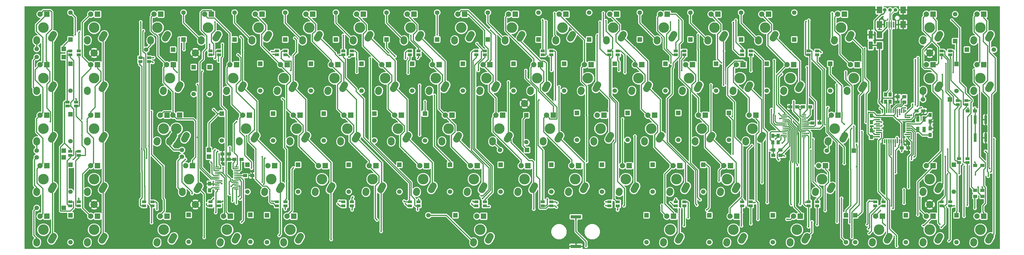
<source format=gbl>
G04 #@! TF.FileFunction,Copper,L2,Bot,Signal*
%FSLAX46Y46*%
G04 Gerber Fmt 4.6, Leading zero omitted, Abs format (unit mm)*
G04 Created by KiCad (PCBNEW 4.0.3-stable) date Tuesday, August 30, 2016 'AMt' 11:28:48 AM*
%MOMM*%
%LPD*%
G01*
G04 APERTURE LIST*
%ADD10C,0.150000*%
%ADD11C,0.600000*%
%ADD12C,2.700000*%
%ADD13C,1.699260*%
%ADD14R,1.699260X1.699260*%
%ADD15R,1.750000X0.450000*%
%ADD16C,3.987810*%
%ADD17C,2.500000*%
%ADD18R,2.000000X2.000000*%
%ADD19C,2.000000*%
%ADD20R,0.550000X1.500000*%
%ADD21R,1.500000X0.550000*%
%ADD22R,1.500000X1.250000*%
%ADD23R,1.250000X1.500000*%
%ADD24R,1.501140X2.999740*%
%ADD25R,2.029460X2.651760*%
%ADD26R,0.500380X2.301240*%
%ADD27R,1.998980X2.499360*%
%ADD28R,1.000000X3.200000*%
%ADD29R,1.300000X2.000000*%
%ADD30R,1.500000X1.300000*%
%ADD31R,1.300000X1.500000*%
%ADD32R,1.600000X1.000000*%
%ADD33R,1.350000X1.350000*%
%ADD34C,1.350000*%
%ADD35R,4.000000X1.200000*%
%ADD36C,0.609600*%
%ADD37C,0.381000*%
%ADD38C,0.508000*%
%ADD39C,0.254000*%
G04 APERTURE END LIST*
D10*
D11*
X191000000Y-96250000D03*
X171259500Y-96250000D03*
X228000000Y-99500000D03*
X254000000Y-100500000D03*
X102500000Y-21500000D03*
X396000000Y-34000000D03*
X117450000Y-89350000D03*
X99300000Y-80600000D03*
X132450000Y-78700000D03*
X128400000Y-84500000D03*
D12*
X95250000Y-38100000D03*
X95250000Y-95250000D03*
D13*
X219712540Y-71755000D03*
D14*
X219712540Y-61595000D03*
D15*
X324148000Y-61307000D03*
X324148000Y-61957000D03*
X324148000Y-62607000D03*
X324148000Y-63257000D03*
X324148000Y-63907000D03*
X324148000Y-64557000D03*
X324148000Y-65207000D03*
X324148000Y-65857000D03*
X324148000Y-66507000D03*
X324148000Y-67157000D03*
X324148000Y-67807000D03*
X324148000Y-68457000D03*
X324148000Y-69107000D03*
X324148000Y-69757000D03*
X316948000Y-69757000D03*
X316948000Y-69107000D03*
X316948000Y-68457000D03*
X316948000Y-67807000D03*
X316948000Y-67157000D03*
X316948000Y-66507000D03*
X316948000Y-65857000D03*
X316948000Y-65207000D03*
X316948000Y-64557000D03*
X316948000Y-63907000D03*
X316948000Y-63257000D03*
X316948000Y-62607000D03*
X316948000Y-61957000D03*
X316948000Y-61307000D03*
D16*
X83343750Y-66675000D03*
D17*
X86343297Y-70674954D02*
X87154203Y-69215046D01*
X80804026Y-71754328D02*
X80843474Y-71175672D01*
D18*
X84613750Y-61595000D03*
D19*
X82073750Y-61595000D03*
D12*
X219075000Y-57150000D03*
X371475000Y-95250000D03*
X371475000Y-38100000D03*
X57150000Y-95250000D03*
D20*
X353708000Y-59974000D03*
X354508000Y-59974000D03*
X355308000Y-59974000D03*
X356108000Y-59974000D03*
X356908000Y-59974000D03*
X357708000Y-59974000D03*
X358508000Y-59974000D03*
X359308000Y-59974000D03*
X360108000Y-59974000D03*
X360908000Y-59974000D03*
X361708000Y-59974000D03*
D21*
X363408000Y-61674000D03*
X363408000Y-62474000D03*
X363408000Y-63274000D03*
X363408000Y-64074000D03*
X363408000Y-64874000D03*
X363408000Y-65674000D03*
X363408000Y-66474000D03*
X363408000Y-67274000D03*
X363408000Y-68074000D03*
X363408000Y-68874000D03*
X363408000Y-69674000D03*
D20*
X361708000Y-71374000D03*
X360908000Y-71374000D03*
X360108000Y-71374000D03*
X359308000Y-71374000D03*
X358508000Y-71374000D03*
X357708000Y-71374000D03*
X356908000Y-71374000D03*
X356108000Y-71374000D03*
X355308000Y-71374000D03*
X354508000Y-71374000D03*
X353708000Y-71374000D03*
D21*
X352008000Y-69674000D03*
X352008000Y-68874000D03*
X352008000Y-68074000D03*
X352008000Y-67274000D03*
X352008000Y-66474000D03*
X352008000Y-65674000D03*
X352008000Y-64874000D03*
X352008000Y-64074000D03*
X352008000Y-63274000D03*
X352008000Y-62474000D03*
X352008000Y-61674000D03*
D13*
X90805000Y-22860000D03*
D14*
X90805000Y-33020000D03*
D13*
X381508000Y-109474000D03*
D14*
X381508000Y-99314000D03*
D13*
X35559480Y-36578540D03*
D14*
X45719480Y-36578540D03*
D13*
X48260000Y-22860000D03*
D14*
X48260000Y-33020000D03*
D13*
X76707480Y-36832540D03*
D14*
X86867480Y-36832540D03*
D13*
X109982000Y-22860000D03*
D14*
X109982000Y-33020000D03*
D13*
X129032000Y-22860000D03*
D14*
X129032000Y-33020000D03*
D13*
X148082000Y-22860000D03*
D14*
X148082000Y-33020000D03*
D13*
X167132000Y-22860000D03*
D14*
X167132000Y-33020000D03*
D13*
X186182000Y-22860000D03*
D14*
X186182000Y-33020000D03*
D13*
X205232000Y-22860000D03*
D14*
X205232000Y-33020000D03*
D13*
X224282000Y-22860000D03*
D14*
X224282000Y-33020000D03*
D13*
X243332000Y-22860000D03*
D14*
X243332000Y-33020000D03*
D13*
X262382000Y-22860000D03*
D14*
X262382000Y-33020000D03*
D13*
X281432000Y-22860000D03*
D14*
X281432000Y-33020000D03*
D13*
X300482000Y-22860000D03*
D14*
X300482000Y-33020000D03*
D13*
X320500000Y-22860000D03*
D14*
X320500000Y-33020000D03*
D13*
X380994920Y-23495000D03*
D14*
X380994920Y-33655000D03*
D13*
X395605000Y-36830000D03*
D14*
X385445000Y-36830000D03*
D13*
X35559480Y-39626540D03*
D14*
X45719480Y-39626540D03*
D13*
X48262540Y-52324520D03*
D14*
X48262540Y-42164520D03*
D13*
X94615000Y-53594000D03*
D14*
X94615000Y-43434000D03*
D13*
X100586540Y-53594000D03*
D14*
X100586540Y-43434000D03*
D13*
X119636540Y-52324520D03*
D14*
X119636540Y-42164520D03*
D13*
X138686540Y-52324520D03*
D14*
X138686540Y-42164520D03*
D13*
X157736540Y-52324520D03*
D14*
X157736540Y-42164520D03*
D13*
X176786540Y-52324520D03*
D14*
X176786540Y-42164520D03*
D13*
X195836540Y-52324520D03*
D14*
X195836540Y-42164520D03*
D13*
X214886540Y-52324520D03*
D14*
X214886540Y-42164520D03*
D13*
X233936540Y-52324520D03*
D14*
X233936540Y-42164520D03*
D13*
X252986540Y-52324520D03*
D14*
X252986540Y-42164520D03*
D13*
X272036540Y-52324520D03*
D14*
X272036540Y-42164520D03*
D13*
X291086540Y-52324520D03*
D14*
X291086540Y-42164520D03*
D13*
X310136540Y-52324520D03*
D14*
X310136540Y-42164520D03*
D13*
X334012540Y-52324520D03*
D14*
X334012540Y-42164520D03*
D13*
X368935000Y-55626000D03*
D14*
X379095000Y-55626000D03*
D13*
X381508000Y-52415000D03*
D14*
X381508000Y-42255000D03*
D13*
X35559480Y-74932540D03*
D14*
X45719480Y-74932540D03*
D13*
X48262540Y-71374520D03*
D14*
X48262540Y-61214520D03*
D13*
X90170000Y-74676000D03*
D14*
X100330000Y-74676000D03*
D13*
X105158540Y-71120520D03*
D14*
X105158540Y-60960520D03*
D13*
X124462540Y-71120520D03*
D14*
X124462540Y-60960520D03*
D13*
X143512540Y-71120520D03*
D14*
X143512540Y-60960520D03*
D13*
X162562540Y-71120520D03*
D14*
X162562540Y-60960520D03*
D13*
X181612540Y-71120520D03*
D14*
X181612540Y-60960520D03*
D13*
X209804000Y-74676000D03*
D14*
X219964000Y-74676000D03*
D13*
X238762540Y-70866520D03*
D14*
X238762540Y-60706520D03*
D13*
X257812540Y-70866520D03*
D14*
X257812540Y-60706520D03*
D13*
X276862540Y-70866520D03*
D14*
X276862540Y-60706520D03*
D13*
X295912540Y-70866520D03*
D14*
X295912540Y-60706520D03*
D13*
X332740000Y-74930000D03*
D14*
X342900000Y-74930000D03*
D13*
X35559480Y-77472540D03*
D14*
X45719480Y-77472540D03*
D13*
X48262540Y-90424520D03*
D14*
X48262540Y-80264520D03*
D13*
X90170000Y-77216000D03*
D14*
X100330000Y-77216000D03*
D13*
X114810540Y-90424520D03*
D14*
X114810540Y-80264520D03*
D13*
X133860540Y-90424520D03*
D14*
X133860540Y-80264520D03*
D13*
X152910540Y-90424520D03*
D14*
X152910540Y-80264520D03*
D13*
X171960540Y-90424520D03*
D14*
X171960540Y-80264520D03*
D13*
X191010540Y-90424520D03*
D14*
X191010540Y-80264520D03*
D13*
X210060540Y-90424520D03*
D14*
X210060540Y-80264520D03*
D13*
X229110540Y-90424520D03*
D14*
X229110540Y-80264520D03*
D13*
X248160540Y-90424520D03*
D14*
X248160540Y-80264520D03*
D13*
X267210540Y-90424520D03*
D14*
X267210540Y-80264520D03*
D13*
X286260540Y-90424520D03*
D14*
X286260540Y-80264520D03*
D13*
X340000000Y-109474520D03*
D14*
X340000000Y-99314520D03*
D13*
X380494540Y-90424520D03*
D14*
X380494540Y-80264520D03*
D13*
X35559480Y-96522540D03*
D14*
X45719480Y-96522540D03*
D13*
X48262540Y-109474520D03*
D14*
X48262540Y-99314520D03*
D13*
X92712540Y-109347000D03*
D14*
X92712540Y-99187000D03*
D13*
X115951000Y-109347000D03*
D14*
X115951000Y-99187000D03*
D13*
X122176540Y-109474520D03*
D14*
X122176540Y-99314520D03*
D13*
X182880000Y-99314000D03*
D14*
X193040000Y-99314000D03*
D13*
X264924540Y-109474520D03*
D14*
X264924540Y-99314520D03*
D13*
X288546540Y-109474520D03*
D14*
X288546540Y-99314520D03*
D13*
X312422540Y-109474520D03*
D14*
X312422540Y-99314520D03*
D13*
X343410540Y-109474520D03*
D14*
X343410540Y-99314520D03*
D13*
X362460540Y-109474520D03*
D14*
X362460540Y-99314520D03*
D22*
X107930000Y-78232000D03*
X105430000Y-78232000D03*
D16*
X330993750Y-85725000D03*
D17*
X333993297Y-89724954D02*
X334804203Y-88265046D01*
X328454026Y-90804328D02*
X328493474Y-90225672D01*
D18*
X332263750Y-80645000D03*
D19*
X329723750Y-80645000D03*
D16*
X390525000Y-104775000D03*
D17*
X393524547Y-108774954D02*
X394335453Y-107315046D01*
X387985276Y-109854328D02*
X388024724Y-109275672D01*
D18*
X391795000Y-99695000D03*
D19*
X389255000Y-99695000D03*
D16*
X371475000Y-104775000D03*
D17*
X374474547Y-108774954D02*
X375285453Y-107315046D01*
X368935276Y-109854328D02*
X368974724Y-109275672D01*
D18*
X372745000Y-99695000D03*
D19*
X370205000Y-99695000D03*
D16*
X352425000Y-104775000D03*
D17*
X355424547Y-108774954D02*
X356235453Y-107315046D01*
X349885276Y-109854328D02*
X349924724Y-109275672D01*
D18*
X353695000Y-99695000D03*
D19*
X351155000Y-99695000D03*
D16*
X321468750Y-104775000D03*
D17*
X324468297Y-108774954D02*
X325279203Y-107315046D01*
X318929026Y-109854328D02*
X318968474Y-109275672D01*
D18*
X322738750Y-99695000D03*
D19*
X320198750Y-99695000D03*
D16*
X297656250Y-104775000D03*
D17*
X300655797Y-108774954D02*
X301466703Y-107315046D01*
X295116526Y-109854328D02*
X295155974Y-109275672D01*
D18*
X298926250Y-99695000D03*
D19*
X296386250Y-99695000D03*
D16*
X273843750Y-104775000D03*
D17*
X276843297Y-108774954D02*
X277654203Y-107315046D01*
X271304026Y-109854328D02*
X271343474Y-109275672D01*
D18*
X275113750Y-99695000D03*
D19*
X272573750Y-99695000D03*
D16*
X202406250Y-104775000D03*
D17*
X205405797Y-108774954D02*
X206216703Y-107315046D01*
X199866526Y-109854328D02*
X199905974Y-109275672D01*
D18*
X203676250Y-99695000D03*
D19*
X201136250Y-99695000D03*
D16*
X130968750Y-104775000D03*
D17*
X133968297Y-108774954D02*
X134779203Y-107315046D01*
X128429026Y-109854328D02*
X128468474Y-109275672D01*
D18*
X132238750Y-99695000D03*
D19*
X129698750Y-99695000D03*
D16*
X107156250Y-104775000D03*
D17*
X110155797Y-108774954D02*
X110966703Y-107315046D01*
X104616526Y-109854328D02*
X104655974Y-109275672D01*
D18*
X108426250Y-99695000D03*
D19*
X105886250Y-99695000D03*
D16*
X83343750Y-104775000D03*
D17*
X86343297Y-108774954D02*
X87154203Y-107315046D01*
X80804026Y-109854328D02*
X80843474Y-109275672D01*
D18*
X84613750Y-99695000D03*
D19*
X82073750Y-99695000D03*
D16*
X57150000Y-104775000D03*
D17*
X60149547Y-108774954D02*
X60960453Y-107315046D01*
X54610276Y-109854328D02*
X54649724Y-109275672D01*
D18*
X58420000Y-99695000D03*
D19*
X55880000Y-99695000D03*
D16*
X38100000Y-104775000D03*
D17*
X41099547Y-108774954D02*
X41910453Y-107315046D01*
X35560276Y-109854328D02*
X35599724Y-109275672D01*
D18*
X39370000Y-99695000D03*
D19*
X36830000Y-99695000D03*
D16*
X371475000Y-85725000D03*
D17*
X374474547Y-89724954D02*
X375285453Y-88265046D01*
X368935276Y-90804328D02*
X368974724Y-90225672D01*
D18*
X372745000Y-80645000D03*
D19*
X370205000Y-80645000D03*
D16*
X295275000Y-85725000D03*
D17*
X298274547Y-89724954D02*
X299085453Y-88265046D01*
X292735276Y-90804328D02*
X292774724Y-90225672D01*
D18*
X296545000Y-80645000D03*
D19*
X294005000Y-80645000D03*
D16*
X276225000Y-85725000D03*
D17*
X279224547Y-89724954D02*
X280035453Y-88265046D01*
X273685276Y-90804328D02*
X273724724Y-90225672D01*
D18*
X277495000Y-80645000D03*
D19*
X274955000Y-80645000D03*
D16*
X257175000Y-85725000D03*
D17*
X260174547Y-89724954D02*
X260985453Y-88265046D01*
X254635276Y-90804328D02*
X254674724Y-90225672D01*
D18*
X258445000Y-80645000D03*
D19*
X255905000Y-80645000D03*
D16*
X238125000Y-85725000D03*
D17*
X241124547Y-89724954D02*
X241935453Y-88265046D01*
X235585276Y-90804328D02*
X235624724Y-90225672D01*
D18*
X239395000Y-80645000D03*
D19*
X236855000Y-80645000D03*
D16*
X219075000Y-85725000D03*
D17*
X222074547Y-89724954D02*
X222885453Y-88265046D01*
X216535276Y-90804328D02*
X216574724Y-90225672D01*
D18*
X220345000Y-80645000D03*
D19*
X217805000Y-80645000D03*
D16*
X200025000Y-85725000D03*
D17*
X203024547Y-89724954D02*
X203835453Y-88265046D01*
X197485276Y-90804328D02*
X197524724Y-90225672D01*
D18*
X201295000Y-80645000D03*
D19*
X198755000Y-80645000D03*
D16*
X180975000Y-85725000D03*
D17*
X183974547Y-89724954D02*
X184785453Y-88265046D01*
X178435276Y-90804328D02*
X178474724Y-90225672D01*
D18*
X182245000Y-80645000D03*
D19*
X179705000Y-80645000D03*
D16*
X161925000Y-85725000D03*
D17*
X164924547Y-89724954D02*
X165735453Y-88265046D01*
X159385276Y-90804328D02*
X159424724Y-90225672D01*
D18*
X163195000Y-80645000D03*
D19*
X160655000Y-80645000D03*
D16*
X142875000Y-85725000D03*
D17*
X145874547Y-89724954D02*
X146685453Y-88265046D01*
X140335276Y-90804328D02*
X140374724Y-90225672D01*
D18*
X144145000Y-80645000D03*
D19*
X141605000Y-80645000D03*
D16*
X123825000Y-85725000D03*
D17*
X126824547Y-89724954D02*
X127635453Y-88265046D01*
X121285276Y-90804328D02*
X121324724Y-90225672D01*
D18*
X125095000Y-80645000D03*
D19*
X122555000Y-80645000D03*
D16*
X92868750Y-85725000D03*
D17*
X95868297Y-89724954D02*
X96679203Y-88265046D01*
X90329026Y-90804328D02*
X90368474Y-90225672D01*
D18*
X94138750Y-80645000D03*
D19*
X91598750Y-80645000D03*
D16*
X57150000Y-85725000D03*
D17*
X60149547Y-89724954D02*
X60960453Y-88265046D01*
X54610276Y-90804328D02*
X54649724Y-90225672D01*
D18*
X58420000Y-80645000D03*
D19*
X55880000Y-80645000D03*
D16*
X38100000Y-85725000D03*
D17*
X41099547Y-89724954D02*
X41910453Y-88265046D01*
X35560276Y-90804328D02*
X35599724Y-90225672D01*
D18*
X39370000Y-80645000D03*
D19*
X36830000Y-80645000D03*
D16*
X335756250Y-66675000D03*
D17*
X338755797Y-70674954D02*
X339566703Y-69215046D01*
X333216526Y-71754328D02*
X333255974Y-71175672D01*
D18*
X337026250Y-61595000D03*
D19*
X334486250Y-61595000D03*
D16*
X304800000Y-66675000D03*
D17*
X307799547Y-70674954D02*
X308610453Y-69215046D01*
X302260276Y-71754328D02*
X302299724Y-71175672D01*
D18*
X306070000Y-61595000D03*
D19*
X303530000Y-61595000D03*
D16*
X285750000Y-66675000D03*
D17*
X288749547Y-70674954D02*
X289560453Y-69215046D01*
X283210276Y-71754328D02*
X283249724Y-71175672D01*
D18*
X287020000Y-61595000D03*
D19*
X284480000Y-61595000D03*
D16*
X266700000Y-66675000D03*
D17*
X269699547Y-70674954D02*
X270510453Y-69215046D01*
X264160276Y-71754328D02*
X264199724Y-71175672D01*
D18*
X267970000Y-61595000D03*
D19*
X265430000Y-61595000D03*
D16*
X247650000Y-66675000D03*
D17*
X250649547Y-70674954D02*
X251460453Y-69215046D01*
X245110276Y-71754328D02*
X245149724Y-71175672D01*
D18*
X248920000Y-61595000D03*
D19*
X246380000Y-61595000D03*
D16*
X228600000Y-66675000D03*
D17*
X231599547Y-70674954D02*
X232410453Y-69215046D01*
X226060276Y-71754328D02*
X226099724Y-71175672D01*
D18*
X229870000Y-61595000D03*
D19*
X227330000Y-61595000D03*
D16*
X209550000Y-66675000D03*
D17*
X212549547Y-70674954D02*
X213360453Y-69215046D01*
X207010276Y-71754328D02*
X207049724Y-71175672D01*
D18*
X210820000Y-61595000D03*
D19*
X208280000Y-61595000D03*
D16*
X190500000Y-66675000D03*
D17*
X193499547Y-70674954D02*
X194310453Y-69215046D01*
X187960276Y-71754328D02*
X187999724Y-71175672D01*
D18*
X191770000Y-61595000D03*
D19*
X189230000Y-61595000D03*
D16*
X171450000Y-66675000D03*
D17*
X174449547Y-70674954D02*
X175260453Y-69215046D01*
X168910276Y-71754328D02*
X168949724Y-71175672D01*
D18*
X172720000Y-61595000D03*
D19*
X170180000Y-61595000D03*
D16*
X152400000Y-66675000D03*
D17*
X155399547Y-70674954D02*
X156210453Y-69215046D01*
X149860276Y-71754328D02*
X149899724Y-71175672D01*
D18*
X153670000Y-61595000D03*
D19*
X151130000Y-61595000D03*
D16*
X133350000Y-66675000D03*
D17*
X136349547Y-70674954D02*
X137160453Y-69215046D01*
X130810276Y-71754328D02*
X130849724Y-71175672D01*
D18*
X134620000Y-61595000D03*
D19*
X132080000Y-61595000D03*
D16*
X114300000Y-66675000D03*
D17*
X117299547Y-70674954D02*
X118110453Y-69215046D01*
X111760276Y-71754328D02*
X111799724Y-71175672D01*
D18*
X115570000Y-61595000D03*
D19*
X113030000Y-61595000D03*
D16*
X88106250Y-66675000D03*
D17*
X91105797Y-70674954D02*
X91916703Y-69215046D01*
X85566526Y-71754328D02*
X85605974Y-71175672D01*
D18*
X89376250Y-61595000D03*
D19*
X86836250Y-61595000D03*
D16*
X57150000Y-66675000D03*
D17*
X60149547Y-70674954D02*
X60960453Y-69215046D01*
X54610276Y-71754328D02*
X54649724Y-71175672D01*
D18*
X58420000Y-61595000D03*
D19*
X55880000Y-61595000D03*
D16*
X38100000Y-66675000D03*
D17*
X41099547Y-70674954D02*
X41910453Y-69215046D01*
X35560276Y-71754328D02*
X35599724Y-71175672D01*
D18*
X39370000Y-61595000D03*
D19*
X36830000Y-61595000D03*
D16*
X390525000Y-47625000D03*
D17*
X393524547Y-51624954D02*
X394335453Y-50165046D01*
X387985276Y-52704328D02*
X388024724Y-52125672D01*
D18*
X391795000Y-42545000D03*
D19*
X389255000Y-42545000D03*
D16*
X371475000Y-47625000D03*
D17*
X374474547Y-51624954D02*
X375285453Y-50165046D01*
X368935276Y-52704328D02*
X368974724Y-52125672D01*
D18*
X372745000Y-42545000D03*
D19*
X370205000Y-42545000D03*
D16*
X342900000Y-47625000D03*
D17*
X345899547Y-51624954D02*
X346710453Y-50165046D01*
X340360276Y-52704328D02*
X340399724Y-52125672D01*
D18*
X344170000Y-42545000D03*
D19*
X341630000Y-42545000D03*
D16*
X319087500Y-47625000D03*
D17*
X322087047Y-51624954D02*
X322897953Y-50165046D01*
X316547776Y-52704328D02*
X316587224Y-52125672D01*
D18*
X320357500Y-42545000D03*
D19*
X317817500Y-42545000D03*
D16*
X300037500Y-47625000D03*
D17*
X303037047Y-51624954D02*
X303847953Y-50165046D01*
X297497776Y-52704328D02*
X297537224Y-52125672D01*
D18*
X301307500Y-42545000D03*
D19*
X298767500Y-42545000D03*
D16*
X280987500Y-47625000D03*
D17*
X283987047Y-51624954D02*
X284797953Y-50165046D01*
X278447776Y-52704328D02*
X278487224Y-52125672D01*
D18*
X282257500Y-42545000D03*
D19*
X279717500Y-42545000D03*
D16*
X261937500Y-47625000D03*
D17*
X264937047Y-51624954D02*
X265747953Y-50165046D01*
X259397776Y-52704328D02*
X259437224Y-52125672D01*
D18*
X263207500Y-42545000D03*
D19*
X260667500Y-42545000D03*
D16*
X242887500Y-47625000D03*
D17*
X245887047Y-51624954D02*
X246697953Y-50165046D01*
X240347776Y-52704328D02*
X240387224Y-52125672D01*
D18*
X244157500Y-42545000D03*
D19*
X241617500Y-42545000D03*
D16*
X223837500Y-47625000D03*
D17*
X226837047Y-51624954D02*
X227647953Y-50165046D01*
X221297776Y-52704328D02*
X221337224Y-52125672D01*
D18*
X225107500Y-42545000D03*
D19*
X222567500Y-42545000D03*
D16*
X204787500Y-47625000D03*
D17*
X207787047Y-51624954D02*
X208597953Y-50165046D01*
X202247776Y-52704328D02*
X202287224Y-52125672D01*
D18*
X206057500Y-42545000D03*
D19*
X203517500Y-42545000D03*
D16*
X185737500Y-47625000D03*
D17*
X188737047Y-51624954D02*
X189547953Y-50165046D01*
X183197776Y-52704328D02*
X183237224Y-52125672D01*
D18*
X187007500Y-42545000D03*
D19*
X184467500Y-42545000D03*
D16*
X166687500Y-47625000D03*
D17*
X169687047Y-51624954D02*
X170497953Y-50165046D01*
X164147776Y-52704328D02*
X164187224Y-52125672D01*
D18*
X167957500Y-42545000D03*
D19*
X165417500Y-42545000D03*
D16*
X147637500Y-47625000D03*
D17*
X150637047Y-51624954D02*
X151447953Y-50165046D01*
X145097776Y-52704328D02*
X145137224Y-52125672D01*
D18*
X148907500Y-42545000D03*
D19*
X146367500Y-42545000D03*
D16*
X128587500Y-47625000D03*
D17*
X131587047Y-51624954D02*
X132397953Y-50165046D01*
X126047776Y-52704328D02*
X126087224Y-52125672D01*
D18*
X129857500Y-42545000D03*
D19*
X127317500Y-42545000D03*
D16*
X109537500Y-47625000D03*
D17*
X112537047Y-51624954D02*
X113347953Y-50165046D01*
X106997776Y-52704328D02*
X107037224Y-52125672D01*
D18*
X110807500Y-42545000D03*
D19*
X108267500Y-42545000D03*
D16*
X85725000Y-47625000D03*
D17*
X88724547Y-51624954D02*
X89535453Y-50165046D01*
X83185276Y-52704328D02*
X83224724Y-52125672D01*
D18*
X86995000Y-42545000D03*
D19*
X84455000Y-42545000D03*
D16*
X57150000Y-47625000D03*
D17*
X60149547Y-51624954D02*
X60960453Y-50165046D01*
X54610276Y-52704328D02*
X54649724Y-52125672D01*
D18*
X58420000Y-42545000D03*
D19*
X55880000Y-42545000D03*
D16*
X38100000Y-47625000D03*
D17*
X41099547Y-51624954D02*
X41910453Y-50165046D01*
X35560276Y-52704328D02*
X35599724Y-52125672D01*
D18*
X39370000Y-42545000D03*
D19*
X36830000Y-42545000D03*
D16*
X390525000Y-28575000D03*
D17*
X393524547Y-32574954D02*
X394335453Y-31115046D01*
X387985276Y-33654328D02*
X388024724Y-33075672D01*
D18*
X391795000Y-23495000D03*
D19*
X389255000Y-23495000D03*
D16*
X371475000Y-28575000D03*
D17*
X374474547Y-32574954D02*
X375285453Y-31115046D01*
X368935276Y-33654328D02*
X368974724Y-33075672D01*
D18*
X372745000Y-23495000D03*
D19*
X370205000Y-23495000D03*
D16*
X338137500Y-28575000D03*
D17*
X341137047Y-32574954D02*
X341947953Y-31115046D01*
X335597776Y-33654328D02*
X335637224Y-33075672D01*
D18*
X339407500Y-23495000D03*
D19*
X336867500Y-23495000D03*
D16*
X309562500Y-28575000D03*
D17*
X312562047Y-32574954D02*
X313372953Y-31115046D01*
X307022776Y-33654328D02*
X307062224Y-33075672D01*
D18*
X310832500Y-23495000D03*
D19*
X308292500Y-23495000D03*
D16*
X290512500Y-28575000D03*
D17*
X293512047Y-32574954D02*
X294322953Y-31115046D01*
X287972776Y-33654328D02*
X288012224Y-33075672D01*
D18*
X291782500Y-23495000D03*
D19*
X289242500Y-23495000D03*
D16*
X271462500Y-28575000D03*
D17*
X274462047Y-32574954D02*
X275272953Y-31115046D01*
X268922776Y-33654328D02*
X268962224Y-33075672D01*
D18*
X272732500Y-23495000D03*
D19*
X270192500Y-23495000D03*
D16*
X252412500Y-28575000D03*
D17*
X255412047Y-32574954D02*
X256222953Y-31115046D01*
X249872776Y-33654328D02*
X249912224Y-33075672D01*
D18*
X253682500Y-23495000D03*
D19*
X251142500Y-23495000D03*
D16*
X233362500Y-28575000D03*
D17*
X236362047Y-32574954D02*
X237172953Y-31115046D01*
X230822776Y-33654328D02*
X230862224Y-33075672D01*
D18*
X234632500Y-23495000D03*
D19*
X232092500Y-23495000D03*
D16*
X214312500Y-28575000D03*
D17*
X217312047Y-32574954D02*
X218122953Y-31115046D01*
X211772776Y-33654328D02*
X211812224Y-33075672D01*
D18*
X215582500Y-23495000D03*
D19*
X213042500Y-23495000D03*
D16*
X195262500Y-28575000D03*
D17*
X198262047Y-32574954D02*
X199072953Y-31115046D01*
X192722776Y-33654328D02*
X192762224Y-33075672D01*
D18*
X196532500Y-23495000D03*
D19*
X193992500Y-23495000D03*
D16*
X176212500Y-28575000D03*
D17*
X179212047Y-32574954D02*
X180022953Y-31115046D01*
X173672776Y-33654328D02*
X173712224Y-33075672D01*
D18*
X177482500Y-23495000D03*
D19*
X174942500Y-23495000D03*
D16*
X157162500Y-28575000D03*
D17*
X160162047Y-32574954D02*
X160972953Y-31115046D01*
X154622776Y-33654328D02*
X154662224Y-33075672D01*
D18*
X158432500Y-23495000D03*
D19*
X155892500Y-23495000D03*
D16*
X138112500Y-28575000D03*
D17*
X141112047Y-32574954D02*
X141922953Y-31115046D01*
X135572776Y-33654328D02*
X135612224Y-33075672D01*
D18*
X139382500Y-23495000D03*
D19*
X136842500Y-23495000D03*
D16*
X119062500Y-28575000D03*
D17*
X122062047Y-32574954D02*
X122872953Y-31115046D01*
X116522776Y-33654328D02*
X116562224Y-33075672D01*
D18*
X120332500Y-23495000D03*
D19*
X117792500Y-23495000D03*
D16*
X100012500Y-28575000D03*
D17*
X103012047Y-32574954D02*
X103822953Y-31115046D01*
X97472776Y-33654328D02*
X97512224Y-33075672D01*
D18*
X101282500Y-23495000D03*
D19*
X98742500Y-23495000D03*
D16*
X80962500Y-28575000D03*
D17*
X83962047Y-32574954D02*
X84772953Y-31115046D01*
X78422776Y-33654328D02*
X78462224Y-33075672D01*
D18*
X82232500Y-23495000D03*
D19*
X79692500Y-23495000D03*
D16*
X57150000Y-28575000D03*
D17*
X60149547Y-32574954D02*
X60960453Y-31115046D01*
X54610276Y-33654328D02*
X54649724Y-33075672D01*
D18*
X58420000Y-23495000D03*
D19*
X55880000Y-23495000D03*
D16*
X38100000Y-28575000D03*
D17*
X41099547Y-32574954D02*
X41910453Y-31115046D01*
X35560276Y-33654328D02*
X35599724Y-33075672D01*
D18*
X39370000Y-23495000D03*
D19*
X36830000Y-23495000D03*
D22*
X107930000Y-76200000D03*
X105430000Y-76200000D03*
D23*
X100584000Y-89916000D03*
X100584000Y-87416000D03*
D24*
X349250000Y-31275020D03*
X349250000Y-35272980D03*
D23*
X349504000Y-69830000D03*
X349504000Y-67330000D03*
D22*
X360954000Y-73914000D03*
X363454000Y-73914000D03*
X366542000Y-59944000D03*
X369042000Y-59944000D03*
X361930000Y-56642000D03*
X359430000Y-56642000D03*
D23*
X371602000Y-69068000D03*
X371602000Y-66568000D03*
X371602000Y-61488000D03*
X371602000Y-63988000D03*
D22*
X361930000Y-54610000D03*
X359430000Y-54610000D03*
D23*
X349504000Y-64242000D03*
X349504000Y-61742000D03*
D25*
X352552000Y-31188660D03*
X352552000Y-35359340D03*
D26*
X355399800Y-27449320D03*
X356199900Y-27449320D03*
X357000000Y-27449320D03*
X357800100Y-27449320D03*
X358600200Y-27449320D03*
D27*
X352549920Y-27350260D03*
X352549920Y-21851160D03*
X361450080Y-27350260D03*
X361450080Y-21851160D03*
D28*
X392525000Y-63275000D03*
X392525000Y-70075000D03*
X388525000Y-70075000D03*
X388525000Y-63275000D03*
D29*
X366973000Y-67024000D03*
X366973000Y-63024000D03*
X369373000Y-63024000D03*
X369373000Y-67024000D03*
D30*
X391240000Y-92202000D03*
X388540000Y-92202000D03*
X112602000Y-78232000D03*
X109902000Y-78232000D03*
X113966000Y-84328000D03*
X116666000Y-84328000D03*
X391240000Y-80518000D03*
X388540000Y-80518000D03*
X391240000Y-89916000D03*
X388540000Y-89916000D03*
D31*
X354900000Y-56534000D03*
X354900000Y-53834000D03*
X356525000Y-56534000D03*
X356525000Y-53834000D03*
D30*
X388446000Y-59944000D03*
X385746000Y-59944000D03*
D12*
X57150000Y-38100000D03*
D15*
X110661000Y-81119000D03*
X110661000Y-81769000D03*
X110661000Y-82419000D03*
X110661000Y-83069000D03*
X110661000Y-83719000D03*
X110661000Y-84369000D03*
X110661000Y-85019000D03*
X110661000Y-85669000D03*
X110661000Y-86319000D03*
X110661000Y-86969000D03*
X110661000Y-87619000D03*
X110661000Y-88269000D03*
X110661000Y-88919000D03*
X110661000Y-89569000D03*
X103461000Y-89569000D03*
X103461000Y-88919000D03*
X103461000Y-88269000D03*
X103461000Y-87619000D03*
X103461000Y-86969000D03*
X103461000Y-86319000D03*
X103461000Y-85669000D03*
X103461000Y-85019000D03*
X103461000Y-84369000D03*
X103461000Y-83719000D03*
X103461000Y-83069000D03*
X103461000Y-82419000D03*
X103461000Y-81769000D03*
X103461000Y-81119000D03*
D30*
X327326000Y-64516000D03*
X330026000Y-64516000D03*
X326470000Y-58420000D03*
X323770000Y-58420000D03*
D23*
X314452000Y-71862000D03*
X314452000Y-69362000D03*
X312420000Y-71862000D03*
X312420000Y-69362000D03*
D22*
X321564000Y-58420000D03*
X319064000Y-58420000D03*
D30*
X312594000Y-76708000D03*
X315294000Y-76708000D03*
X312594000Y-74676000D03*
X315294000Y-74676000D03*
D32*
X204140000Y-94278000D03*
X204140000Y-95778000D03*
X200940000Y-94278000D03*
X200940000Y-95778000D03*
X385267000Y-56082500D03*
X385267000Y-57582500D03*
X382067000Y-56082500D03*
X382067000Y-57582500D03*
X379140000Y-37350000D03*
X379140000Y-38850000D03*
X375940000Y-37350000D03*
X375940000Y-38850000D03*
X385648000Y-77990000D03*
X385648000Y-79490000D03*
X382448000Y-77990000D03*
X382448000Y-79490000D03*
X379140000Y-94278000D03*
X379140000Y-95778000D03*
X375940000Y-94278000D03*
X375940000Y-95778000D03*
X354140000Y-94278000D03*
X354140000Y-95778000D03*
X350940000Y-94278000D03*
X350940000Y-95778000D03*
X329140000Y-94278000D03*
X329140000Y-95778000D03*
X325940000Y-94278000D03*
X325940000Y-95778000D03*
X254140000Y-94278000D03*
X254140000Y-95778000D03*
X250940000Y-94278000D03*
X250940000Y-95778000D03*
X279140000Y-94278000D03*
X279140000Y-95778000D03*
X275940000Y-94278000D03*
X275940000Y-95778000D03*
X329140000Y-37350000D03*
X329140000Y-38850000D03*
X325940000Y-37350000D03*
X325940000Y-38850000D03*
X254140000Y-37350000D03*
X254140000Y-38850000D03*
X250940000Y-37350000D03*
X250940000Y-38850000D03*
X229140000Y-94278000D03*
X229140000Y-95778000D03*
X225940000Y-94278000D03*
X225940000Y-95778000D03*
X304140000Y-94278000D03*
X304140000Y-95778000D03*
X300940000Y-94278000D03*
X300940000Y-95778000D03*
X304140000Y-37350000D03*
X304140000Y-38850000D03*
X300940000Y-37350000D03*
X300940000Y-38850000D03*
X229140000Y-37350000D03*
X229140000Y-38850000D03*
X225940000Y-37350000D03*
X225940000Y-38850000D03*
X279140000Y-37350000D03*
X279140000Y-38850000D03*
X275940000Y-37350000D03*
X275940000Y-38850000D03*
X154140000Y-37350000D03*
X154140000Y-38850000D03*
X150940000Y-37350000D03*
X150940000Y-38850000D03*
X51384000Y-75208000D03*
X51384000Y-76708000D03*
X48184000Y-75208000D03*
X48184000Y-76708000D03*
X179140000Y-37350000D03*
X179140000Y-38850000D03*
X175940000Y-37350000D03*
X175940000Y-38850000D03*
X129140000Y-94278000D03*
X129140000Y-95778000D03*
X125940000Y-94278000D03*
X125940000Y-95778000D03*
X154140000Y-94278000D03*
X154140000Y-95778000D03*
X150940000Y-94278000D03*
X150940000Y-95778000D03*
X179140000Y-94278000D03*
X179140000Y-95778000D03*
X175940000Y-94278000D03*
X175940000Y-95778000D03*
X129140000Y-37350000D03*
X129140000Y-38850000D03*
X125940000Y-37350000D03*
X125940000Y-38850000D03*
X104140000Y-94278000D03*
X104140000Y-95778000D03*
X100940000Y-94278000D03*
X100940000Y-95778000D03*
X51384000Y-37350000D03*
X51384000Y-38850000D03*
X48184000Y-37350000D03*
X48184000Y-38850000D03*
X51384000Y-94278000D03*
X51384000Y-95778000D03*
X48184000Y-94278000D03*
X48184000Y-95778000D03*
X79140000Y-94278000D03*
X79140000Y-95778000D03*
X75940000Y-94278000D03*
X75940000Y-95778000D03*
X50368000Y-56654000D03*
X50368000Y-58154000D03*
X47168000Y-56654000D03*
X47168000Y-58154000D03*
X204140000Y-37350000D03*
X204140000Y-38850000D03*
X200940000Y-37350000D03*
X200940000Y-38850000D03*
X77800000Y-39890000D03*
X77800000Y-41390000D03*
X74600000Y-39890000D03*
X74600000Y-41390000D03*
X104140000Y-37350000D03*
X104140000Y-38850000D03*
X100940000Y-37350000D03*
X100940000Y-38850000D03*
D33*
X352549920Y-21851160D03*
D34*
X354549920Y-21851160D03*
X356549920Y-21851160D03*
X358549920Y-21851160D03*
D11*
X204300000Y-57100000D03*
X193900000Y-56900000D03*
X143500000Y-57100000D03*
X164400000Y-56900000D03*
X177000000Y-57000000D03*
X183400000Y-57000000D03*
X314900000Y-82400000D03*
X335200000Y-76200000D03*
X337900000Y-76200000D03*
X276000000Y-47800000D03*
X210400000Y-56900000D03*
X76900000Y-27900000D03*
X65500000Y-30200000D03*
X354350000Y-27400000D03*
X367000000Y-38100000D03*
X65500000Y-22000000D03*
X65500000Y-38000000D03*
X65500000Y-48000000D03*
X65500000Y-57000000D03*
X65500000Y-66500000D03*
X66000000Y-107000000D03*
X66000000Y-96000000D03*
X66000000Y-86000000D03*
X77470000Y-106045000D03*
X76835000Y-97790000D03*
X78740000Y-38100000D03*
X75565000Y-22860000D03*
X186944000Y-66675000D03*
X110236000Y-36703000D03*
X99822000Y-97282000D03*
X108966000Y-96266000D03*
X118872000Y-96266000D03*
X106934000Y-57150000D03*
X108458000Y-66040000D03*
X197000000Y-67300000D03*
X216250000Y-66650000D03*
X391414000Y-73152000D03*
X363347000Y-51816000D03*
X354584000Y-51689000D03*
X350647000Y-51689000D03*
X350012000Y-57277000D03*
X351917000Y-60071000D03*
X354330000Y-90170000D03*
X349250000Y-90170000D03*
X349250000Y-85725000D03*
X335280000Y-85090000D03*
X329565000Y-69215000D03*
X329565000Y-74930000D03*
X328500000Y-84600000D03*
X304546000Y-85090000D03*
X273050000Y-85725000D03*
X281940000Y-90805000D03*
X290195000Y-85725000D03*
X283210000Y-58420000D03*
X282575000Y-66040000D03*
X228600000Y-72390000D03*
X229235000Y-52705000D03*
X235712000Y-46101000D03*
X239395000Y-28575000D03*
X234315000Y-31750000D03*
X245173500Y-45720000D03*
X236800000Y-57900000D03*
X247015000Y-57900000D03*
X260350000Y-58420000D03*
X292735000Y-58420000D03*
X287020000Y-58420000D03*
X279400000Y-58420000D03*
X285600000Y-71300000D03*
X43332400Y-38303200D03*
X43434000Y-57658000D03*
X42976800Y-76301600D03*
X43500000Y-25500000D03*
X85344000Y-23672800D03*
X106019600Y-47904400D03*
X103800000Y-27800000D03*
X390093200Y-94284800D03*
X393598400Y-86614000D03*
X392074400Y-77266800D03*
X327500000Y-21500000D03*
X304698400Y-22352000D03*
X277723600Y-22606000D03*
X286156400Y-22148800D03*
X259638800Y-22606000D03*
X240588800Y-22809200D03*
X221081600Y-22606000D03*
X182219600Y-22250400D03*
X159766000Y-21500000D03*
X142951200Y-21945600D03*
X396000000Y-63000000D03*
X381508000Y-105257600D03*
X377698000Y-105257600D03*
X366674400Y-108102400D03*
X365201200Y-95097600D03*
X366166400Y-83769200D03*
X373938800Y-84023200D03*
X382879600Y-85090000D03*
X386689600Y-90830400D03*
X367334800Y-72745600D03*
X373380000Y-68935600D03*
X367030000Y-68884800D03*
X340309200Y-72288400D03*
X343916000Y-71018400D03*
X343865200Y-67818000D03*
X346202000Y-62534800D03*
X343458800Y-62534800D03*
X343458800Y-57150000D03*
X346100400Y-57150000D03*
X373278400Y-72491600D03*
X373583200Y-60100000D03*
X368350800Y-47498000D03*
X388500000Y-56000000D03*
X384302000Y-31343600D03*
X376783600Y-21640800D03*
X360172000Y-31851600D03*
X338378800Y-48158400D03*
X345250000Y-40800000D03*
X303885600Y-32766000D03*
X295656000Y-34493200D03*
X303733200Y-47701200D03*
X319278000Y-53543200D03*
X329031600Y-52882800D03*
X329996800Y-57556400D03*
X328930000Y-46685200D03*
X323900800Y-46685200D03*
X317042800Y-57861200D03*
X309422800Y-71932800D03*
X304000000Y-109750000D03*
X365404400Y-111000000D03*
X33500000Y-83000000D03*
X35000000Y-94000000D03*
X254000000Y-109500000D03*
X322021200Y-74930000D03*
X321900000Y-68800000D03*
X318516000Y-74930000D03*
X316738000Y-79502000D03*
X310388000Y-58166000D03*
X300736000Y-58166000D03*
X310388000Y-65532000D03*
X300990000Y-66040000D03*
X285900000Y-75200000D03*
X304546000Y-71120000D03*
X304292000Y-79248000D03*
X301800000Y-90700000D03*
X304546000Y-90700000D03*
X314960000Y-85344000D03*
X321564000Y-90424000D03*
X321700000Y-82500000D03*
X314900000Y-90700000D03*
X306832000Y-72263000D03*
X308100000Y-90700000D03*
X347218000Y-107442000D03*
X347000000Y-110500000D03*
X328930000Y-110490000D03*
X336804000Y-105918000D03*
X316230000Y-104394000D03*
X307594000Y-104394000D03*
X217932000Y-93472000D03*
X347091000Y-67437000D03*
X354774500Y-67818000D03*
X350583500Y-67500000D03*
X204100000Y-62300000D03*
X197034209Y-48323500D03*
X202501500Y-23304500D03*
X190182500Y-22669500D03*
X190309500Y-30035500D03*
X175704500Y-35179000D03*
X115252500Y-27495500D03*
X133667500Y-27813000D03*
X176720500Y-47561500D03*
X157734000Y-47625000D03*
X171259500Y-110807500D03*
X151701500Y-110871000D03*
X140906500Y-105156000D03*
X171259500Y-99695000D03*
X151701500Y-100012500D03*
X136779000Y-99695000D03*
X119062500Y-110109000D03*
X80200500Y-90614500D03*
X85598000Y-85598000D03*
X122301000Y-57467500D03*
X101536500Y-57277000D03*
X94297500Y-57277000D03*
X93300000Y-47550000D03*
X114681000Y-72326500D03*
X116649500Y-85725000D03*
X113093500Y-80391000D03*
X105410000Y-72961500D03*
X105664000Y-79883000D03*
X108077000Y-80137000D03*
X108521500Y-83439000D03*
X100550000Y-82950000D03*
X97345500Y-83629500D03*
X101981000Y-91059000D03*
X107569000Y-92202000D03*
X140716000Y-96266000D03*
X110236000Y-103124000D03*
X99060000Y-71120000D03*
X120396000Y-48260000D03*
X101200000Y-47550000D03*
X80264000Y-57404000D03*
X34500000Y-57500000D03*
X34000000Y-25500000D03*
X80264000Y-47752000D03*
X122000000Y-21500000D03*
X97650000Y-103900000D03*
X97847209Y-109982000D03*
X327660000Y-34290000D03*
X349850000Y-42050000D03*
X361696000Y-41900000D03*
X355092000Y-47244000D03*
X350520000Y-47244000D03*
X361696000Y-47244000D03*
X345948000Y-33528000D03*
X365252000Y-23368000D03*
X395000000Y-22000000D03*
X396000000Y-38500000D03*
X391210800Y-54102000D03*
X347980000Y-71882000D03*
X359664000Y-75184000D03*
X347980000Y-75565000D03*
X359600000Y-68000000D03*
X358000000Y-63700000D03*
X286004000Y-27686000D03*
X206248000Y-110998000D03*
X217500000Y-110000000D03*
X363220000Y-71882000D03*
X339500000Y-90100000D03*
X359664000Y-90170000D03*
X360426000Y-85344000D03*
X339200000Y-85100000D03*
X219710000Y-66675000D03*
X394309600Y-96977200D03*
X395000000Y-111000000D03*
X172085000Y-85725000D03*
X191135000Y-85725000D03*
X210185000Y-85725000D03*
X229235000Y-85725000D03*
X248285000Y-85090000D03*
X267335000Y-85725000D03*
X286385000Y-85725000D03*
X334010000Y-47625000D03*
X310400000Y-47700000D03*
X260350000Y-28575000D03*
X107632500Y-27432000D03*
X126238000Y-27876500D03*
X145097500Y-27876500D03*
X165735000Y-28575000D03*
X184785000Y-28575000D03*
X222885000Y-28575000D03*
X252730000Y-47625000D03*
X271780000Y-47750000D03*
X295211500Y-66040000D03*
X276860000Y-66675000D03*
X257810000Y-66675000D03*
X238760000Y-66675000D03*
X181610000Y-66675000D03*
X139065000Y-47625000D03*
X48514000Y-85725000D03*
X48260000Y-104775000D03*
X124841000Y-103886000D03*
X105410000Y-66040000D03*
X143510000Y-66675000D03*
X153035000Y-85725000D03*
X133985000Y-85725000D03*
X217805209Y-46300000D03*
X288855209Y-105918000D03*
X217932000Y-98298000D03*
X318500000Y-28750000D03*
X228000000Y-110000000D03*
X290830000Y-47750000D03*
X48260000Y-28575000D03*
D35*
X238379000Y-99900000D03*
X238379000Y-111100000D03*
D36*
X90932000Y-36830000D03*
X170294551Y-39363261D03*
X366776000Y-58166000D03*
X367030000Y-39878000D03*
X359340628Y-62066858D03*
X50038000Y-31242000D03*
X186182000Y-31242000D03*
X347472000Y-64249000D03*
X346966949Y-36384507D03*
X353314000Y-64249000D03*
X230378000Y-23114000D03*
X248666000Y-22987000D03*
X334772000Y-23114000D03*
X339344000Y-65024000D03*
X350774000Y-65024000D03*
X353427256Y-65592637D03*
X342900000Y-65786000D03*
X297434000Y-76200000D03*
X350635215Y-66492665D03*
X287578809Y-97338289D03*
X341707469Y-82042000D03*
X342138000Y-66548000D03*
X338264500Y-92900500D03*
X357632000Y-96774000D03*
X377571000Y-42100500D03*
X381508000Y-37020500D03*
X345948000Y-67818000D03*
X353314000Y-67310000D03*
X289179000Y-50165000D03*
X284353000Y-31242000D03*
X284353000Y-36834285D03*
X133325340Y-37748842D03*
X132588000Y-32512000D03*
X358563409Y-83236111D03*
X146304000Y-108458000D03*
X376174000Y-46228000D03*
X361769016Y-89608016D03*
X361769016Y-94783284D03*
X277275514Y-96977587D03*
X339852000Y-45237394D03*
X319070110Y-37846000D03*
X167640000Y-38917500D03*
X359156000Y-70053191D03*
X395616083Y-70530401D03*
X112942500Y-37084000D03*
X112268000Y-32004000D03*
X260294500Y-36216726D03*
X362204000Y-68834000D03*
X126746000Y-106934000D03*
X346302285Y-38542231D03*
X187157123Y-39319191D03*
X342138000Y-107696000D03*
X179578000Y-69088000D03*
X179578000Y-50292000D03*
X358495715Y-73338059D03*
X344946623Y-73420623D03*
X96055438Y-69954956D03*
X96000000Y-49966971D03*
X251055000Y-59182000D03*
X89154000Y-32512000D03*
X98552000Y-107696000D03*
X343938664Y-72592064D03*
X343916000Y-80962500D03*
X260540500Y-69469000D03*
X246443500Y-31369000D03*
X364540553Y-70474710D03*
X341368962Y-102108000D03*
X394423095Y-82969762D03*
X308356000Y-87058500D03*
X293941500Y-50228500D03*
X293917500Y-37338000D03*
X147828000Y-38156174D03*
X165100000Y-105410000D03*
X363474000Y-88900000D03*
X222504000Y-97000000D03*
X333134760Y-58690869D03*
X336613500Y-101917500D03*
X327133701Y-101854000D03*
X352869500Y-58928000D03*
X212979000Y-49022000D03*
X206248000Y-29464000D03*
X353882162Y-92011500D03*
X232029000Y-50863500D03*
X320796251Y-64728568D03*
X321964591Y-63416433D03*
X311086500Y-67437000D03*
X313436000Y-70548500D03*
X353060000Y-72390000D03*
X350672400Y-62474000D03*
X326072500Y-63373000D03*
X330073000Y-63373000D03*
X361835000Y-64516000D03*
X354216984Y-63551984D03*
X358140000Y-56388000D03*
X353147547Y-56507515D03*
X322707000Y-59436000D03*
X108204000Y-73660000D03*
X311404000Y-74676000D03*
X348488000Y-60452000D03*
X311912000Y-59436000D03*
X385826000Y-58928000D03*
X368300000Y-58810998D03*
X393446000Y-84582000D03*
X392430000Y-75184000D03*
X360934000Y-75184000D03*
X388620000Y-84074000D03*
X389636000Y-88646000D03*
X366014000Y-57658000D03*
X366014000Y-40640000D03*
X360206572Y-61353729D03*
X102108000Y-59453780D03*
X181610000Y-56388000D03*
X362227107Y-58755898D03*
X185166000Y-54102000D03*
X362480147Y-59966563D03*
X388366000Y-58928000D03*
X364998000Y-57404000D03*
X356870000Y-76454000D03*
X388366000Y-79248000D03*
X356997000Y-95758000D03*
X388429500Y-96647000D03*
X391160000Y-88646000D03*
X387096000Y-61722000D03*
X364593313Y-61468000D03*
X120936794Y-87642669D03*
X314656104Y-78396373D03*
X121412000Y-77724000D03*
X105156000Y-87376000D03*
X364617000Y-78232000D03*
X120396000Y-77216000D03*
X120396000Y-86868000D03*
X105156000Y-86360000D03*
X365633000Y-77343000D03*
X316799611Y-77003926D03*
X238379000Y-101000000D03*
X359029000Y-110998000D03*
X242189000Y-111000000D03*
X75057000Y-74168000D03*
X75184000Y-82804000D03*
X102616000Y-40132000D03*
X74386299Y-42545000D03*
X112071017Y-93224372D03*
X179230548Y-93338208D03*
X203200000Y-92964000D03*
X112118222Y-86196393D03*
X49505871Y-73660000D03*
X131064000Y-44704000D03*
X201676000Y-44704000D03*
X112633376Y-101881430D03*
X78740000Y-102108000D03*
X103948563Y-41154922D03*
X127508000Y-40132000D03*
X79248000Y-41656000D03*
X52577701Y-69088000D03*
X77800000Y-73152000D03*
X105410000Y-34798000D03*
X100584000Y-34798000D03*
X51562000Y-30226000D03*
X108204000Y-91440000D03*
X154432000Y-92456000D03*
X202692000Y-91948000D03*
X75844470Y-74693075D03*
X74676000Y-26416000D03*
X102616000Y-26416000D03*
X201168000Y-34544000D03*
X76200000Y-88392000D03*
X109056779Y-85981910D03*
X48260000Y-74168000D03*
X129540000Y-86360000D03*
X108712000Y-88392000D03*
X128016000Y-55372000D03*
X50292000Y-55372000D03*
X75692000Y-29718000D03*
X93980000Y-91186000D03*
X111450772Y-92280885D03*
X76898500Y-77875121D03*
X176276000Y-31496000D03*
X150876000Y-31496000D03*
X91440000Y-78232000D03*
X49276000Y-78232000D03*
X102108000Y-92964000D03*
X149352000Y-93980000D03*
X173736000Y-93980000D03*
X199644000Y-94031130D03*
X174244000Y-40132000D03*
X149352000Y-39001710D03*
X123952000Y-37592000D03*
X105482513Y-93980000D03*
X123952000Y-93980000D03*
X109220000Y-93980000D03*
X51308000Y-92964000D03*
X79502000Y-39878000D03*
X155956000Y-45402500D03*
X175260000Y-45720000D03*
X155922478Y-40471150D03*
X199136000Y-94996000D03*
X174244000Y-94996000D03*
X148844000Y-94996000D03*
X111252000Y-38811201D03*
X99425473Y-95017962D03*
X110661000Y-94805500D03*
X124460000Y-94805500D03*
X124460000Y-38608000D03*
X205740000Y-96012000D03*
X178816000Y-97282000D03*
X154178000Y-97282000D03*
X129032000Y-97028000D03*
X102870000Y-98298000D03*
X80772000Y-97028000D03*
X161036000Y-40132000D03*
X178816000Y-40132000D03*
X152908000Y-39624000D03*
X130556000Y-39624000D03*
X227584000Y-93292991D03*
X326326500Y-54292500D03*
X386651500Y-56070500D03*
X252653632Y-93272936D03*
X297624500Y-26606500D03*
X273939000Y-26479500D03*
X247459500Y-26416000D03*
X324929500Y-26289000D03*
X227076000Y-26225500D03*
X254025107Y-97349767D03*
X231017258Y-96288725D03*
X332066969Y-65220148D03*
X325738781Y-65158490D03*
X331851000Y-44219786D03*
X380301500Y-45529500D03*
X219519500Y-44704000D03*
X304165000Y-44894500D03*
X278130000Y-44704000D03*
X254571500Y-44704000D03*
X229171500Y-44704000D03*
X378206000Y-74358500D03*
X326707500Y-73850500D03*
X320294000Y-56388000D03*
X225940000Y-93281500D03*
X249618500Y-94297500D03*
X230632000Y-55816500D03*
X224472500Y-55816500D03*
X379730000Y-25717500D03*
X231238089Y-94653851D03*
X256413000Y-95758000D03*
X249618500Y-95694500D03*
X249682000Y-25908000D03*
X277050500Y-25654000D03*
X298577000Y-25717500D03*
X325945500Y-25781000D03*
X225869500Y-25654000D03*
X315658500Y-46101000D03*
X256794000Y-45529500D03*
X322664683Y-95320202D03*
X353885500Y-93281500D03*
X285051500Y-93472000D03*
X325882000Y-68453000D03*
X327533000Y-70612000D03*
X300863000Y-93213409D03*
X275907500Y-93213409D03*
X329120500Y-93281500D03*
X310324500Y-94551500D03*
X382448000Y-77152500D03*
X377317000Y-77152500D03*
X347864882Y-102821458D03*
X375285000Y-102743000D03*
X348742000Y-93980000D03*
X324739000Y-94424500D03*
X305752500Y-94551500D03*
X274002500Y-94551500D03*
X375983500Y-40259000D03*
X330581000Y-37909500D03*
X382524000Y-83629500D03*
X378206000Y-83693000D03*
X375793000Y-103886000D03*
X300609000Y-103314500D03*
X325882000Y-103695500D03*
X348424500Y-104394000D03*
X300609000Y-98234500D03*
X280606500Y-100266500D03*
X329080533Y-102882174D03*
X385572000Y-95567500D03*
X380682500Y-95758000D03*
X378650500Y-108966000D03*
X348615000Y-106172000D03*
X304546000Y-73025000D03*
X315976000Y-72072500D03*
X349504000Y-103632000D03*
X304165000Y-102552500D03*
X279082500Y-103251000D03*
X116332000Y-81597500D03*
X105664000Y-81280000D03*
X132080000Y-81507851D03*
X135128000Y-74168000D03*
X102616000Y-74676000D03*
X388175500Y-44577000D03*
X368998500Y-103187500D03*
X354774500Y-103187500D03*
X283845000Y-95465879D03*
X319405000Y-95313500D03*
X270700500Y-95567500D03*
X78750000Y-60201299D03*
X83073749Y-80772000D03*
X101092000Y-79248000D03*
X52500000Y-63000000D03*
X325310500Y-43434000D03*
X105156000Y-84158000D03*
X110744000Y-64008000D03*
X157988000Y-76120146D03*
X104159500Y-76200000D03*
X163576000Y-101092000D03*
X317754000Y-100838000D03*
X306832000Y-100901500D03*
X336486500Y-50101500D03*
X313280771Y-61726318D03*
X255905000Y-62988701D03*
X339280500Y-79819500D03*
X316948000Y-60701000D03*
X88392000Y-45466000D03*
X97790000Y-44958000D03*
X54554497Y-64008000D03*
X40640000Y-64008000D03*
X174244000Y-75184000D03*
X103632000Y-75184000D03*
X312991500Y-40921189D03*
X394024981Y-81749936D03*
X319861161Y-79251299D03*
X366966500Y-99250500D03*
X332105000Y-97536000D03*
X352933000Y-97599500D03*
X242379500Y-61658500D03*
X242399811Y-79021189D03*
X292227000Y-86360000D03*
X367770304Y-92583000D03*
X286639000Y-64030342D03*
X315087000Y-62865000D03*
X274129500Y-41910000D03*
X321636238Y-80567311D03*
X384302000Y-99695000D03*
X384402215Y-80925131D03*
X314737570Y-60931330D03*
X293116000Y-41846500D03*
D37*
X35559480Y-36578540D02*
X35559480Y-33385520D01*
X35559480Y-33385520D02*
X35580000Y-33365000D01*
X45719480Y-36578540D02*
X45719480Y-35347910D01*
X45719480Y-35347910D02*
X48047390Y-33020000D01*
X48047390Y-33020000D02*
X48260000Y-33020000D01*
X90932000Y-36830000D02*
X90932000Y-33147000D01*
X90932000Y-33147000D02*
X90805000Y-33020000D01*
X167132000Y-33020000D02*
X167132000Y-36200710D01*
X167132000Y-36200710D02*
X170294551Y-39363261D01*
X367030000Y-39878000D02*
X367030000Y-57912000D01*
X367030000Y-57912000D02*
X366776000Y-58166000D01*
X359308000Y-59974000D02*
X359308000Y-62034230D01*
X359308000Y-62034230D02*
X359340628Y-62066858D01*
X50038000Y-31242000D02*
X50038000Y-24638000D01*
X50038000Y-24638000D02*
X48260000Y-22860000D01*
X76707480Y-36832540D02*
X78442500Y-35097520D01*
X78442500Y-35097520D02*
X78442500Y-33365000D01*
X90805000Y-22860000D02*
X90805000Y-26677500D01*
X90805000Y-26677500D02*
X97492500Y-33365000D01*
X109982000Y-22860000D02*
X109982000Y-26804500D01*
X109982000Y-26804500D02*
X116542500Y-33365000D01*
X129032000Y-22860000D02*
X129032000Y-26804500D01*
X129032000Y-26804500D02*
X135592500Y-33365000D01*
X148082000Y-22860000D02*
X148082000Y-26804500D01*
X148082000Y-26804500D02*
X154642500Y-33365000D01*
X167132000Y-22860000D02*
X167132000Y-26804500D01*
X167132000Y-26804500D02*
X173692500Y-33365000D01*
X186182000Y-22860000D02*
X186182000Y-31242000D01*
X346966949Y-36384507D02*
X346966949Y-36412554D01*
X346966949Y-36412554D02*
X347000000Y-36445605D01*
X347000000Y-36445605D02*
X347000000Y-47457583D01*
X347000000Y-47457583D02*
X348542417Y-49000000D01*
X348542417Y-49000000D02*
X348542417Y-52435804D01*
X348542417Y-52435804D02*
X347472000Y-53506221D01*
X347472000Y-53506221D02*
X347472000Y-64249000D01*
X353139000Y-64074000D02*
X353314000Y-64249000D01*
X352008000Y-64074000D02*
X353139000Y-64074000D01*
X205232000Y-22860000D02*
X205232000Y-26804500D01*
X205232000Y-26804500D02*
X211792500Y-33365000D01*
X230842500Y-33365000D02*
X230842500Y-31730578D01*
X230842500Y-31730578D02*
X230378000Y-31266078D01*
X230378000Y-31266078D02*
X230378000Y-23114000D01*
X249892500Y-33365000D02*
X248666000Y-32138500D01*
X248666000Y-32138500D02*
X248666000Y-22987000D01*
X262382000Y-22860000D02*
X262382000Y-26804500D01*
X262382000Y-26804500D02*
X268942500Y-33365000D01*
X281432000Y-22860000D02*
X281432000Y-26804500D01*
X281432000Y-26804500D02*
X287992500Y-33365000D01*
X300482000Y-22860000D02*
X300482000Y-26804500D01*
X300482000Y-26804500D02*
X307042500Y-33365000D01*
X334772000Y-23114000D02*
X334772000Y-32519500D01*
X334772000Y-32519500D02*
X335617500Y-33365000D01*
X35580000Y-52415000D02*
X34290000Y-51125000D01*
X34290000Y-51125000D02*
X34290000Y-40896020D01*
X34290000Y-40896020D02*
X35559480Y-39626540D01*
X334012540Y-42164520D02*
X334012540Y-46153677D01*
X338419951Y-60280039D02*
X338419951Y-62909961D01*
X338369151Y-64049151D02*
X339344000Y-65024000D01*
X334012540Y-46153677D02*
X338369151Y-50510288D01*
X338369151Y-50510288D02*
X338369151Y-60229239D01*
X338369151Y-60229239D02*
X338419951Y-60280039D01*
X338419951Y-62909961D02*
X338369151Y-62960761D01*
X338369151Y-62960761D02*
X338369151Y-64049151D01*
X352008000Y-64874000D02*
X350924000Y-64874000D01*
X350924000Y-64874000D02*
X350774000Y-65024000D01*
X368955000Y-52415000D02*
X368955000Y-55606000D01*
X368955000Y-55606000D02*
X368935000Y-55626000D01*
X35559480Y-74932540D02*
X35559480Y-71485520D01*
X35559480Y-71485520D02*
X35580000Y-71465000D01*
D38*
X85586250Y-71465000D02*
X85586250Y-73099422D01*
X85586250Y-73099422D02*
X87162828Y-74676000D01*
X87162828Y-74676000D02*
X90170000Y-74676000D01*
D37*
X207030000Y-71465000D02*
X209804000Y-74239000D01*
X209804000Y-74239000D02*
X209804000Y-74676000D01*
X219964000Y-74676000D02*
X219964000Y-74512679D01*
X219964000Y-74512679D02*
X218469209Y-73017888D01*
X218469209Y-73017888D02*
X218469209Y-63180481D01*
X218469209Y-63180481D02*
X219712540Y-61937150D01*
X353345893Y-65674000D02*
X353427256Y-65592637D01*
X352008000Y-65674000D02*
X353345893Y-65674000D01*
X342900000Y-65786000D02*
X342900000Y-74930000D01*
X295912540Y-60706520D02*
X295912540Y-61937150D01*
X295912540Y-61937150D02*
X297434000Y-63458610D01*
X297434000Y-63458610D02*
X297434000Y-76200000D01*
X333236250Y-71465000D02*
X333236250Y-74433750D01*
X333236250Y-74433750D02*
X332740000Y-74930000D01*
X35580000Y-90515000D02*
X35580000Y-88880578D01*
X35580000Y-88880578D02*
X34709851Y-88010429D01*
X34709851Y-88010429D02*
X34709851Y-78322169D01*
X34709851Y-78322169D02*
X35559480Y-77472540D01*
X88646000Y-78740000D02*
X88646000Y-88812250D01*
X88646000Y-88812250D02*
X90348750Y-90515000D01*
X90170000Y-77216000D02*
X88646000Y-78740000D01*
X286260540Y-80264520D02*
X287491170Y-80264520D01*
X287491170Y-80264520D02*
X288457721Y-81231071D01*
X288457721Y-81231071D02*
X288457721Y-96459377D01*
X288457721Y-96459377D02*
X287578809Y-97338289D01*
X342138000Y-66548000D02*
X341652944Y-67033056D01*
X341652944Y-67033056D02*
X341652944Y-81987475D01*
X341652944Y-81987475D02*
X341707469Y-82042000D01*
X352008000Y-66474000D02*
X350653880Y-66474000D01*
X350653880Y-66474000D02*
X350635215Y-66492665D01*
X341707469Y-82042000D02*
X341707469Y-95742167D01*
X341707469Y-95742167D02*
X340000000Y-97449636D01*
X340000000Y-97449636D02*
X340000000Y-99314520D01*
X338264500Y-92900500D02*
X338264500Y-107739020D01*
X338264500Y-107739020D02*
X340000000Y-109474520D01*
X35580000Y-109565000D02*
X35580000Y-107930578D01*
X35580000Y-107930578D02*
X34475062Y-106825640D01*
X34475062Y-106825640D02*
X34475062Y-97606958D01*
X34475062Y-97606958D02*
X35559480Y-96522540D01*
X357708000Y-96698000D02*
X357632000Y-96774000D01*
X357708000Y-71374000D02*
X357708000Y-96698000D01*
X182880000Y-99314000D02*
X189635250Y-99314000D01*
X189635250Y-99314000D02*
X199886250Y-109565000D01*
X381508000Y-37020500D02*
X381508000Y-34168080D01*
X381508000Y-34168080D02*
X380994920Y-33655000D01*
X381508000Y-99314000D02*
X381508000Y-98083370D01*
X381508000Y-98083370D02*
X381737871Y-97853499D01*
X381737871Y-97853499D02*
X381737871Y-83773679D01*
X381737871Y-83773679D02*
X379095000Y-81130808D01*
X379095000Y-81130808D02*
X379095000Y-55626000D01*
X379095000Y-55626000D02*
X379095000Y-54395370D01*
X379095000Y-54395370D02*
X377571000Y-52871370D01*
X377571000Y-52871370D02*
X377571000Y-42100500D01*
X381508000Y-42255000D02*
X381508000Y-37020500D01*
X345948000Y-67818000D02*
X345948000Y-98007690D01*
X345948000Y-98007690D02*
X344641170Y-99314520D01*
X344641170Y-99314520D02*
X343410540Y-99314520D01*
X352008000Y-67274000D02*
X353278000Y-67274000D01*
X353278000Y-67274000D02*
X353314000Y-67310000D01*
X289155000Y-69945000D02*
X289155000Y-50189000D01*
X289155000Y-50189000D02*
X289179000Y-50165000D01*
X284353000Y-36834285D02*
X284353000Y-31242000D01*
X284392500Y-36873785D02*
X284353000Y-36834285D01*
X284392500Y-50895000D02*
X284392500Y-36873785D01*
X133325340Y-33249340D02*
X133325340Y-37748842D01*
X132588000Y-32512000D02*
X133325340Y-33249340D01*
X131992500Y-39081682D02*
X133325340Y-37748842D01*
X131992500Y-50895000D02*
X131992500Y-39081682D01*
X146280000Y-88995000D02*
X146280000Y-108434000D01*
X146280000Y-108434000D02*
X146304000Y-108458000D01*
X298680000Y-88995000D02*
X298680000Y-79470000D01*
X298680000Y-79470000D02*
X289155000Y-69945000D01*
X136755000Y-69945000D02*
X136755000Y-55657500D01*
X136755000Y-55657500D02*
X131992500Y-50895000D01*
X146280000Y-88995000D02*
X146280000Y-79470000D01*
X146280000Y-79470000D02*
X136755000Y-69945000D01*
X360108000Y-71374000D02*
X360108000Y-72676338D01*
X360108000Y-72676338D02*
X359810299Y-72974039D01*
X359810299Y-72974039D02*
X359810299Y-73651862D01*
X359810299Y-73651862D02*
X358563409Y-74898752D01*
X358563409Y-74898752D02*
X358563409Y-83236111D01*
X374880000Y-88995000D02*
X376404999Y-87470001D01*
X376404999Y-87470001D02*
X376404999Y-52419999D01*
X376404999Y-52419999D02*
X375869984Y-51884984D01*
X375869984Y-51884984D02*
X374880000Y-50895000D01*
X376174000Y-46228000D02*
X376174000Y-49601000D01*
X376174000Y-49601000D02*
X374880000Y-50895000D01*
X361769016Y-94783284D02*
X361769016Y-89608016D01*
X277248750Y-108045000D02*
X277248750Y-97004351D01*
X277248750Y-97004351D02*
X277275514Y-96977587D01*
X339161250Y-69945000D02*
X339161250Y-67935822D01*
X339161250Y-67935822D02*
X342236874Y-64860198D01*
X339852000Y-48090590D02*
X339852000Y-45237394D01*
X342236874Y-64860198D02*
X342236874Y-50475464D01*
X342236874Y-50475464D02*
X339852000Y-48090590D01*
X322492500Y-41268390D02*
X319070110Y-37846000D01*
X319070110Y-37846000D02*
X313944000Y-32719890D01*
X322492500Y-50895000D02*
X322492500Y-41268390D01*
X313944000Y-32719890D02*
X313842390Y-32719890D01*
X313842390Y-32719890D02*
X312967500Y-31845000D01*
X170092500Y-50895000D02*
X170404124Y-50583376D01*
X170404124Y-41108921D02*
X168212703Y-38917500D01*
X170404124Y-50583376D02*
X170404124Y-41108921D01*
X168212703Y-38917500D02*
X167640000Y-38917500D01*
X160567500Y-31845000D02*
X167640000Y-38917500D01*
X174855000Y-69945000D02*
X174855000Y-55657500D01*
X174855000Y-55657500D02*
X170092500Y-50895000D01*
X184380000Y-88995000D02*
X184380000Y-79470000D01*
X184380000Y-79470000D02*
X174855000Y-69945000D01*
X359308000Y-71374000D02*
X359308000Y-70205191D01*
X359308000Y-70205191D02*
X359156000Y-70053191D01*
X395616083Y-70961453D02*
X395616083Y-70530401D01*
X395616083Y-106358917D02*
X395616083Y-70961453D01*
X393930000Y-108045000D02*
X395616083Y-106358917D01*
X112942500Y-50895000D02*
X118394903Y-56347403D01*
X118394903Y-56347403D02*
X118394903Y-69255097D01*
X118394903Y-69255097D02*
X117705000Y-69945000D01*
X112942500Y-37592000D02*
X112942500Y-37084000D01*
X112942500Y-37592000D02*
X112942500Y-50895000D01*
X112942500Y-32678500D02*
X112942500Y-37592000D01*
X112268000Y-32004000D02*
X112942500Y-32678500D01*
X265342500Y-41264726D02*
X260294500Y-36216726D01*
X260189226Y-36216726D02*
X260294500Y-36216726D01*
X255817500Y-31845000D02*
X260189226Y-36216726D01*
X265342500Y-50895000D02*
X265342500Y-41264726D01*
X126746000Y-106934000D02*
X127230000Y-106450000D01*
X127230000Y-106450000D02*
X127230000Y-88995000D01*
X279630000Y-88995000D02*
X279630000Y-79470000D01*
X279630000Y-79470000D02*
X270105000Y-69945000D01*
X270105000Y-69945000D02*
X270105000Y-55657500D01*
X270105000Y-55657500D02*
X265342500Y-50895000D01*
X117705000Y-69945000D02*
X127230000Y-79470000D01*
X127230000Y-79470000D02*
X127230000Y-88995000D01*
X363408000Y-68874000D02*
X362244000Y-68874000D01*
X362244000Y-68874000D02*
X362204000Y-68834000D01*
X346305000Y-38544946D02*
X346302285Y-38542231D01*
X346302285Y-36604785D02*
X346302285Y-38542231D01*
X346305000Y-50895000D02*
X346305000Y-38544946D01*
X341542500Y-31845000D02*
X346302285Y-36604785D01*
X193905000Y-69945000D02*
X193905000Y-70546338D01*
X193905000Y-70546338D02*
X203439293Y-80080631D01*
X203439293Y-80080631D02*
X203439293Y-86971733D01*
X203439293Y-86971733D02*
X203425204Y-86985822D01*
X203425204Y-86985822D02*
X203430000Y-86985822D01*
X203430000Y-86985822D02*
X203430000Y-88995000D01*
X346305000Y-50895000D02*
X346305000Y-52904178D01*
X342138000Y-107696000D02*
X342138000Y-98179138D01*
X346305000Y-52904178D02*
X344946623Y-54262555D01*
X179617500Y-31845000D02*
X187091691Y-39319191D01*
X187091691Y-39319191D02*
X187157123Y-39319191D01*
X189142500Y-50895000D02*
X189142500Y-41304568D01*
X189142500Y-41304568D02*
X187157123Y-39319191D01*
X179578000Y-50292000D02*
X179578000Y-69088000D01*
X358508000Y-73325774D02*
X358495715Y-73338059D01*
X358508000Y-71374000D02*
X358508000Y-73325774D01*
X344946623Y-54262555D02*
X344946623Y-73420623D01*
X344946623Y-95370515D02*
X344946623Y-73420623D01*
X342138000Y-98179138D02*
X344946623Y-95370515D01*
X96273750Y-74707500D02*
X96273750Y-70000000D01*
X96273750Y-70000000D02*
X96273750Y-50240721D01*
X96055438Y-69954956D02*
X96228706Y-69954956D01*
X96228706Y-69954956D02*
X96273750Y-70000000D01*
X96273750Y-50240721D02*
X96000000Y-49966971D01*
X251055000Y-69945000D02*
X251055000Y-59182000D01*
X251055000Y-59182000D02*
X251055000Y-55657500D01*
X89130000Y-32536000D02*
X89154000Y-32512000D01*
X96273750Y-88995000D02*
X98575001Y-91296251D01*
X98575001Y-91296251D02*
X98575001Y-107672999D01*
X98575001Y-107672999D02*
X98552000Y-107696000D01*
X344143331Y-80899000D02*
X344143331Y-73227783D01*
X344143331Y-73227783D02*
X343938664Y-73023116D01*
X343938664Y-73023116D02*
X343938664Y-72592064D01*
X344143331Y-80899000D02*
X344143331Y-94559575D01*
X343916000Y-80962500D02*
X344079831Y-80962500D01*
X344079831Y-80962500D02*
X344143331Y-80899000D01*
X260580000Y-88995000D02*
X260580000Y-69508500D01*
X260580000Y-69508500D02*
X260540500Y-69469000D01*
X246292500Y-50895000D02*
X246292500Y-31520000D01*
X246292500Y-31520000D02*
X246443500Y-31369000D01*
X96071095Y-90175102D02*
X96071095Y-89197655D01*
X96071095Y-89197655D02*
X96273750Y-88995000D01*
X89130000Y-32536000D02*
X89130000Y-50895000D01*
X251055000Y-55657500D02*
X246292500Y-50895000D01*
X96273750Y-74707500D02*
X96273750Y-88995000D01*
X344143331Y-94559575D02*
X341368962Y-97333944D01*
X341368962Y-97333944D02*
X341368962Y-102108000D01*
X364540553Y-70043658D02*
X364540553Y-70474710D01*
X364551701Y-70032510D02*
X364540553Y-70043658D01*
X364341662Y-68074000D02*
X364551701Y-68284039D01*
X364551701Y-68284039D02*
X364551701Y-70032510D01*
X363408000Y-68074000D02*
X364341662Y-68074000D01*
X393930000Y-31845000D02*
X393930000Y-37834700D01*
X393930000Y-37834700D02*
X396100300Y-40005000D01*
X396100300Y-40005000D02*
X396100300Y-52387500D01*
X396100300Y-52387500D02*
X394747598Y-53740202D01*
X394747598Y-53740202D02*
X394747598Y-82645259D01*
X394747598Y-82645259D02*
X394727894Y-82664963D01*
X394727894Y-82664963D02*
X394423095Y-82969762D01*
X308356000Y-87058500D02*
X308356000Y-70096000D01*
X293917500Y-37338000D02*
X293917500Y-44767500D01*
X293941500Y-50228500D02*
X293941500Y-44791500D01*
X293941500Y-44791500D02*
X293917500Y-44767500D01*
X293917500Y-31845000D02*
X293917500Y-37338000D01*
X147828000Y-38155500D02*
X147828000Y-38156174D01*
X151042500Y-41801726D02*
X147828000Y-38587226D01*
X147828000Y-38587226D02*
X147828000Y-38156174D01*
X151042500Y-50895000D02*
X151042500Y-41801726D01*
X141517500Y-31845000D02*
X147828000Y-38155500D01*
X308356000Y-70096000D02*
X308205000Y-69945000D01*
X308205000Y-69945000D02*
X308205000Y-55657500D01*
X308205000Y-55657500D02*
X303442500Y-50895000D01*
X165100000Y-105410000D02*
X165100000Y-89225000D01*
X165100000Y-89225000D02*
X165330000Y-88995000D01*
X165330000Y-88995000D02*
X165330000Y-79470000D01*
X165330000Y-79470000D02*
X155805000Y-69945000D01*
X155805000Y-69945000D02*
X155805000Y-55657500D01*
X155805000Y-55657500D02*
X151042500Y-50895000D01*
X363408000Y-69674000D02*
X363408000Y-70330000D01*
X363408000Y-70330000D02*
X364707538Y-71629538D01*
X364707538Y-71629538D02*
X364707538Y-76035159D01*
X364707538Y-76035159D02*
X363474000Y-77268697D01*
X363474000Y-77268697D02*
X363474000Y-88900000D01*
X222504000Y-97000000D02*
X222504000Y-89019000D01*
X332777447Y-59048182D02*
X333134760Y-58690869D01*
X332777447Y-67962202D02*
X332777447Y-59048182D01*
X336613500Y-71798255D02*
X332777447Y-67962202D01*
X336613500Y-101917500D02*
X336613500Y-71798255D01*
X327133701Y-101854000D02*
X327133701Y-105785049D01*
X327133701Y-105785049D02*
X324873750Y-108045000D01*
X353708000Y-59974000D02*
X353708000Y-59766500D01*
X353708000Y-59766500D02*
X352869500Y-58928000D01*
X212955000Y-69945000D02*
X212955000Y-49046000D01*
X212955000Y-49046000D02*
X212979000Y-49022000D01*
X206248000Y-29464000D02*
X208192500Y-31408500D01*
X208192500Y-31408500D02*
X208192500Y-50895000D01*
X222480000Y-88995000D02*
X222480000Y-79245139D01*
X220663992Y-78667088D02*
X213944984Y-71948080D01*
X222480000Y-79245139D02*
X221901949Y-78667088D01*
X221901949Y-78667088D02*
X220663992Y-78667088D01*
X213944984Y-71948080D02*
X213944984Y-70934984D01*
X213944984Y-70934984D02*
X212955000Y-69945000D01*
X222504000Y-89019000D02*
X222480000Y-88995000D01*
X41505000Y-88995000D02*
X41505000Y-69945000D01*
X41505000Y-88995000D02*
X41505000Y-108045000D01*
X41505000Y-69945000D02*
X41505000Y-50895000D01*
X41505000Y-31845000D02*
X41505000Y-50895000D01*
X352262299Y-90391637D02*
X353882162Y-92011500D01*
X353882162Y-92011500D02*
X355523790Y-93653128D01*
X352008000Y-68074000D02*
X353139000Y-68074000D01*
X353314000Y-68249000D02*
X353314000Y-70140644D01*
X353139000Y-68074000D02*
X353314000Y-68249000D01*
X353314000Y-70140644D02*
X352262299Y-71192345D01*
X352262299Y-71192345D02*
X352262299Y-90391637D01*
X355523790Y-93653128D02*
X355523790Y-107537000D01*
X355523790Y-107537000D02*
X355830000Y-107843210D01*
X355830000Y-107843210D02*
X355830000Y-108045000D01*
X232005000Y-69945000D02*
X232005000Y-50887500D01*
X232005000Y-50887500D02*
X232029000Y-50863500D01*
X227242500Y-50895000D02*
X227242500Y-41971338D01*
X227242500Y-41971338D02*
X226422461Y-41151299D01*
X226422461Y-41151299D02*
X225014621Y-41151299D01*
X225014621Y-41151299D02*
X217717500Y-33854178D01*
X217717500Y-33854178D02*
X217717500Y-31845000D01*
X355830000Y-108045000D02*
X356140206Y-107734794D01*
X241530000Y-88995000D02*
X241530000Y-79470000D01*
X241530000Y-79470000D02*
X232005000Y-69945000D01*
X60555000Y-69945000D02*
X60555000Y-50895000D01*
X60555000Y-88995000D02*
X60555000Y-108045000D01*
X60555000Y-69945000D02*
X60555000Y-88995000D01*
X60555000Y-31845000D02*
X60555000Y-50895000D01*
X321101050Y-65033367D02*
X320796251Y-64728568D01*
X321723579Y-65655896D02*
X321101050Y-65033367D01*
X321723579Y-68891979D02*
X321723579Y-65655896D01*
X322021200Y-69189600D02*
X321723579Y-68891979D01*
X321659792Y-63111634D02*
X321964591Y-63416433D01*
X319064000Y-60515842D02*
X321659792Y-63111634D01*
X319064000Y-58420000D02*
X319064000Y-60515842D01*
X314452000Y-69362000D02*
X314452000Y-69532500D01*
X314452000Y-69532500D02*
X313436000Y-70548500D01*
X314452000Y-69362000D02*
X312420000Y-69362000D01*
X353708000Y-71374000D02*
X353708000Y-71742000D01*
X353708000Y-71742000D02*
X353060000Y-72390000D01*
X352008000Y-62474000D02*
X350672400Y-62474000D01*
X349504000Y-61742000D02*
X349940400Y-61742000D01*
X349940400Y-61742000D02*
X350672400Y-62474000D01*
X326072500Y-63373000D02*
X325569799Y-63875701D01*
X325569799Y-63875701D02*
X324179299Y-63875701D01*
X324179299Y-63875701D02*
X324148000Y-63907000D01*
X330026000Y-64516000D02*
X330026000Y-63420000D01*
X330026000Y-63420000D02*
X330073000Y-63373000D01*
X350583500Y-67564000D02*
X349738000Y-67564000D01*
X349738000Y-67564000D02*
X349504000Y-67330000D01*
X354521783Y-63856783D02*
X354216984Y-63551984D01*
X354521783Y-69759058D02*
X354521783Y-63856783D01*
X353708000Y-70572841D02*
X354521783Y-69759058D01*
X353708000Y-71374000D02*
X353708000Y-70572841D01*
X103461000Y-87619000D02*
X100787000Y-87619000D01*
X100787000Y-87619000D02*
X100584000Y-87416000D01*
X105430000Y-76200000D02*
X105430000Y-78232000D01*
X110661000Y-83719000D02*
X112466338Y-83719000D01*
X112466338Y-83719000D02*
X112901039Y-83284299D01*
X112901039Y-83284299D02*
X115522299Y-83284299D01*
X115522299Y-83284299D02*
X116566000Y-84328000D01*
X116566000Y-84328000D02*
X116666000Y-84328000D01*
X312694000Y-69088000D02*
X312420000Y-69362000D01*
X367230701Y-61630299D02*
X368917000Y-59944000D01*
X368917000Y-59944000D02*
X369042000Y-59944000D01*
X369042000Y-59944000D02*
X372141662Y-59944000D01*
X372620701Y-62844299D02*
X371602000Y-63863000D01*
X372141662Y-59944000D02*
X372620701Y-60423039D01*
X372620701Y-60423039D02*
X372620701Y-62844299D01*
X371602000Y-63863000D02*
X371602000Y-63988000D01*
X349504000Y-67611789D02*
X349504000Y-67330000D01*
X352008000Y-68874000D02*
X350766211Y-68874000D01*
X350766211Y-68874000D02*
X349504000Y-67611789D01*
D38*
X358140000Y-56388000D02*
X359176000Y-56388000D01*
X359176000Y-56388000D02*
X359430000Y-56642000D01*
D37*
X361708000Y-72168000D02*
X363454000Y-73914000D01*
X356908000Y-59974000D02*
X356908000Y-58843000D01*
X356908000Y-58843000D02*
X359109000Y-56642000D01*
X359109000Y-56642000D02*
X359430000Y-56642000D01*
X371602000Y-63988000D02*
X371602000Y-66568000D01*
X363408000Y-64074000D02*
X364539000Y-64074000D01*
X364539000Y-64074000D02*
X365929299Y-62683701D01*
X365929299Y-62683701D02*
X365929299Y-61709039D01*
X365929299Y-61709039D02*
X366008039Y-61630299D01*
X366008039Y-61630299D02*
X367230701Y-61630299D01*
X362277000Y-64074000D02*
X361835000Y-64516000D01*
X361835000Y-64516000D02*
X361505499Y-64845501D01*
X363408000Y-64074000D02*
X362277000Y-64074000D01*
X361505499Y-64845501D02*
X361505499Y-70040499D01*
X352008000Y-62474000D02*
X353139000Y-62474000D01*
X353139000Y-62474000D02*
X354216984Y-63551984D01*
X361708000Y-70243000D02*
X361708000Y-71374000D01*
X361505499Y-70040499D02*
X361708000Y-70243000D01*
X361708000Y-71374000D02*
X361708000Y-72168000D01*
D38*
X353546929Y-56108133D02*
X353147547Y-56507515D01*
D37*
X393142036Y-75896036D02*
X393142036Y-82750000D01*
X393142036Y-82750000D02*
X393446000Y-83053964D01*
X393446000Y-83053964D02*
X393446000Y-84150948D01*
X393446000Y-84150948D02*
X393446000Y-84582000D01*
X392430000Y-75184000D02*
X393142036Y-75896036D01*
X312420000Y-71737000D02*
X312420000Y-71862000D01*
X311401299Y-70718299D02*
X312420000Y-71737000D01*
X311401299Y-68297039D02*
X311401299Y-70718299D01*
X311891338Y-67807000D02*
X311401299Y-68297039D01*
X316948000Y-67807000D02*
X311891338Y-67807000D01*
X316948000Y-67807000D02*
X315264727Y-67807000D01*
X315264727Y-67807000D02*
X311891338Y-64433611D01*
X311891338Y-64433611D02*
X311891338Y-59456662D01*
X311891338Y-59456662D02*
X311912000Y-59436000D01*
X322707000Y-59436000D02*
X322580000Y-59436000D01*
X322580000Y-59436000D02*
X321564000Y-58420000D01*
X322707000Y-59436000D02*
X322754000Y-59436000D01*
X322754000Y-59436000D02*
X323770000Y-58420000D01*
X322892000Y-61957000D02*
X322707000Y-61772000D01*
X324148000Y-61957000D02*
X322892000Y-61957000D01*
X322707000Y-61772000D02*
X322707000Y-59436000D01*
X110661000Y-81769000D02*
X109405000Y-81769000D01*
X109392299Y-81756299D02*
X109392299Y-79772701D01*
X109405000Y-81769000D02*
X109392299Y-81756299D01*
X109392299Y-79772701D02*
X109902000Y-79263000D01*
X109902000Y-79263000D02*
X109902000Y-78232000D01*
X108204000Y-73660000D02*
X108204000Y-75926000D01*
X108204000Y-75926000D02*
X107930000Y-76200000D01*
X312594000Y-74676000D02*
X311404000Y-74676000D01*
X107930000Y-78232000D02*
X109902000Y-78232000D01*
X107930000Y-76200000D02*
X107930000Y-78232000D01*
X348488000Y-60452000D02*
X348488000Y-60522260D01*
X348488000Y-60522260D02*
X348564039Y-60598299D01*
X321564000Y-58420000D02*
X323770000Y-58420000D01*
X312594000Y-74676000D02*
X312594000Y-76708000D01*
X312420000Y-71862000D02*
X312420000Y-74502000D01*
X312420000Y-74502000D02*
X312594000Y-74676000D01*
X366417000Y-59944000D02*
X366542000Y-59944000D01*
X365345088Y-61015912D02*
X366417000Y-59944000D01*
X385826000Y-58928000D02*
X385826000Y-59864000D01*
X385826000Y-59864000D02*
X385746000Y-59944000D01*
X366542000Y-59944000D02*
X367675002Y-58810998D01*
X367675002Y-58810998D02*
X368300000Y-58810998D01*
X360954000Y-73914000D02*
X360954000Y-75164000D01*
X360954000Y-75164000D02*
X360934000Y-75184000D01*
X359322566Y-58253434D02*
X360728427Y-58253434D01*
X361930000Y-57051861D02*
X361930000Y-56642000D01*
X358508000Y-59068000D02*
X359322566Y-58253434D01*
X360728427Y-58253434D02*
X361930000Y-57051861D01*
D38*
X352552000Y-55575210D02*
X352385546Y-55741664D01*
X352385546Y-55741664D02*
X352385546Y-56873276D01*
X352385546Y-56873276D02*
X354508000Y-58995730D01*
X354508000Y-58995730D02*
X354508000Y-59974000D01*
X352552000Y-35359340D02*
X352552000Y-55575210D01*
D37*
X349504000Y-69830000D02*
X349504000Y-69705000D01*
X350443961Y-60598299D02*
X350494761Y-60649099D01*
X349504000Y-69705000D02*
X348297611Y-68498611D01*
X348297611Y-68498611D02*
X348297611Y-60864727D01*
X350494761Y-60649099D02*
X350508099Y-60649099D01*
X348297611Y-60864727D02*
X348564039Y-60598299D01*
X348564039Y-60598299D02*
X350443961Y-60598299D01*
X350508099Y-60649099D02*
X351533000Y-61674000D01*
X351533000Y-61674000D02*
X352008000Y-61674000D01*
D38*
X361930000Y-56642000D02*
X362167814Y-56642000D01*
X349250000Y-35272980D02*
X352465640Y-35272980D01*
X352465640Y-35272980D02*
X352552000Y-35359340D01*
D37*
X352008000Y-61674000D02*
X353939000Y-61674000D01*
X354508000Y-61105000D02*
X354508000Y-59974000D01*
X352008000Y-69674000D02*
X349660000Y-69674000D01*
X349660000Y-69674000D02*
X349504000Y-69830000D01*
X357939000Y-61674000D02*
X357939000Y-61919744D01*
X358508000Y-59974000D02*
X358508000Y-59068000D01*
X358508000Y-59974000D02*
X358508000Y-61105000D01*
X358508000Y-61105000D02*
X357939000Y-61674000D01*
X357939000Y-61674000D02*
X353939000Y-61674000D01*
X353939000Y-61674000D02*
X354508000Y-61105000D01*
X363408000Y-63274000D02*
X364341662Y-63274000D01*
X364341662Y-63274000D02*
X365345088Y-62270574D01*
X365345088Y-62270574D02*
X365345088Y-61015912D01*
X357939000Y-61919744D02*
X359293256Y-63274000D01*
X359293256Y-63274000D02*
X359539000Y-63274000D01*
X360908000Y-64643000D02*
X359539000Y-63274000D01*
X359539000Y-63274000D02*
X363408000Y-63274000D01*
X360908000Y-71374000D02*
X360908000Y-64643000D01*
X360954000Y-73914000D02*
X360954000Y-71420000D01*
X360954000Y-71420000D02*
X360908000Y-71374000D01*
X110661000Y-84369000D02*
X113925000Y-84369000D01*
X113925000Y-84369000D02*
X113966000Y-84328000D01*
X391240000Y-80518000D02*
X391140000Y-80518000D01*
X391140000Y-80518000D02*
X388620000Y-83038000D01*
X388620000Y-83038000D02*
X388620000Y-84074000D01*
X391240000Y-92202000D02*
X391140000Y-92202000D01*
X391140000Y-92202000D02*
X389683701Y-90745701D01*
X389683701Y-90745701D02*
X389683701Y-88693701D01*
X389683701Y-88693701D02*
X389636000Y-88646000D01*
X103461000Y-88919000D02*
X101581000Y-88919000D01*
X101581000Y-88919000D02*
X100584000Y-89916000D01*
X366973000Y-67024000D02*
X365942000Y-67024000D01*
X365942000Y-67024000D02*
X364592000Y-65674000D01*
X371602000Y-69068000D02*
X368667000Y-69068000D01*
X368667000Y-69068000D02*
X366973000Y-67374000D01*
X366973000Y-67374000D02*
X366973000Y-67024000D01*
X364592000Y-65674000D02*
X363408000Y-65674000D01*
X363408000Y-64874000D02*
X367873000Y-64874000D01*
X367873000Y-64874000D02*
X369373000Y-63374000D01*
X369373000Y-63374000D02*
X369373000Y-63024000D01*
X371602000Y-61488000D02*
X370909000Y-61488000D01*
X370909000Y-61488000D02*
X369373000Y-63024000D01*
X357708000Y-59040338D02*
X359087637Y-57660701D01*
X360494961Y-57660701D02*
X360735498Y-57420164D01*
X357708000Y-59974000D02*
X357708000Y-59040338D01*
X359087637Y-57660701D02*
X360494961Y-57660701D01*
X360735498Y-55679502D02*
X361805000Y-54610000D01*
X361805000Y-54610000D02*
X361930000Y-54610000D01*
X360735498Y-57420164D02*
X360735498Y-55679502D01*
X352008000Y-63274000D02*
X350472000Y-63274000D01*
X350472000Y-63274000D02*
X349504000Y-64242000D01*
X366014000Y-40640000D02*
X366014000Y-57658000D01*
X360108000Y-61255157D02*
X360206572Y-61353729D01*
X360108000Y-59974000D02*
X360108000Y-61255157D01*
X105158540Y-60960520D02*
X103614740Y-60960520D01*
X103614740Y-60960520D02*
X102108000Y-59453780D01*
X104648000Y-60449980D02*
X105158540Y-60960520D01*
X181612540Y-60960520D02*
X181612540Y-56390540D01*
X181612540Y-56390540D02*
X181610000Y-56388000D01*
X100330000Y-74676000D02*
X100330000Y-64558430D01*
X100330000Y-64558430D02*
X103927910Y-60960520D01*
X103927910Y-60960520D02*
X105158540Y-60960520D01*
X360908000Y-58982544D02*
X361134646Y-58755898D01*
X360908000Y-59974000D02*
X360908000Y-58982544D01*
X361134646Y-58755898D02*
X362227107Y-58755898D01*
X191010540Y-80264520D02*
X191010540Y-79033890D01*
X191010540Y-79033890D02*
X185166000Y-73189350D01*
X185166000Y-73189350D02*
X185166000Y-54102000D01*
X362472710Y-59974000D02*
X362480147Y-59966563D01*
X361708000Y-59974000D02*
X362472710Y-59974000D01*
D38*
X352552000Y-31188660D02*
X352552000Y-30877510D01*
X352552000Y-30877510D02*
X350900000Y-29225510D01*
X350900000Y-29225510D02*
X350900000Y-25950908D01*
X350900000Y-25950908D02*
X353305567Y-23545341D01*
X353305567Y-23545341D02*
X353810333Y-23545341D01*
X353810333Y-23545341D02*
X354549920Y-22805754D01*
X354549920Y-22805754D02*
X354549920Y-21851160D01*
X355399800Y-27449320D02*
X355399800Y-28340860D01*
X355399800Y-28340860D02*
X352552000Y-31188660D01*
D37*
X388366000Y-58928000D02*
X388366000Y-59864000D01*
X388366000Y-59864000D02*
X388446000Y-59944000D01*
X388525000Y-70075000D02*
X388525000Y-63275000D01*
X388525000Y-63275000D02*
X388525000Y-60023000D01*
X388525000Y-60023000D02*
X388446000Y-59944000D01*
X388540000Y-70090000D02*
X388525000Y-70075000D01*
X363408000Y-62474000D02*
X362277000Y-62474000D01*
X362277000Y-62474000D02*
X362264299Y-62461299D01*
X362264299Y-62461299D02*
X362264299Y-61216193D01*
X362264299Y-61216193D02*
X364998000Y-58482492D01*
X364998000Y-58482492D02*
X364998000Y-57404000D01*
X356870000Y-76454000D02*
X356870000Y-71412000D01*
X356870000Y-71412000D02*
X356908000Y-71374000D01*
X388540000Y-80518000D02*
X388540000Y-79422000D01*
X388540000Y-79422000D02*
X388366000Y-79248000D01*
X357060500Y-77659486D02*
X357060500Y-95694500D01*
X357060500Y-95694500D02*
X356997000Y-95758000D01*
X356108000Y-71374000D02*
X356108000Y-76706986D01*
X356108000Y-76706986D02*
X357060500Y-77659486D01*
X388429500Y-96647000D02*
X388429500Y-92312500D01*
X388429500Y-92312500D02*
X388540000Y-92202000D01*
X391240000Y-89916000D02*
X391240000Y-88726000D01*
X391240000Y-88726000D02*
X391160000Y-88646000D01*
X387096000Y-61722000D02*
X387096000Y-88572000D01*
X387096000Y-88572000D02*
X388440000Y-89916000D01*
X388440000Y-89916000D02*
X388540000Y-89916000D01*
X364593313Y-61619687D02*
X364593313Y-61468000D01*
X364539000Y-61674000D02*
X364593313Y-61619687D01*
X363408000Y-61674000D02*
X364539000Y-61674000D01*
X355308000Y-59974000D02*
X355308000Y-56942000D01*
X355308000Y-56942000D02*
X354900000Y-56534000D01*
X356108000Y-56951000D02*
X356525000Y-56534000D01*
X356108000Y-59974000D02*
X356108000Y-56951000D01*
X121107201Y-78028799D02*
X121107201Y-87472262D01*
X121412000Y-77724000D02*
X121107201Y-78028799D01*
X121107201Y-87472262D02*
X120936794Y-87642669D01*
X318216701Y-67417322D02*
X317956379Y-67157000D01*
X315394000Y-74676000D02*
X318216701Y-71853299D01*
X315294000Y-74676000D02*
X315394000Y-74676000D01*
X317956379Y-67157000D02*
X316948000Y-67157000D01*
X318216701Y-71853299D02*
X318216701Y-67417322D01*
X314144479Y-77884748D02*
X314656104Y-78396373D01*
X314144479Y-75725521D02*
X314144479Y-77884748D01*
X315194000Y-74676000D02*
X314144479Y-75725521D01*
X315294000Y-74676000D02*
X315194000Y-74676000D01*
X103461000Y-86969000D02*
X104749000Y-86969000D01*
X104749000Y-86969000D02*
X105156000Y-87376000D01*
X363408000Y-67274000D02*
X364539000Y-67274000D01*
X364539000Y-67274000D02*
X365291748Y-68026748D01*
X365291748Y-68026748D02*
X365291748Y-76277146D01*
X365291748Y-76277146D02*
X364617000Y-76951894D01*
X364617000Y-76951894D02*
X364617000Y-78232000D01*
X318114617Y-66507000D02*
X316948000Y-66507000D01*
X318800911Y-67193294D02*
X318114617Y-66507000D01*
X318800911Y-73301089D02*
X318800911Y-67193294D01*
X315394000Y-76708000D02*
X318800911Y-73301089D01*
X315294000Y-76708000D02*
X315394000Y-76708000D01*
X120396000Y-77216000D02*
X120396000Y-86868000D01*
X105115000Y-86319000D02*
X103461000Y-86319000D01*
X105156000Y-86360000D02*
X105115000Y-86319000D01*
X365633000Y-77343000D02*
X365927400Y-77048600D01*
X365927400Y-77048600D02*
X365927400Y-67835597D01*
X365927400Y-67835597D02*
X364565803Y-66474000D01*
X364565803Y-66474000D02*
X363408000Y-66474000D01*
X316503685Y-76708000D02*
X316799611Y-77003926D01*
X315294000Y-76708000D02*
X316503685Y-76708000D01*
D39*
X356371350Y-25680387D02*
X356371350Y-23383152D01*
X356199900Y-25851837D02*
X356371350Y-25680387D01*
X356199900Y-27449320D02*
X356199900Y-25851837D01*
X356371350Y-23383152D02*
X356549920Y-23204582D01*
X356549920Y-23204582D02*
X356549920Y-21851160D01*
X355544799Y-52819839D02*
X355544799Y-53189201D01*
X356371350Y-51993288D02*
X355544799Y-52819839D01*
X356199900Y-27449320D02*
X356199900Y-29175250D01*
X355544799Y-53189201D02*
X354900000Y-53834000D01*
X356199900Y-29175250D02*
X356371350Y-29346700D01*
X356371350Y-29346700D02*
X356371350Y-51993288D01*
X357000000Y-27449320D02*
X357000000Y-25723390D01*
X357000000Y-25723390D02*
X356828550Y-25551940D01*
X356828550Y-25551940D02*
X356828550Y-23572530D01*
X356828550Y-23572530D02*
X356873209Y-23527871D01*
X356873209Y-23527871D02*
X358549920Y-21851160D01*
X357000000Y-27449320D02*
X357000000Y-29175250D01*
X357000000Y-29175250D02*
X356828550Y-29346700D01*
X356525000Y-52855578D02*
X356525000Y-53834000D01*
X356828550Y-29346700D02*
X356828550Y-52552028D01*
X356828550Y-52552028D02*
X356525000Y-52855578D01*
D37*
X315470701Y-69328299D02*
X315692000Y-69107000D01*
X314452000Y-71737000D02*
X315470701Y-70718299D01*
X314452000Y-71862000D02*
X314452000Y-71737000D01*
X315692000Y-69107000D02*
X316948000Y-69107000D01*
X315470701Y-70718299D02*
X315470701Y-69328299D01*
X110661000Y-82419000D02*
X111917000Y-82419000D01*
X111917000Y-82419000D02*
X112204500Y-82131500D01*
X112204500Y-82131500D02*
X112204500Y-78629500D01*
X112204500Y-78629500D02*
X112602000Y-78232000D01*
X324148000Y-62607000D02*
X325404000Y-62607000D01*
X325404000Y-62607000D02*
X326470000Y-61541000D01*
X326470000Y-61541000D02*
X326470000Y-58420000D01*
X242189000Y-111000000D02*
X242189000Y-109261653D01*
X242189000Y-109261653D02*
X238379000Y-105451653D01*
X238379000Y-105451653D02*
X238379000Y-101000000D01*
X238379000Y-101000000D02*
X238379000Y-99900000D01*
X356311199Y-93632301D02*
X356311199Y-104406699D01*
X355308000Y-92629102D02*
X356311199Y-93632301D01*
X355308000Y-71374000D02*
X355308000Y-92629102D01*
X356311199Y-104406699D02*
X358902000Y-106997500D01*
X358902000Y-110871000D02*
X359029000Y-110998000D01*
X358902000Y-106997500D02*
X358902000Y-110871000D01*
X326138988Y-64459988D02*
X326195000Y-64516000D01*
X325403499Y-64459988D02*
X326138988Y-64459988D01*
X324148000Y-64557000D02*
X325306487Y-64557000D01*
X325306487Y-64557000D02*
X325403499Y-64459988D01*
X326195000Y-64516000D02*
X327326000Y-64516000D01*
X75057000Y-74168000D02*
X75057000Y-74181235D01*
X75158669Y-74282904D02*
X75158669Y-74941796D01*
X75057000Y-74181235D02*
X75158669Y-74282904D01*
X75160095Y-82766714D02*
X75158669Y-74941796D01*
X75158669Y-74941796D02*
X75160095Y-74941796D01*
X75087244Y-73467055D02*
X75087244Y-74137756D01*
X75087244Y-74137756D02*
X75057000Y-74168000D01*
X75184000Y-82804000D02*
X75184000Y-82793551D01*
X75184000Y-82793551D02*
X75158629Y-82768180D01*
X75158629Y-82768180D02*
X75160095Y-82766714D01*
X75232947Y-92710000D02*
X75232947Y-83947000D01*
X75232947Y-83947000D02*
X75232947Y-82852947D01*
X75232947Y-82852947D02*
X75184000Y-82804000D01*
X74549000Y-95568000D02*
X74549000Y-93393947D01*
X74549000Y-93393947D02*
X75232947Y-92710000D01*
X74759000Y-95778000D02*
X74549000Y-95568000D01*
X75940000Y-95778000D02*
X74759000Y-95778000D01*
X75087244Y-73467055D02*
X75087244Y-43245945D01*
X75087244Y-43245945D02*
X74386299Y-42545000D01*
X102936497Y-39811503D02*
X102616000Y-40132000D01*
X102936497Y-37372503D02*
X102936497Y-39811503D01*
X102959000Y-37350000D02*
X102936497Y-37372503D01*
X104140000Y-37350000D02*
X102959000Y-37350000D01*
X74386299Y-42545000D02*
X74386299Y-41608398D01*
X74386299Y-41608398D02*
X74600000Y-41394697D01*
X74600000Y-41394697D02*
X74600000Y-41390000D01*
X112545068Y-92750321D02*
X112071017Y-93224372D01*
X112545068Y-86623239D02*
X112545068Y-92750321D01*
X112118222Y-86196393D02*
X112545068Y-86623239D01*
X179198792Y-93338208D02*
X179230548Y-93338208D01*
X179140000Y-94278000D02*
X179140000Y-93397000D01*
X179140000Y-93397000D02*
X179198792Y-93338208D01*
X206290998Y-89873002D02*
X203200000Y-92964000D01*
X206290998Y-80936380D02*
X206290998Y-89873002D01*
X199644001Y-74289383D02*
X206290998Y-80936380D01*
X200940000Y-39731000D02*
X199644001Y-41026999D01*
X200940000Y-38850000D02*
X200940000Y-39731000D01*
X199644001Y-41026999D02*
X199644001Y-74289383D01*
X110661000Y-85669000D02*
X111917000Y-85669000D01*
X111917000Y-85669000D02*
X112118222Y-85870222D01*
X112118222Y-85870222D02*
X112118222Y-86196393D01*
X74358000Y-41148000D02*
X74600000Y-41390000D01*
X49505871Y-59310871D02*
X49505871Y-73660000D01*
X49505871Y-73660000D02*
X49505871Y-76567129D01*
X47168000Y-58154000D02*
X48349000Y-58154000D01*
X48349000Y-58154000D02*
X49505871Y-59310871D01*
X49505871Y-76567129D02*
X49365000Y-76708000D01*
X49365000Y-76708000D02*
X48184000Y-76708000D01*
X48184000Y-38850000D02*
X48184000Y-39731000D01*
X49505871Y-41052871D02*
X49505871Y-55650129D01*
X49505871Y-55650129D02*
X48361701Y-56794299D01*
X48184000Y-39731000D02*
X49505871Y-41052871D01*
X48361701Y-56794299D02*
X48361701Y-58141299D01*
X48361701Y-58141299D02*
X48349000Y-58154000D01*
X48184000Y-95778000D02*
X47675338Y-95778000D01*
X47675338Y-95778000D02*
X46990299Y-95092961D01*
X46990299Y-95092961D02*
X46990299Y-78782701D01*
X46990299Y-78782701D02*
X48184000Y-77589000D01*
X48184000Y-77589000D02*
X48184000Y-76708000D01*
X110661000Y-85019000D02*
X112254295Y-85019000D01*
X112254295Y-85019000D02*
X113291746Y-86056451D01*
X113291746Y-86056451D02*
X113291746Y-101223060D01*
X113291746Y-101223060D02*
X112633376Y-101881430D01*
X131064000Y-44704000D02*
X131132535Y-44704000D01*
X131132535Y-44704000D02*
X131251201Y-44585334D01*
X131251201Y-44585334D02*
X131251201Y-41230039D01*
X131251201Y-41230039D02*
X131172461Y-41151299D01*
X131172461Y-41151299D02*
X128527299Y-41151299D01*
X128527299Y-41151299D02*
X127508000Y-40132000D01*
X204140000Y-38850000D02*
X204140000Y-39731000D01*
X204140000Y-39731000D02*
X201676000Y-42195000D01*
X201676000Y-42195000D02*
X201676000Y-44704000D01*
X78740000Y-102108000D02*
X78740000Y-96178000D01*
X78740000Y-96178000D02*
X79140000Y-95778000D01*
X104140000Y-38850000D02*
X103952858Y-38850000D01*
X103952858Y-38850000D02*
X103941414Y-38838556D01*
X103941414Y-38838556D02*
X103941414Y-41147773D01*
X103941414Y-41147773D02*
X103948563Y-41154922D01*
X127508000Y-40132000D02*
X127508000Y-37801000D01*
X127508000Y-37801000D02*
X127959000Y-37350000D01*
X127959000Y-37350000D02*
X129140000Y-37350000D01*
X77800000Y-41390000D02*
X78982000Y-41390000D01*
X78982000Y-41390000D02*
X79248000Y-41656000D01*
X52577701Y-69088000D02*
X52577701Y-72897701D01*
X52577701Y-72897701D02*
X53848000Y-74168000D01*
X53848000Y-74168000D02*
X53848000Y-76708000D01*
X53848000Y-76708000D02*
X51384000Y-76708000D01*
X52577701Y-69088000D02*
X52577701Y-64111483D01*
X77800000Y-73152000D02*
X77800000Y-41390000D01*
X77800000Y-94946662D02*
X77800000Y-73152000D01*
X79140000Y-95778000D02*
X78631338Y-95778000D01*
X78631338Y-95778000D02*
X77800000Y-94946662D01*
X50368000Y-58154000D02*
X51549000Y-58154000D01*
X51561701Y-39908701D02*
X51384000Y-39731000D01*
X51549000Y-58154000D02*
X51561701Y-58141299D01*
X51561701Y-58141299D02*
X51561701Y-39908701D01*
X51384000Y-39731000D02*
X51384000Y-38850000D01*
X52577701Y-64111483D02*
X50368000Y-61901782D01*
X50368000Y-61901782D02*
X50368000Y-58154000D01*
X51384000Y-95778000D02*
X50203000Y-95778000D01*
X50203000Y-95778000D02*
X50190299Y-95765299D01*
X50190299Y-95765299D02*
X50190299Y-78782701D01*
X50190299Y-78782701D02*
X51384000Y-77589000D01*
X51384000Y-77589000D02*
X51384000Y-76708000D01*
X105410000Y-34798000D02*
X105410000Y-39516860D01*
X105410000Y-39516860D02*
X104953679Y-39973181D01*
X100584000Y-34798000D02*
X100584000Y-36994000D01*
X100584000Y-36994000D02*
X100940000Y-37350000D01*
X51384000Y-37350000D02*
X51384000Y-30404000D01*
X51384000Y-30404000D02*
X51562000Y-30226000D01*
X106786299Y-83928321D02*
X108358278Y-85500300D01*
X104953679Y-39973181D02*
X104953679Y-57961526D01*
X108358278Y-85500300D02*
X108358278Y-86317191D01*
X104953679Y-57961526D02*
X106786299Y-59794146D01*
X106786299Y-59794146D02*
X106786299Y-83928321D01*
X108358278Y-86317191D02*
X108013499Y-86661970D01*
X108013499Y-86661970D02*
X108013499Y-91249499D01*
X108013499Y-91249499D02*
X108204000Y-91440000D01*
X154140000Y-94278000D02*
X154140000Y-92748000D01*
X154140000Y-92748000D02*
X154432000Y-92456000D01*
X200940000Y-37350000D02*
X199759000Y-37350000D01*
X199059790Y-38049210D02*
X199059790Y-74874932D01*
X203373880Y-91948000D02*
X202692000Y-91948000D01*
X199759000Y-37350000D02*
X199059790Y-38049210D01*
X199059790Y-74874932D02*
X205706787Y-81521929D01*
X205706787Y-81521929D02*
X205706787Y-89615093D01*
X205706787Y-89615093D02*
X203373880Y-91948000D01*
X108978788Y-86937701D02*
X110629701Y-86937701D01*
X108358278Y-86317191D02*
X108978788Y-86937701D01*
X110629701Y-86937701D02*
X110661000Y-86969000D01*
X47168000Y-56654000D02*
X47168000Y-56589120D01*
X47168000Y-56589120D02*
X46990299Y-56411419D01*
X46990299Y-56411419D02*
X46990299Y-37362701D01*
X46990299Y-37362701D02*
X47003000Y-37350000D01*
X47003000Y-37350000D02*
X48184000Y-37350000D01*
X76200000Y-88392000D02*
X76166941Y-88392000D01*
X76166941Y-88392000D02*
X76149269Y-88374328D01*
X76149269Y-88374328D02*
X76149269Y-74997874D01*
X76149269Y-74997874D02*
X75844470Y-74693075D01*
X74600000Y-39890000D02*
X75781000Y-39890000D01*
X75844470Y-39953470D02*
X75844470Y-74693075D01*
X75781000Y-39890000D02*
X75844470Y-39953470D01*
X74676000Y-26416000D02*
X74676000Y-39814000D01*
X100940000Y-38850000D02*
X102121000Y-38850000D01*
X102121000Y-38850000D02*
X102133701Y-38837299D01*
X102133701Y-38837299D02*
X102133701Y-34713015D01*
X102133701Y-34713015D02*
X101259927Y-33839241D01*
X101259927Y-33839241D02*
X101259927Y-30943046D01*
X101259927Y-30943046D02*
X102616000Y-29586973D01*
X102616000Y-29586973D02*
X102616000Y-26416000D01*
X204140000Y-37350000D02*
X203840000Y-37350000D01*
X203840000Y-37350000D02*
X201168000Y-34678000D01*
X201168000Y-34678000D02*
X201168000Y-34544000D01*
X206890560Y-90646440D02*
X204140000Y-93397000D01*
X206890560Y-80709746D02*
X206890560Y-90646440D01*
X200303429Y-74122615D02*
X206890560Y-80709746D01*
X200303429Y-42741375D02*
X200303429Y-74122615D01*
X202959000Y-37350000D02*
X202803756Y-37505244D01*
X204140000Y-37350000D02*
X202959000Y-37350000D01*
X202803756Y-40241048D02*
X200303429Y-42741375D01*
X202803756Y-37505244D02*
X202803756Y-40241048D01*
X204140000Y-93397000D02*
X204140000Y-94278000D01*
X76200000Y-88392000D02*
X76200000Y-94018000D01*
X109393869Y-86319000D02*
X109056779Y-85981910D01*
X110661000Y-86319000D02*
X109393869Y-86319000D01*
X74676000Y-39814000D02*
X74600000Y-39890000D01*
X48184000Y-94278000D02*
X49365000Y-94278000D01*
X44554889Y-97765871D02*
X44476149Y-97687131D01*
X49365000Y-94278000D02*
X49377701Y-94290701D01*
X49377701Y-94290701D02*
X49377701Y-96592961D01*
X49377701Y-96592961D02*
X48204791Y-97765871D01*
X48204791Y-97765871D02*
X44554889Y-97765871D01*
X44476149Y-97687131D02*
X44476149Y-73615449D01*
X44476149Y-73615449D02*
X45974299Y-72117299D01*
X76200000Y-94018000D02*
X75940000Y-94278000D01*
X48184000Y-75208000D02*
X48184000Y-74244000D01*
X48184000Y-74244000D02*
X48260000Y-74168000D01*
X48184000Y-75208000D02*
X48184000Y-74327000D01*
X48184000Y-74327000D02*
X45974299Y-72117299D01*
X45987000Y-56654000D02*
X47168000Y-56654000D01*
X45974299Y-72117299D02*
X45974299Y-56666701D01*
X45974299Y-56666701D02*
X45987000Y-56654000D01*
X129540000Y-74517388D02*
X129540000Y-86360000D01*
X129540000Y-86360000D02*
X129540000Y-92997000D01*
X110661000Y-87619000D02*
X109485000Y-87619000D01*
X109485000Y-87619000D02*
X108712000Y-88392000D01*
X128016000Y-55372000D02*
X128769301Y-56125301D01*
X129540000Y-92997000D02*
X129140000Y-93397000D01*
X128769301Y-56125301D02*
X128769301Y-73746689D01*
X128769301Y-73746689D02*
X129540000Y-74517388D01*
X129140000Y-93397000D02*
X129140000Y-94278000D01*
X50368000Y-56654000D02*
X50368000Y-55448000D01*
X50368000Y-55448000D02*
X50292000Y-55372000D01*
X75464149Y-37429340D02*
X75464149Y-29892512D01*
X75464149Y-29892512D02*
X75514374Y-29842287D01*
X75514374Y-29842287D02*
X75567713Y-29842287D01*
X75567713Y-29842287D02*
X75692000Y-29718000D01*
X93980000Y-90550869D02*
X93980000Y-91186000D01*
X111960858Y-91770799D02*
X111450772Y-92280885D01*
X110661000Y-88269000D02*
X111917000Y-88269000D01*
X111917000Y-88269000D02*
X111960858Y-88312858D01*
X111960858Y-88312858D02*
X111960858Y-91770799D01*
X76535281Y-73977499D02*
X76898500Y-74340718D01*
X75464149Y-37429340D02*
X76535281Y-38500472D01*
X76535281Y-38500472D02*
X76535281Y-73977499D01*
X76898500Y-74340718D02*
X76898500Y-77875121D01*
X176276000Y-31496000D02*
X176276000Y-33303534D01*
X176276000Y-33303534D02*
X179140000Y-36167534D01*
X179140000Y-36167534D02*
X179140000Y-37350000D01*
X150940000Y-37350000D02*
X150940000Y-31560000D01*
X150940000Y-31560000D02*
X150876000Y-31496000D01*
X91440000Y-78232000D02*
X90205049Y-79466951D01*
X90205049Y-79466951D02*
X90205049Y-86775918D01*
X90205049Y-86775918D02*
X93980000Y-90550869D01*
X51384000Y-75208000D02*
X50203000Y-75208000D01*
X50203000Y-75208000D02*
X50190299Y-75220701D01*
X50190299Y-75220701D02*
X50190299Y-77317701D01*
X50190299Y-77317701D02*
X49276000Y-78232000D01*
X100940000Y-94278000D02*
X100940000Y-94132000D01*
X100940000Y-94132000D02*
X102108000Y-92964000D01*
X150940000Y-38850000D02*
X150940000Y-39731000D01*
X150940000Y-39731000D02*
X151626710Y-40417710D01*
X151626710Y-40417710D02*
X151626710Y-47486710D01*
X155702239Y-51562239D02*
X155702239Y-52578239D01*
X151626710Y-47486710D02*
X155702239Y-51562239D01*
X155702239Y-52578239D02*
X158496000Y-55372000D01*
X158496000Y-55372000D02*
X158496000Y-69932344D01*
X158496000Y-69932344D02*
X175768000Y-87204344D01*
X175768000Y-87204344D02*
X175768000Y-94278000D01*
X175768000Y-94278000D02*
X175940000Y-94278000D01*
X149352000Y-93980000D02*
X150642000Y-93980000D01*
X150642000Y-93980000D02*
X150940000Y-94278000D01*
X175940000Y-94278000D02*
X174034000Y-94278000D01*
X174034000Y-94278000D02*
X173736000Y-93980000D01*
X199759000Y-94278000D02*
X199644000Y-94163000D01*
X200940000Y-94278000D02*
X199759000Y-94278000D01*
X199644000Y-94163000D02*
X199644000Y-94031130D01*
X150876000Y-94214000D02*
X150940000Y-94278000D01*
X174244000Y-40132000D02*
X174244000Y-37865000D01*
X174244000Y-37865000D02*
X174759000Y-37350000D01*
X174759000Y-37350000D02*
X175940000Y-37350000D01*
X125940000Y-37350000D02*
X125940000Y-37418885D01*
X125940000Y-37418885D02*
X125766885Y-37592000D01*
X125766885Y-37592000D02*
X123952000Y-37592000D01*
X149352000Y-39001710D02*
X150788290Y-39001710D01*
X150788290Y-39001710D02*
X150940000Y-38850000D01*
X105321000Y-94278000D02*
X105482513Y-94116487D01*
X105482513Y-94116487D02*
X105482513Y-93980000D01*
X104140000Y-94278000D02*
X105321000Y-94278000D01*
X123952000Y-93980000D02*
X125642000Y-93980000D01*
X125642000Y-93980000D02*
X125940000Y-94278000D01*
X109220000Y-93980000D02*
X109220000Y-89104000D01*
X109220000Y-89104000D02*
X109405000Y-88919000D01*
X109405000Y-88919000D02*
X110661000Y-88919000D01*
X51384000Y-94278000D02*
X51384000Y-93040000D01*
X51384000Y-93040000D02*
X51308000Y-92964000D01*
X79502000Y-39878000D02*
X77812000Y-39878000D01*
X77812000Y-39878000D02*
X77800000Y-39890000D01*
X155956000Y-45402500D02*
X155956000Y-40504672D01*
X155956000Y-40504672D02*
X155922478Y-40471150D01*
X175940000Y-38850000D02*
X175940000Y-40603138D01*
X175940000Y-40603138D02*
X175260000Y-41283138D01*
X175260000Y-41283138D02*
X175260000Y-45720000D01*
X155922478Y-37951478D02*
X155922478Y-40471150D01*
X155321000Y-37350000D02*
X155922478Y-37951478D01*
X154140000Y-37350000D02*
X155321000Y-37350000D01*
X199136000Y-94996000D02*
X199918000Y-95778000D01*
X199918000Y-95778000D02*
X200940000Y-95778000D01*
X174244000Y-94996000D02*
X175026000Y-95778000D01*
X175026000Y-95778000D02*
X175940000Y-95778000D01*
X148844000Y-94996000D02*
X149626000Y-95778000D01*
X149626000Y-95778000D02*
X150940000Y-95778000D01*
X124460000Y-94805500D02*
X123743718Y-94805500D01*
X123253499Y-89608700D02*
X121998515Y-88353716D01*
X123743718Y-94805500D02*
X123253499Y-94315281D01*
X110586924Y-52709125D02*
X110586924Y-50094417D01*
X112358290Y-48323051D02*
X112358290Y-39917491D01*
X123253499Y-94315281D02*
X123253499Y-89608700D01*
X115350454Y-69067238D02*
X117433846Y-66983846D01*
X112358290Y-39917491D02*
X111252000Y-38811201D01*
X121998515Y-88353716D02*
X120601513Y-88353716D01*
X120601513Y-88353716D02*
X117976154Y-85728357D01*
X110586924Y-50094417D02*
X112358290Y-48323051D01*
X117976154Y-85728357D02*
X117976154Y-74230099D01*
X117976154Y-74230099D02*
X115350454Y-71604399D01*
X115350454Y-71604399D02*
X115350454Y-69067238D01*
X117433846Y-66983846D02*
X117433846Y-59556047D01*
X117433846Y-59556047D02*
X110586924Y-52709125D01*
X99425473Y-95444473D02*
X99425473Y-95017962D01*
X99759000Y-95778000D02*
X99425473Y-95444473D01*
X100940000Y-95778000D02*
X99759000Y-95778000D01*
X110661000Y-89569000D02*
X110661000Y-94805500D01*
X125940000Y-95778000D02*
X125432500Y-95778000D01*
X125432500Y-95778000D02*
X124460000Y-94805500D01*
X77800000Y-39890000D02*
X78100000Y-39890000D01*
X124460000Y-38608000D02*
X125698000Y-38608000D01*
X125698000Y-38608000D02*
X125940000Y-38850000D01*
X205740000Y-96012000D02*
X204374000Y-96012000D01*
X204374000Y-96012000D02*
X204140000Y-95778000D01*
X178816000Y-97282000D02*
X178816000Y-96102000D01*
X178816000Y-96102000D02*
X179140000Y-95778000D01*
X154178000Y-97282000D02*
X154178000Y-95816000D01*
X154178000Y-95816000D02*
X154140000Y-95778000D01*
X129032000Y-97028000D02*
X129032000Y-95886000D01*
X129032000Y-95886000D02*
X129140000Y-95778000D01*
X102946299Y-95765299D02*
X102946299Y-98209288D01*
X102946299Y-98209288D02*
X102857587Y-98298000D01*
X102857587Y-98298000D02*
X102870000Y-98298000D01*
X79140000Y-94278000D02*
X80321000Y-94278000D01*
X80321000Y-94278000D02*
X80772000Y-94729000D01*
X80772000Y-94729000D02*
X80772000Y-97028000D01*
X179140000Y-95778000D02*
X177959000Y-95778000D01*
X177959000Y-95778000D02*
X177751858Y-95570858D01*
X177751858Y-95570858D02*
X177751858Y-93246928D01*
X177751858Y-93246928D02*
X176356895Y-91851965D01*
X176356895Y-91851965D02*
X176356895Y-86967043D01*
X176356895Y-86967043D02*
X161036000Y-71646148D01*
X161036000Y-71646148D02*
X161036000Y-40132000D01*
X179140000Y-38850000D02*
X179140000Y-39808000D01*
X179140000Y-39808000D02*
X178816000Y-40132000D01*
X152908000Y-39624000D02*
X153366000Y-39624000D01*
X153366000Y-39624000D02*
X154140000Y-38850000D01*
X129140000Y-38850000D02*
X129782000Y-38850000D01*
X129782000Y-38850000D02*
X130556000Y-39624000D01*
X179374000Y-96012000D02*
X179140000Y-95778000D01*
X104140000Y-95778000D02*
X102959000Y-95778000D01*
X102959000Y-95778000D02*
X102946299Y-95765299D01*
X102946299Y-95765299D02*
X102946299Y-90689701D01*
X102946299Y-90689701D02*
X103461000Y-90175000D01*
X103461000Y-90175000D02*
X103461000Y-89569000D01*
X227584000Y-95315000D02*
X227584000Y-93292991D01*
X227121000Y-95778000D02*
X227584000Y-95315000D01*
X225940000Y-95778000D02*
X227121000Y-95778000D01*
X324148000Y-65857000D02*
X327977552Y-65857000D01*
X327977552Y-65857000D02*
X328478491Y-65356061D01*
X328478491Y-65356061D02*
X328478491Y-56444491D01*
X328478491Y-56444491D02*
X326326500Y-54292500D01*
X326326500Y-54292500D02*
X326326500Y-39236500D01*
X326326500Y-39236500D02*
X325940000Y-38850000D01*
X385267000Y-56082500D02*
X386639500Y-56082500D01*
X386639500Y-56082500D02*
X386651500Y-56070500D01*
X252834936Y-93272936D02*
X252653632Y-93272936D01*
X252653632Y-72205867D02*
X252653632Y-93272936D01*
X253363902Y-71495597D02*
X252653632Y-72205867D01*
X253363902Y-57003903D02*
X253363902Y-71495597D01*
X250940000Y-54580001D02*
X253363902Y-57003903D01*
X253840000Y-94278000D02*
X252834936Y-93272936D01*
X250940000Y-38850000D02*
X250940000Y-54580001D01*
X254140000Y-94278000D02*
X253840000Y-94278000D01*
X254063500Y-94201500D02*
X254140000Y-94278000D01*
X300940000Y-38850000D02*
X299759000Y-38850000D01*
X299759000Y-38850000D02*
X297624500Y-36715500D01*
X297624500Y-36715500D02*
X297624500Y-26606500D01*
X275940000Y-38850000D02*
X274759000Y-38850000D01*
X274759000Y-38850000D02*
X272442681Y-36533681D01*
X272442681Y-36533681D02*
X272442681Y-31020623D01*
X272442681Y-31020623D02*
X273939000Y-29524304D01*
X273939000Y-29524304D02*
X273939000Y-26479500D01*
X250940000Y-38850000D02*
X249759000Y-38850000D01*
X249759000Y-38850000D02*
X247459500Y-36550500D01*
X247459500Y-36550500D02*
X247459500Y-26416000D01*
X324929500Y-26289000D02*
X324830397Y-26289000D01*
X324746299Y-26373098D02*
X324746299Y-38837299D01*
X324746299Y-38837299D02*
X324759000Y-38850000D01*
X324830397Y-26289000D02*
X324746299Y-26373098D01*
X324759000Y-38850000D02*
X325940000Y-38850000D01*
X225940000Y-38850000D02*
X227121000Y-38850000D01*
X227121000Y-38850000D02*
X227133701Y-38837299D01*
X227133701Y-38837299D02*
X227133701Y-26283201D01*
X227133701Y-26283201D02*
X227076000Y-26225500D01*
X254140000Y-95778000D02*
X254140000Y-97234874D01*
X254140000Y-97234874D02*
X254025107Y-97349767D01*
X230712459Y-95983926D02*
X231017258Y-96288725D01*
X230506533Y-95778000D02*
X230712459Y-95983926D01*
X229140000Y-95778000D02*
X230506533Y-95778000D01*
X278130000Y-40741000D02*
X278130000Y-44704000D01*
X279140000Y-38850000D02*
X279140000Y-39731000D01*
X279140000Y-39731000D02*
X278130000Y-40741000D01*
X331851000Y-65004179D02*
X332066969Y-65220148D01*
X331851000Y-44219786D02*
X331851000Y-65004179D01*
X325690271Y-65207000D02*
X325738781Y-65158490D01*
X324148000Y-65207000D02*
X325690271Y-65207000D01*
X329140000Y-38850000D02*
X329140000Y-41508786D01*
X329140000Y-41508786D02*
X331851000Y-44219786D01*
X380301500Y-45529500D02*
X380264669Y-45492669D01*
X380333701Y-37362701D02*
X380321000Y-37350000D01*
X380264669Y-45492669D02*
X380264669Y-39733993D01*
X380264669Y-39733993D02*
X380333701Y-39664961D01*
X380333701Y-39664961D02*
X380333701Y-37362701D01*
X380321000Y-37350000D02*
X379140000Y-37350000D01*
X229140000Y-95778000D02*
X227959000Y-95778000D01*
X227959000Y-95778000D02*
X227065299Y-96671701D01*
X224746299Y-85681299D02*
X223570336Y-84505336D01*
X227065299Y-96671701D02*
X224825039Y-96671701D01*
X224825039Y-96671701D02*
X224746299Y-96592961D01*
X219519500Y-47666855D02*
X219519500Y-44704000D01*
X224746299Y-96592961D02*
X224746299Y-85681299D01*
X223570336Y-84505336D02*
X223570336Y-51717691D01*
X223570336Y-51717691D02*
X219519500Y-47666855D01*
X304140000Y-38850000D02*
X304140000Y-44869500D01*
X304140000Y-44869500D02*
X304165000Y-44894500D01*
X254140000Y-38850000D02*
X254140000Y-40921189D01*
X254140000Y-40921189D02*
X254571500Y-41352689D01*
X254571500Y-41352689D02*
X254571500Y-44704000D01*
X229140000Y-38850000D02*
X229140000Y-44672500D01*
X229140000Y-44672500D02*
X229171500Y-44704000D01*
X324148000Y-67157000D02*
X322892000Y-67157000D01*
X322892000Y-67157000D02*
X322879299Y-67144299D01*
X320294000Y-60185197D02*
X320294000Y-56388000D01*
X322879299Y-67144299D02*
X322879299Y-62770496D01*
X322879299Y-62770496D02*
X320294000Y-60185197D01*
X378206000Y-74358500D02*
X378206000Y-82659218D01*
X378206000Y-82659218D02*
X379140000Y-83593218D01*
X379140000Y-83593218D02*
X379140000Y-94278000D01*
X324148000Y-67157000D02*
X325619782Y-67157000D01*
X325619782Y-67157000D02*
X326707500Y-68244718D01*
X326707500Y-68244718D02*
X326707500Y-73850500D01*
X225940000Y-93281500D02*
X225940000Y-74761155D01*
X225940000Y-74761155D02*
X224154546Y-72975701D01*
X224154546Y-72975701D02*
X224154546Y-56134454D01*
X224154546Y-56134454D02*
X224472500Y-55816500D01*
X225940000Y-94278000D02*
X225940000Y-93281500D01*
X250940000Y-94278000D02*
X249638000Y-94278000D01*
X249638000Y-94278000D02*
X249618500Y-94297500D01*
X230632000Y-55816500D02*
X230632000Y-37661000D01*
X230632000Y-37661000D02*
X230321000Y-37350000D01*
X230321000Y-37350000D02*
X229140000Y-37350000D01*
X385648000Y-77990000D02*
X385648000Y-62150662D01*
X385648000Y-62150662D02*
X386986781Y-60811881D01*
X386986781Y-56769001D02*
X387350001Y-56405781D01*
X382738631Y-49160631D02*
X382738631Y-28726131D01*
X386986781Y-60811881D02*
X386986781Y-56769001D01*
X387350001Y-56405781D02*
X387350001Y-55735219D01*
X387350001Y-55735219D02*
X384840671Y-53225889D01*
X384840671Y-53225889D02*
X384840671Y-51262671D01*
X384840671Y-51262671D02*
X382738631Y-49160631D01*
X382738631Y-28726131D02*
X379730000Y-25717500D01*
X230862238Y-94278000D02*
X231238089Y-94653851D01*
X229140000Y-94278000D02*
X230862238Y-94278000D01*
X324148000Y-66507000D02*
X330143662Y-66507000D01*
X330143662Y-66507000D02*
X331266790Y-65383872D01*
X331266790Y-65383872D02*
X331266790Y-44669358D01*
X327133701Y-37362701D02*
X327121000Y-37350000D01*
X331266790Y-44669358D02*
X327133701Y-40536269D01*
X327133701Y-40536269D02*
X327133701Y-37362701D01*
X327121000Y-37350000D02*
X325940000Y-37350000D01*
X250940000Y-37350000D02*
X252121000Y-37350000D01*
X252121000Y-37350000D02*
X252133701Y-37362701D01*
X252133701Y-37362701D02*
X252133701Y-39664961D01*
X252133701Y-39664961D02*
X251524210Y-40274452D01*
X251524210Y-40274452D02*
X251524210Y-54338015D01*
X251524210Y-54338015D02*
X253991306Y-56805111D01*
X253991306Y-86550099D02*
X256656314Y-89215107D01*
X253991306Y-56805111D02*
X253991306Y-86550099D01*
X256656314Y-89215107D02*
X256656314Y-95514686D01*
X256656314Y-95514686D02*
X256413000Y-95758000D01*
X249618500Y-95694500D02*
X250856500Y-95694500D01*
X250856500Y-95694500D02*
X250940000Y-95778000D01*
X250940000Y-37350000D02*
X251240000Y-37350000D01*
X251240000Y-37350000D02*
X252121000Y-36469000D01*
X252121000Y-32271053D02*
X249682000Y-29832053D01*
X252121000Y-36469000D02*
X252121000Y-32271053D01*
X249682000Y-29832053D02*
X249682000Y-25908000D01*
X275940000Y-37350000D02*
X275940000Y-34125843D01*
X275940000Y-34125843D02*
X277050500Y-33015343D01*
X277050500Y-33015343D02*
X277050500Y-25654000D01*
X300940000Y-37350000D02*
X300940000Y-36469000D01*
X300940000Y-36469000D02*
X298577000Y-34106000D01*
X298577000Y-34106000D02*
X298577000Y-25717500D01*
X325940000Y-37350000D02*
X325940000Y-25786500D01*
X325940000Y-25786500D02*
X325945500Y-25781000D01*
X225940000Y-37350000D02*
X225940000Y-25724500D01*
X225940000Y-25724500D02*
X225869500Y-25654000D01*
X322892000Y-67807000D02*
X322866808Y-67832192D01*
X322866808Y-67832192D02*
X322866808Y-94687025D01*
X322866808Y-94687025D02*
X322664683Y-94889150D01*
X322664683Y-94889150D02*
X322664683Y-95320202D01*
X315658500Y-46101000D02*
X314549283Y-47210217D01*
X314549283Y-47210217D02*
X314549283Y-57247283D01*
X314549283Y-57247283D02*
X322295089Y-64993089D01*
X322295089Y-64993089D02*
X322295089Y-67386286D01*
X322295089Y-67386286D02*
X322715803Y-67807000D01*
X322715803Y-67807000D02*
X322892000Y-67807000D01*
X254140000Y-37350000D02*
X255321000Y-37350000D01*
X255321000Y-37350000D02*
X256794000Y-38823000D01*
X256794000Y-38823000D02*
X256794000Y-45529500D01*
X324148000Y-67807000D02*
X322892000Y-67807000D01*
X353885500Y-93281500D02*
X353885500Y-94023500D01*
X353885500Y-94023500D02*
X354140000Y-94278000D01*
X285051500Y-93472000D02*
X284122003Y-92542503D01*
X284122003Y-82309611D02*
X281419481Y-79607089D01*
X284122003Y-92542503D02*
X284122003Y-82309611D01*
X281419481Y-79607089D02*
X281419481Y-51584404D01*
X281419481Y-51584404D02*
X277431499Y-47596422D01*
X277431499Y-47596422D02*
X277431499Y-40337241D01*
X277946299Y-37362701D02*
X277959000Y-37350000D01*
X277431499Y-40337241D02*
X277946299Y-39822441D01*
X277946299Y-39822441D02*
X277946299Y-37362701D01*
X277959000Y-37350000D02*
X279140000Y-37350000D01*
X329120500Y-93281500D02*
X330446936Y-91955064D01*
X330446936Y-91955064D02*
X330446936Y-89547747D01*
X330446936Y-89547747D02*
X327533000Y-86633811D01*
X327533000Y-86633811D02*
X327533000Y-70612000D01*
X325882000Y-68453000D02*
X324152000Y-68453000D01*
X324152000Y-68453000D02*
X324148000Y-68457000D01*
X300940000Y-94278000D02*
X300940000Y-93290409D01*
X300940000Y-93290409D02*
X300863000Y-93213409D01*
X275940000Y-93245909D02*
X275907500Y-93213409D01*
X275940000Y-94278000D02*
X275940000Y-93245909D01*
X329120500Y-93281500D02*
X329120500Y-94258500D01*
X329120500Y-94258500D02*
X329140000Y-94278000D01*
X304140000Y-37350000D02*
X305321000Y-37350000D01*
X305321000Y-37350000D02*
X308789210Y-40818210D01*
X308789210Y-40818210D02*
X308789210Y-66370973D01*
X308789210Y-66370973D02*
X310324500Y-67906263D01*
X310324500Y-67906263D02*
X310324500Y-94551500D01*
X325940000Y-94278000D02*
X325940000Y-69643000D01*
X325940000Y-69643000D02*
X325404000Y-69107000D01*
X325404000Y-69107000D02*
X324148000Y-69107000D01*
X382448000Y-77990000D02*
X382448000Y-77152500D01*
X382448000Y-77152500D02*
X382448000Y-59210162D01*
X375940000Y-94278000D02*
X375940000Y-93397000D01*
X375940000Y-93397000D02*
X377317000Y-92020000D01*
X377317000Y-92020000D02*
X377317000Y-77152500D01*
X378853711Y-51988211D02*
X378853711Y-40637514D01*
X378853711Y-40637514D02*
X377133701Y-38917504D01*
X377133701Y-38917504D02*
X377133701Y-37362701D01*
X377133701Y-37362701D02*
X377121000Y-37350000D01*
X377121000Y-37350000D02*
X375940000Y-37350000D01*
X382067000Y-56082500D02*
X382067000Y-55201500D01*
X382067000Y-55201500D02*
X378853711Y-51988211D01*
X383248000Y-56082500D02*
X382067000Y-56082500D01*
X382448000Y-59210162D02*
X383260701Y-58397461D01*
X383260701Y-58397461D02*
X383260701Y-56095201D01*
X383260701Y-56095201D02*
X383248000Y-56082500D01*
X348742000Y-93980000D02*
X348742000Y-94023727D01*
X348742000Y-94023727D02*
X348169681Y-94596046D01*
X348169681Y-94596046D02*
X348169681Y-102516659D01*
X348169681Y-102516659D02*
X347864882Y-102821458D01*
X375285000Y-102743000D02*
X374746299Y-102204299D01*
X374746299Y-102204299D02*
X374746299Y-94290701D01*
X374746299Y-94290701D02*
X374759000Y-94278000D01*
X374759000Y-94278000D02*
X375940000Y-94278000D01*
X348742000Y-93980000D02*
X350642000Y-93980000D01*
X350642000Y-93980000D02*
X350940000Y-94278000D01*
X324739000Y-94424500D02*
X325793500Y-94424500D01*
X325793500Y-94424500D02*
X325940000Y-94278000D01*
X305752500Y-94551500D02*
X304413500Y-94551500D01*
X304413500Y-94551500D02*
X304140000Y-94278000D01*
X275940000Y-95778000D02*
X275229000Y-95778000D01*
X275229000Y-95778000D02*
X274002500Y-94551500D01*
X375983500Y-40259000D02*
X375983500Y-38893500D01*
X375983500Y-38893500D02*
X375940000Y-38850000D01*
X329140000Y-37350000D02*
X330021500Y-37350000D01*
X330021500Y-37350000D02*
X330581000Y-37909500D01*
X324148000Y-69757000D02*
X324148000Y-70363000D01*
X324148000Y-70363000D02*
X324040499Y-70470501D01*
X324040499Y-70470501D02*
X324040499Y-95059499D01*
X324040499Y-95059499D02*
X324759000Y-95778000D01*
X324759000Y-95778000D02*
X325940000Y-95778000D01*
X382524000Y-83629500D02*
X382524000Y-79566000D01*
X382524000Y-79566000D02*
X382448000Y-79490000D01*
X375940000Y-95778000D02*
X377121000Y-95778000D01*
X377901210Y-83997790D02*
X378206000Y-83693000D01*
X377121000Y-95778000D02*
X377901210Y-94997790D01*
X377901210Y-94997790D02*
X377901210Y-83997790D01*
X375940000Y-38850000D02*
X376240000Y-38850000D01*
X378327923Y-52451001D02*
X380338331Y-54461409D01*
X376240000Y-38850000D02*
X378269501Y-40879501D01*
X378269501Y-40879501D02*
X378269501Y-52451001D01*
X378269501Y-52451001D02*
X378327923Y-52451001D01*
X380338331Y-54461409D02*
X380338331Y-57049669D01*
X380338331Y-57049669D02*
X380871162Y-57582500D01*
X380871162Y-57582500D02*
X382067000Y-57582500D01*
X382448000Y-79490000D02*
X381841701Y-78883701D01*
X381841701Y-78883701D02*
X381333039Y-78883701D01*
X381333039Y-78883701D02*
X380886000Y-78436662D01*
X380886000Y-78436662D02*
X380886000Y-59644500D01*
X380886000Y-59644500D02*
X382067000Y-58463500D01*
X382067000Y-58463500D02*
X382067000Y-57582500D01*
X375940000Y-95778000D02*
X376240000Y-95778000D01*
X376240000Y-95778000D02*
X377121000Y-96659000D01*
X377121000Y-96659000D02*
X377121000Y-102558000D01*
X377121000Y-102558000D02*
X375793000Y-103886000D01*
X300609000Y-103314500D02*
X300609000Y-98234500D01*
X325882000Y-103695500D02*
X325882000Y-95836000D01*
X325882000Y-95836000D02*
X325940000Y-95778000D01*
X350940000Y-95778000D02*
X350940000Y-96659000D01*
X350940000Y-96659000D02*
X348805499Y-98793501D01*
X348805499Y-98793501D02*
X348805499Y-104013001D01*
X348805499Y-104013001D02*
X348424500Y-104394000D01*
X300609000Y-98234500D02*
X300609000Y-96109000D01*
X300609000Y-96109000D02*
X300940000Y-95778000D01*
X279140000Y-94278000D02*
X280321000Y-94278000D01*
X280321000Y-94278000D02*
X280606500Y-94563500D01*
X280606500Y-94563500D02*
X280606500Y-100266500D01*
X329140000Y-102822707D02*
X329080533Y-102882174D01*
X329140000Y-95778000D02*
X329140000Y-102822707D01*
X385572000Y-95567500D02*
X385572000Y-79566000D01*
X385572000Y-79566000D02*
X385648000Y-79490000D01*
X379140000Y-95778000D02*
X380662500Y-95778000D01*
X380662500Y-95778000D02*
X380682500Y-95758000D01*
X379140000Y-38850000D02*
X379140000Y-40097606D01*
X379140000Y-40097606D02*
X379437921Y-40395527D01*
X379437921Y-40395527D02*
X379437921Y-48504790D01*
X379437921Y-48504790D02*
X384073299Y-53140168D01*
X384073299Y-57569799D02*
X384086000Y-57582500D01*
X384073299Y-53140168D02*
X384073299Y-57569799D01*
X384086000Y-57582500D02*
X385267000Y-57582500D01*
X378650500Y-108966000D02*
X379140000Y-108476500D01*
X379140000Y-108476500D02*
X379140000Y-95778000D01*
X349504000Y-103632000D02*
X349504000Y-105283000D01*
X349504000Y-105283000D02*
X348615000Y-106172000D01*
X304546000Y-73025000D02*
X302946299Y-74624701D01*
X302946299Y-74624701D02*
X302946299Y-95765299D01*
X302946299Y-95765299D02*
X302959000Y-95778000D01*
X302959000Y-95778000D02*
X304140000Y-95778000D01*
X316948000Y-69757000D02*
X316948000Y-71100500D01*
X316948000Y-71100500D02*
X315976000Y-72072500D01*
X385648000Y-79490000D02*
X384467000Y-79490000D01*
X384467000Y-79490000D02*
X384086000Y-79109000D01*
X384086000Y-79109000D02*
X384086000Y-59644500D01*
X384086000Y-59644500D02*
X385267000Y-58463500D01*
X385267000Y-58463500D02*
X385267000Y-57582500D01*
X349504000Y-103632000D02*
X349504000Y-99233000D01*
X349504000Y-99233000D02*
X352959000Y-95778000D01*
X352959000Y-95778000D02*
X354140000Y-95778000D01*
X304165000Y-102552500D02*
X304165000Y-95803000D01*
X304165000Y-95803000D02*
X304140000Y-95778000D01*
X279140000Y-95778000D02*
X279140000Y-103193500D01*
X279140000Y-103193500D02*
X279082500Y-103251000D01*
X108267500Y-42545000D02*
X107149894Y-43662606D01*
X107149894Y-43662606D02*
X107149894Y-49434530D01*
X107149894Y-49434530D02*
X108999666Y-51284302D01*
X108999666Y-51284302D02*
X108999666Y-57564666D01*
X108999666Y-57564666D02*
X113030000Y-61595000D01*
X111912394Y-67821052D02*
X113792000Y-69700658D01*
X116332000Y-79248000D02*
X113792000Y-76708000D01*
X113792000Y-76708000D02*
X113792000Y-69700658D01*
X116332000Y-81597500D02*
X116332000Y-79248000D01*
X113030000Y-61595000D02*
X111912394Y-62712606D01*
X111912394Y-62712606D02*
X111912394Y-67821052D01*
X108426250Y-99695000D02*
X106776104Y-98044854D01*
X106776104Y-98044854D02*
X106776104Y-84744322D01*
X106776104Y-84744322D02*
X105664000Y-83632218D01*
X108267500Y-42545000D02*
X108267500Y-30787412D01*
X108267500Y-30787412D02*
X102368789Y-24888701D01*
X102368789Y-24888701D02*
X99967539Y-24888701D01*
X99967539Y-24888701D02*
X99073381Y-23994543D01*
X99073381Y-23994543D02*
X99073381Y-23495000D01*
X99073381Y-23495000D02*
X98742500Y-23495000D01*
X113030000Y-61595000D02*
X113030000Y-61871342D01*
X105664000Y-83632218D02*
X105100782Y-83069000D01*
X105664000Y-81280000D02*
X105664000Y-83632218D01*
X105100782Y-83069000D02*
X103461000Y-83069000D01*
X132080000Y-81507851D02*
X131572000Y-82015851D01*
X131572000Y-82015851D02*
X131572000Y-97536000D01*
X131572000Y-97536000D02*
X129698750Y-99409250D01*
X129698750Y-99409250D02*
X129698750Y-99695000D01*
X141605000Y-80645000D02*
X135128000Y-74168000D01*
X135128000Y-74168000D02*
X134207596Y-73247596D01*
X103461000Y-82419000D02*
X102205000Y-82419000D01*
X102205000Y-82419000D02*
X102192299Y-82406299D01*
X102192299Y-75099701D02*
X102616000Y-74676000D01*
X102192299Y-82406299D02*
X102192299Y-75099701D01*
X134207596Y-73247596D02*
X134207596Y-69351062D01*
X134207596Y-69351062D02*
X135737606Y-67821052D01*
X135737606Y-67821052D02*
X135737606Y-65421268D01*
X132080000Y-61763662D02*
X132080000Y-61595000D01*
X135737606Y-65421268D02*
X132080000Y-61763662D01*
X127317500Y-42545000D02*
X120139343Y-35366843D01*
X120139343Y-35366843D02*
X120139343Y-31031815D01*
X120139343Y-31031815D02*
X121726201Y-29444957D01*
X121726201Y-29444957D02*
X121726201Y-27597363D01*
X121726201Y-27597363D02*
X117792500Y-23663662D01*
X117792500Y-23663662D02*
X117792500Y-23495000D01*
X132080000Y-61595000D02*
X129601210Y-59116210D01*
X129601210Y-59116210D02*
X129601210Y-50144948D01*
X129601210Y-50144948D02*
X130975106Y-48771052D01*
X130975106Y-48771052D02*
X130975106Y-46478948D01*
X130975106Y-46478948D02*
X127317500Y-42821342D01*
X127317500Y-42821342D02*
X127317500Y-42545000D01*
X368998500Y-103187500D02*
X369007103Y-103196103D01*
X369007103Y-103196103D02*
X369007103Y-103227405D01*
X369007103Y-103227405D02*
X369212595Y-103227405D01*
X369212595Y-103227405D02*
X372745000Y-99695000D01*
X316948000Y-63257000D02*
X318362237Y-63257000D01*
X318362237Y-63257000D02*
X318775512Y-63670275D01*
X318775512Y-63670275D02*
X318775512Y-64743181D01*
X320559671Y-66527340D02*
X320559671Y-96134921D01*
X320559671Y-96134921D02*
X322738750Y-98314000D01*
X322738750Y-98314000D02*
X322738750Y-99695000D01*
X318775512Y-64743181D02*
X320559671Y-66527340D01*
X391795000Y-99695000D02*
X391795000Y-98314000D01*
X391795000Y-98314000D02*
X391456299Y-97975299D01*
X390186284Y-50989497D02*
X388137394Y-48940607D01*
X388137394Y-44615106D02*
X388175500Y-44577000D01*
X391456299Y-97975299D02*
X391456299Y-95739023D01*
X391456299Y-95739023D02*
X392383701Y-94811621D01*
X392383701Y-94811621D02*
X392383701Y-88835919D01*
X391795000Y-88247218D02*
X391795000Y-82071662D01*
X392383701Y-88835919D02*
X391795000Y-88247218D01*
X392383701Y-79553039D02*
X390186284Y-77355622D01*
X390186284Y-77355622D02*
X390186284Y-50989497D01*
X391795000Y-82071662D02*
X392383701Y-81482961D01*
X388137394Y-48940607D02*
X388137394Y-44615106D01*
X392383701Y-81482961D02*
X392383701Y-79553039D01*
X353695000Y-99695000D02*
X353695000Y-102108000D01*
X353695000Y-102108000D02*
X354774500Y-103187500D01*
X372745000Y-42545000D02*
X374126000Y-42545000D01*
X374126000Y-42545000D02*
X374746299Y-41924701D01*
X374746299Y-41924701D02*
X374746299Y-35909712D01*
X374746299Y-35909712D02*
X372419677Y-33583090D01*
X372419677Y-33583090D02*
X372419677Y-31163981D01*
X373862606Y-25993606D02*
X372745000Y-24876000D01*
X372419677Y-31163981D02*
X373862606Y-29721052D01*
X373862606Y-29721052D02*
X373862606Y-25993606D01*
X372745000Y-24876000D02*
X372745000Y-23495000D01*
X251142500Y-23495000D02*
X251004329Y-23633171D01*
X254800106Y-29709243D02*
X253392863Y-31116486D01*
X251004329Y-23633171D02*
X254800106Y-27428948D01*
X254800106Y-27428948D02*
X254800106Y-29709243D01*
X253392863Y-31116486D02*
X253392863Y-33856150D01*
X253392863Y-33856150D02*
X260667500Y-41130787D01*
X260667500Y-41130787D02*
X260667500Y-42545000D01*
X274955000Y-80645000D02*
X271815608Y-83784392D01*
X275113750Y-98314000D02*
X275113750Y-99695000D01*
X271815608Y-83784392D02*
X271815608Y-95015858D01*
X271815608Y-95015858D02*
X275113750Y-98314000D01*
X274955000Y-80645000D02*
X267956966Y-73646966D01*
X267956966Y-73646966D02*
X267956966Y-68951692D01*
X269087606Y-65421268D02*
X265612170Y-61945832D01*
X267956966Y-68951692D02*
X269087606Y-67821052D01*
X269087606Y-67821052D02*
X269087606Y-65421268D01*
X265612170Y-61777170D02*
X265430000Y-61595000D01*
X265612170Y-61945832D02*
X265612170Y-61777170D01*
X265430000Y-61595000D02*
X263020608Y-59185608D01*
X263020608Y-59185608D02*
X263020608Y-50075550D01*
X264325106Y-48771052D02*
X264325106Y-46371268D01*
X263020608Y-50075550D02*
X264325106Y-48771052D01*
X264325106Y-46371268D02*
X260583169Y-42629331D01*
X260583169Y-42629331D02*
X260667500Y-42545000D01*
X208280000Y-61595000D02*
X207162394Y-62712606D01*
X207162394Y-62712606D02*
X207162394Y-67821052D01*
X207162394Y-67821052D02*
X217805000Y-78463658D01*
X272732500Y-23495000D02*
X275925282Y-23495000D01*
X277205299Y-34812879D02*
X277205299Y-39593363D01*
X274955000Y-43497500D02*
X274574000Y-43878500D01*
X275925282Y-23495000D02*
X278292701Y-25862419D01*
X274955000Y-41843662D02*
X274955000Y-43497500D01*
X272732500Y-55372000D02*
X272732500Y-71746304D01*
X283439979Y-95060858D02*
X283845000Y-95465879D01*
X278292701Y-25862419D02*
X278292701Y-33725477D01*
X278292701Y-33725477D02*
X277205299Y-34812879D01*
X274574000Y-43878500D02*
X274574000Y-53530500D01*
X277205299Y-39593363D02*
X274955000Y-41843662D01*
X274574000Y-53530500D02*
X272732500Y-55372000D01*
X272732500Y-71746304D02*
X283439979Y-82453783D01*
X283439979Y-82453783D02*
X283439979Y-95060858D01*
X319385121Y-78693557D02*
X319385121Y-66969266D01*
X318272855Y-65857000D02*
X316948000Y-65857000D01*
X319405000Y-95313500D02*
X319100201Y-95008701D01*
X319385121Y-66969266D02*
X318272855Y-65857000D01*
X319100201Y-78978477D02*
X319385121Y-78693557D01*
X319100201Y-95008701D02*
X319100201Y-78978477D01*
X270700500Y-95567500D02*
X270700500Y-97821750D01*
X270700500Y-97821750D02*
X272573750Y-99695000D01*
X217805000Y-78463658D02*
X217805000Y-80645000D01*
X196532500Y-23495000D02*
X197913500Y-23495000D01*
X197913500Y-23495000D02*
X203988669Y-29570169D01*
X203988669Y-29570169D02*
X203988669Y-35190007D01*
X203988669Y-35190007D02*
X205333701Y-36535039D01*
X205333701Y-36535039D02*
X205333701Y-40560137D01*
X205333701Y-40560137D02*
X203717338Y-42176500D01*
X203717338Y-42176500D02*
X203717338Y-42373772D01*
X203717338Y-42373772D02*
X203688728Y-42373772D01*
X203688728Y-42373772D02*
X203517500Y-42545000D01*
X208280000Y-61595000D02*
X208280000Y-55136060D01*
X208280000Y-55136060D02*
X205793562Y-52649622D01*
X205793562Y-52649622D02*
X205793562Y-50152596D01*
X205793562Y-50152596D02*
X207175106Y-48771052D01*
X207175106Y-48771052D02*
X207175106Y-46478948D01*
X203861587Y-43165429D02*
X203861587Y-42889087D01*
X207175106Y-46478948D02*
X203861587Y-43165429D01*
X203861587Y-42889087D02*
X203517500Y-42545000D01*
X101092000Y-79248000D02*
X101458748Y-79614748D01*
X101458748Y-79614748D02*
X101458748Y-83613705D01*
X101458748Y-83613705D02*
X102214043Y-84369000D01*
X102214043Y-84369000D02*
X103461000Y-84369000D01*
X78739479Y-60211820D02*
X78750000Y-60201299D01*
X83073749Y-80772000D02*
X78739479Y-76437730D01*
X78739479Y-76437730D02*
X78739479Y-60211820D01*
X55880000Y-42545000D02*
X55760197Y-42545000D01*
X55760197Y-42545000D02*
X52721720Y-39506523D01*
X52721720Y-39506523D02*
X52721720Y-26653280D01*
X52721720Y-26653280D02*
X55880000Y-23495000D01*
X82073750Y-99695000D02*
X82073750Y-99163523D01*
X82073750Y-99163523D02*
X83539331Y-97697942D01*
X83539331Y-97697942D02*
X83539331Y-93429582D01*
X83539331Y-93429582D02*
X83073749Y-92964000D01*
X83073749Y-92964000D02*
X83073749Y-80772000D01*
X55880000Y-42545000D02*
X55561793Y-42545000D01*
X52500000Y-63000000D02*
X52500000Y-47339213D01*
X52500000Y-47339213D02*
X55880000Y-43959213D01*
X55880000Y-42545000D02*
X55880000Y-43959213D01*
X324148000Y-61307000D02*
X324148000Y-60701000D01*
X324148000Y-60701000D02*
X325389399Y-59459601D01*
X325389399Y-59459601D02*
X325389399Y-59425201D01*
X325389399Y-57414799D02*
X325389399Y-43512899D01*
X325389399Y-59425201D02*
X325338999Y-59374801D01*
X325338999Y-59374801D02*
X325338999Y-57465199D01*
X325389399Y-43512899D02*
X325310500Y-43434000D01*
X325338999Y-57465199D02*
X325389399Y-57414799D01*
X341630000Y-42545000D02*
X337682709Y-38597709D01*
X337682709Y-38597709D02*
X337682709Y-31653867D01*
X335749894Y-24612606D02*
X336867500Y-23495000D01*
X337682709Y-31653867D02*
X335749894Y-29721052D01*
X335749894Y-29721052D02*
X335749894Y-24612606D01*
X389255000Y-23495000D02*
X388137394Y-24612606D01*
X388137394Y-24612606D02*
X388137394Y-30095085D01*
X388137394Y-30095085D02*
X390254999Y-32212690D01*
X390254999Y-32212690D02*
X390254999Y-41545001D01*
X390254999Y-41545001D02*
X389255000Y-42545000D01*
X95369637Y-77367907D02*
X94138750Y-78598794D01*
X94138750Y-78598794D02*
X94138750Y-80645000D01*
X79692500Y-23495000D02*
X78574894Y-24612606D01*
X78574894Y-24612606D02*
X78574894Y-29524794D01*
X78574894Y-29524794D02*
X78587594Y-29537494D01*
X78587594Y-29537494D02*
X78587594Y-29714956D01*
X78587594Y-29714956D02*
X79822544Y-30949906D01*
X79822544Y-30949906D02*
X80205664Y-30949906D01*
X80205664Y-30949906D02*
X81124051Y-31868293D01*
X81124051Y-31868293D02*
X81124051Y-39214051D01*
X81124051Y-39214051D02*
X81630939Y-39720939D01*
X81630939Y-39720939D02*
X84455000Y-42545000D01*
X82073750Y-61595000D02*
X83454751Y-60213999D01*
X83454751Y-60213999D02*
X85918551Y-60213999D01*
X85918551Y-60213999D02*
X86836250Y-61131698D01*
X86836250Y-61131698D02*
X86836250Y-61595000D01*
X95369637Y-77367907D02*
X95369637Y-63869637D01*
X95369637Y-63869637D02*
X94476001Y-62976001D01*
X86836250Y-61595000D02*
X88217251Y-62976001D01*
X88217251Y-62976001D02*
X94476001Y-62976001D01*
X86751919Y-61679331D02*
X86836250Y-61595000D01*
X105886250Y-99695000D02*
X106181023Y-99400227D01*
X106181023Y-85183023D02*
X105156000Y-84158000D01*
X106181023Y-99400227D02*
X106181023Y-85183023D01*
X105156000Y-84158000D02*
X104717000Y-83719000D01*
X104717000Y-83719000D02*
X103461000Y-83719000D01*
X86836250Y-61595000D02*
X86836250Y-52769481D01*
X86836250Y-52769481D02*
X83337394Y-49270625D01*
X83337394Y-49270625D02*
X83337394Y-43662606D01*
X83337394Y-43662606D02*
X84455000Y-42545000D01*
X110744000Y-64008000D02*
X109846937Y-64905063D01*
X109846937Y-64905063D02*
X109846937Y-75710556D01*
X109846937Y-75710556D02*
X111045701Y-76909320D01*
X111045701Y-76909320D02*
X111045701Y-80128299D01*
X111045701Y-80128299D02*
X110661000Y-80513000D01*
X110661000Y-80513000D02*
X110661000Y-81119000D01*
X184467500Y-42545000D02*
X184467500Y-40668838D01*
X184467500Y-40668838D02*
X177255635Y-33456973D01*
X177255635Y-33456973D02*
X177255635Y-31065523D01*
X178600106Y-29721052D02*
X178600106Y-27428948D01*
X177255635Y-31065523D02*
X178600106Y-29721052D01*
X178600106Y-27428948D02*
X174942500Y-23771342D01*
X174942500Y-23771342D02*
X174942500Y-23495000D01*
X198755000Y-80645000D02*
X191581105Y-73471105D01*
X191581105Y-73471105D02*
X191581105Y-69127553D01*
X191581105Y-69127553D02*
X192887606Y-67821052D01*
X192887606Y-67821052D02*
X192887606Y-65421268D01*
X192887606Y-65421268D02*
X189230000Y-61763662D01*
X189230000Y-61763662D02*
X189230000Y-61595000D01*
X189230000Y-61595000D02*
X186858176Y-59223176D01*
X184467500Y-42713662D02*
X184467500Y-42545000D01*
X186858176Y-59223176D02*
X186858176Y-50037982D01*
X186858176Y-50037982D02*
X188125106Y-48771052D01*
X188125106Y-48771052D02*
X188125106Y-46371268D01*
X188125106Y-46371268D02*
X184467500Y-42713662D01*
X160655000Y-78787146D02*
X157988000Y-76120146D01*
X157988000Y-76120146D02*
X153404400Y-71536546D01*
X103461000Y-81769000D02*
X104717000Y-81769000D01*
X104729701Y-81756299D02*
X104729701Y-80579039D01*
X104717000Y-81769000D02*
X104729701Y-81756299D01*
X104729701Y-80579039D02*
X104159500Y-80008838D01*
X104159500Y-80008838D02*
X104159500Y-76200000D01*
X146367500Y-42545000D02*
X146367500Y-40827350D01*
X146367500Y-40827350D02*
X139257514Y-33717364D01*
X140500106Y-29721052D02*
X140500106Y-27321268D01*
X139257514Y-33717364D02*
X139257514Y-30963644D01*
X139257514Y-30963644D02*
X140500106Y-29721052D01*
X140500106Y-27321268D02*
X136842500Y-23663662D01*
X136842500Y-23663662D02*
X136842500Y-23495000D01*
X151130000Y-61595000D02*
X148734998Y-59199998D01*
X148734998Y-50061160D02*
X150025106Y-48771052D01*
X148734998Y-59199998D02*
X148734998Y-50061160D01*
X150025106Y-48771052D02*
X150025106Y-46371268D01*
X150025106Y-46371268D02*
X146367500Y-42713662D01*
X146367500Y-42713662D02*
X146367500Y-42545000D01*
X160655000Y-80645000D02*
X160655000Y-78787146D01*
X153404400Y-71536546D02*
X153404400Y-69204258D01*
X153404400Y-69204258D02*
X154787606Y-67821052D01*
X154787606Y-67821052D02*
X154787606Y-65421268D01*
X154787606Y-65421268D02*
X151130000Y-61763662D01*
X151130000Y-61763662D02*
X151130000Y-61595000D01*
X163576000Y-101092000D02*
X162950053Y-100466053D01*
X162950053Y-100466053D02*
X162950053Y-88233605D01*
X164312606Y-86871052D02*
X164312606Y-84471268D01*
X162950053Y-88233605D02*
X164312606Y-86871052D01*
X164312606Y-84471268D02*
X160655000Y-80813662D01*
X160655000Y-80813662D02*
X160655000Y-80645000D01*
X317754000Y-100838000D02*
X319055750Y-100838000D01*
X319055750Y-100838000D02*
X320198750Y-99695000D01*
X306070000Y-61595000D02*
X306070000Y-62976000D01*
X306070000Y-62976000D02*
X307187606Y-64093606D01*
X307187606Y-64093606D02*
X307187606Y-67821052D01*
X307187606Y-67821052D02*
X306070000Y-68938658D01*
X306070000Y-68938658D02*
X306070000Y-93852999D01*
X306070000Y-93852999D02*
X306832000Y-94614999D01*
X306832000Y-94614999D02*
X306832000Y-100901500D01*
X316948000Y-64557000D02*
X313978911Y-64557000D01*
X313280771Y-63858860D02*
X313280771Y-61726318D01*
X313978911Y-64557000D02*
X313280771Y-63858860D01*
X336486500Y-50101500D02*
X336486500Y-61055250D01*
X336486500Y-61055250D02*
X337026250Y-61595000D01*
X255905000Y-80645000D02*
X255905000Y-62988701D01*
X222567500Y-42545000D02*
X221449894Y-43662606D01*
X221449894Y-48771052D02*
X224204066Y-51525224D01*
X221449894Y-43662606D02*
X221449894Y-48771052D01*
X224204066Y-51525224D02*
X224204066Y-52482523D01*
X224204066Y-52482523D02*
X229870000Y-58148457D01*
X229870000Y-58148457D02*
X229870000Y-61595000D01*
X222567500Y-42545000D02*
X222567500Y-40363658D01*
X222567500Y-40363658D02*
X211924894Y-29721052D01*
X211924894Y-29721052D02*
X211924894Y-24612606D01*
X211924894Y-24612606D02*
X213042500Y-23495000D01*
X370205000Y-23495000D02*
X368980411Y-24719589D01*
X368980411Y-24719589D02*
X368980411Y-29595273D01*
X375740698Y-75109302D02*
X370205000Y-80645000D01*
X368980411Y-29595273D02*
X371848167Y-32463029D01*
X371848167Y-32463029D02*
X371848167Y-33819817D01*
X371848167Y-33819817D02*
X368823999Y-36843985D01*
X368823999Y-36843985D02*
X368823999Y-43207881D01*
X368823999Y-43207881D02*
X369542119Y-43926001D01*
X369542119Y-43926001D02*
X371852002Y-43926001D01*
X371852002Y-43926001D02*
X374126001Y-46200000D01*
X374126001Y-46200000D02*
X374126001Y-48488861D01*
X372607095Y-50007767D02*
X372607095Y-52509956D01*
X374126001Y-48488861D02*
X372607095Y-50007767D01*
X375740698Y-55643559D02*
X375740698Y-75109302D01*
X372607095Y-52509956D02*
X375740698Y-55643559D01*
X316948000Y-60701000D02*
X313786702Y-57539702D01*
X313786702Y-57539702D02*
X313786702Y-46575798D01*
X313786702Y-46575798D02*
X317817500Y-42545000D01*
X334486250Y-61595000D02*
X333368644Y-62712606D01*
X333368644Y-62712606D02*
X333368644Y-67727203D01*
X333368644Y-67727203D02*
X339280500Y-73639059D01*
X339280500Y-73639059D02*
X339280500Y-79819500D01*
X316948000Y-61307000D02*
X316948000Y-60701000D01*
X317817500Y-42545000D02*
X310560278Y-35287778D01*
X311950106Y-29721052D02*
X311950106Y-27321268D01*
X310560278Y-35287778D02*
X310560278Y-31110880D01*
X310560278Y-31110880D02*
X311950106Y-29721052D01*
X311950106Y-27321268D02*
X309292499Y-24663661D01*
X309292499Y-24663661D02*
X309292499Y-24494999D01*
X309292499Y-24494999D02*
X308292500Y-23495000D01*
X86995000Y-42545000D02*
X86995000Y-44069000D01*
X86995000Y-44069000D02*
X88392000Y-45466000D01*
X97536000Y-81297782D02*
X97536000Y-45212000D01*
X97790000Y-44958000D02*
X97536000Y-45212000D01*
X101264719Y-85026501D02*
X97536000Y-81297782D01*
X102197499Y-85026501D02*
X101264719Y-85026501D01*
X102205000Y-85019000D02*
X102197499Y-85026501D01*
X103461000Y-85019000D02*
X102205000Y-85019000D01*
X54554497Y-62920503D02*
X54554497Y-64008000D01*
X54554497Y-64008000D02*
X54554497Y-67953802D01*
X39370000Y-42545000D02*
X39370000Y-43926000D01*
X39370000Y-43926000D02*
X40487606Y-45043606D01*
X40487606Y-45043606D02*
X40487606Y-48771052D01*
X39370000Y-58886338D02*
X40763701Y-60280039D01*
X40487606Y-48771052D02*
X39370000Y-49888658D01*
X40763701Y-63884299D02*
X40640000Y-64008000D01*
X39370000Y-49888658D02*
X39370000Y-58886338D01*
X40763701Y-60280039D02*
X40763701Y-63884299D01*
X55880000Y-99695000D02*
X52832000Y-96647000D01*
X52832000Y-96647000D02*
X52832000Y-83693000D01*
X52832000Y-83693000D02*
X55880000Y-80645000D01*
X55880000Y-61595000D02*
X55880000Y-60230990D01*
X55880000Y-60230990D02*
X57511007Y-58599983D01*
X57511007Y-58599983D02*
X57511007Y-50735269D01*
X57511007Y-50735269D02*
X59696531Y-48549745D01*
X59696531Y-48549745D02*
X59696531Y-45202531D01*
X59696531Y-45202531D02*
X58420000Y-43926000D01*
X58420000Y-43926000D02*
X58420000Y-42545000D01*
X36830000Y-23495000D02*
X37829999Y-22495001D01*
X37829999Y-22495001D02*
X37829999Y-22326339D01*
X37829999Y-22326339D02*
X38055039Y-22101299D01*
X38055039Y-22101299D02*
X40684961Y-22101299D01*
X40684961Y-22101299D02*
X41233846Y-22650184D01*
X41233846Y-22650184D02*
X41233846Y-29090013D01*
X41233846Y-29090013D02*
X39119137Y-31204722D01*
X39119137Y-31204722D02*
X39119137Y-40913137D01*
X39370000Y-41164000D02*
X39370000Y-42545000D01*
X39119137Y-40913137D02*
X39370000Y-41164000D01*
X55880000Y-61595000D02*
X54554497Y-62920503D01*
X54554497Y-67953802D02*
X56879999Y-70279304D01*
X56879999Y-70279304D02*
X56879999Y-79645001D01*
X56879999Y-79645001D02*
X55880000Y-80645000D01*
X103461000Y-85669000D02*
X101081022Y-85669000D01*
X98079619Y-22113999D02*
X101282500Y-22114000D01*
X101081022Y-85669000D02*
X96951790Y-81539769D01*
X96951790Y-81539769D02*
X96951790Y-41732210D01*
X98203139Y-40480861D02*
X98203139Y-37708743D01*
X96951790Y-41732210D02*
X98203139Y-40480861D01*
X98203139Y-37708743D02*
X99518685Y-36393197D01*
X99518685Y-36393197D02*
X99518685Y-31596047D01*
X99518685Y-31596047D02*
X97361499Y-29438861D01*
X97361499Y-29438861D02*
X97361499Y-22832119D01*
X97361499Y-22832119D02*
X98079619Y-22113999D01*
X101282500Y-22114000D02*
X101282500Y-23495000D01*
X82383510Y-23495000D02*
X82232500Y-23495000D01*
X39370000Y-23495000D02*
X39358368Y-23495000D01*
X39358368Y-23495000D02*
X35427212Y-27426156D01*
X35427212Y-27426156D02*
X35427212Y-29926659D01*
X35427212Y-29926659D02*
X37829999Y-32329446D01*
X37829999Y-32329446D02*
X37829999Y-41545001D01*
X37829999Y-41545001D02*
X36830000Y-42545000D01*
X36830000Y-80645000D02*
X35686445Y-81788555D01*
X35686445Y-81788555D02*
X35686445Y-87155707D01*
X35686445Y-87155707D02*
X37829999Y-89299261D01*
X37829999Y-89299261D02*
X37829999Y-98695001D01*
X37829999Y-98695001D02*
X36830000Y-99695000D01*
X36830000Y-61595000D02*
X35500000Y-62925000D01*
X35500000Y-62925000D02*
X35500000Y-67942480D01*
X35500000Y-67942480D02*
X37829999Y-70272479D01*
X37829999Y-70272479D02*
X37829999Y-79645001D01*
X37829999Y-79645001D02*
X36830000Y-80645000D01*
X36830000Y-42545000D02*
X35000000Y-44375000D01*
X37829999Y-51138789D02*
X37829999Y-60595001D01*
X35000000Y-44375000D02*
X35000000Y-48308790D01*
X35000000Y-48308790D02*
X37829999Y-51138789D01*
X37829999Y-60595001D02*
X36830000Y-61595000D01*
X103461000Y-81119000D02*
X103222154Y-80880154D01*
X103222154Y-80880154D02*
X103222154Y-75593846D01*
X103222154Y-75593846D02*
X103632000Y-75184000D01*
X172405192Y-73345192D02*
X174244000Y-75184000D01*
X174244000Y-75184000D02*
X179705000Y-80645000D01*
X170180000Y-61595000D02*
X170180000Y-61976000D01*
X170180000Y-61976000D02*
X173877043Y-65673043D01*
X173877043Y-65673043D02*
X173877043Y-67689673D01*
X173877043Y-67689673D02*
X172405192Y-69161524D01*
X172405192Y-69161524D02*
X172405192Y-73345192D01*
X170180000Y-61595000D02*
X167769715Y-59184715D01*
X167769715Y-59184715D02*
X167769715Y-50076443D01*
X167769715Y-50076443D02*
X169075106Y-48771052D01*
X169075106Y-48771052D02*
X169075106Y-46478948D01*
X169075106Y-46478948D02*
X165417500Y-42821342D01*
X165417500Y-42821342D02*
X165417500Y-42545000D01*
X155892500Y-23495000D02*
X155892500Y-23771342D01*
X155892500Y-23771342D02*
X159550106Y-27428948D01*
X159550106Y-27428948D02*
X159550106Y-29721052D01*
X159550106Y-29721052D02*
X158352799Y-30918359D01*
X158352799Y-30918359D02*
X158352799Y-35480299D01*
X158352799Y-35480299D02*
X165417500Y-42545000D01*
X296386250Y-99695000D02*
X296386250Y-96656377D01*
X300728992Y-92313635D02*
X300728992Y-72547278D01*
X296386250Y-96656377D02*
X300728992Y-92313635D01*
X300728992Y-72547278D02*
X298018210Y-69836496D01*
X298018210Y-69836496D02*
X298018210Y-56673725D01*
X298018210Y-56673725D02*
X295425143Y-54080658D01*
X295425143Y-54080658D02*
X295425143Y-43824679D01*
X295425143Y-43824679D02*
X298098523Y-41151299D01*
X298098523Y-41151299D02*
X301294799Y-41151299D01*
X301294799Y-41151299D02*
X301307500Y-41164000D01*
X301307500Y-41164000D02*
X301307500Y-42545000D01*
X316948000Y-65207000D02*
X313472963Y-65207000D01*
X312582270Y-61391037D02*
X312991500Y-60981807D01*
X313472963Y-65207000D02*
X312582270Y-64316307D01*
X312582270Y-64316307D02*
X312582270Y-61391037D01*
X312991500Y-60981807D02*
X312991500Y-40921189D01*
X227330000Y-61595000D02*
X228329999Y-62594999D01*
X228329999Y-62594999D02*
X228329999Y-62763661D01*
X228329999Y-62763661D02*
X228555039Y-62988701D01*
X226225106Y-48771052D02*
X226225106Y-45043606D01*
X228555039Y-62988701D02*
X231184961Y-62988701D01*
X225107500Y-43926000D02*
X225107500Y-42545000D01*
X231184961Y-62988701D02*
X231263701Y-62909961D01*
X231263701Y-62909961D02*
X231263701Y-58565012D01*
X231263701Y-58565012D02*
X224983552Y-52284863D01*
X224983552Y-52284863D02*
X224983552Y-50012606D01*
X224983552Y-50012606D02*
X226225106Y-48771052D01*
X226225106Y-45043606D02*
X225107500Y-43926000D01*
X236855000Y-80645000D02*
X236855000Y-78463658D01*
X236855000Y-78463658D02*
X226212394Y-67821052D01*
X226212394Y-67821052D02*
X226212394Y-62712606D01*
X226212394Y-62712606D02*
X227330000Y-61595000D01*
X206057500Y-42545000D02*
X206057500Y-41164000D01*
X206057500Y-41164000D02*
X206475331Y-40746169D01*
X206475331Y-40746169D02*
X206475331Y-30729169D01*
X206475331Y-30729169D02*
X197847461Y-22101299D01*
X197847461Y-22101299D02*
X195217539Y-22101299D01*
X195217539Y-22101299D02*
X194992499Y-22326339D01*
X194992499Y-22326339D02*
X194992499Y-22495001D01*
X194992499Y-22495001D02*
X193992500Y-23495000D01*
X394024981Y-81749936D02*
X393750000Y-81474955D01*
X393750000Y-81474955D02*
X393750000Y-54828226D01*
X391606331Y-33823989D02*
X391606331Y-31027327D01*
X393750000Y-54828226D02*
X391516504Y-52594730D01*
X393188701Y-35406359D02*
X391606331Y-33823989D01*
X391516504Y-52594730D02*
X391516504Y-50167154D01*
X391606331Y-31027327D02*
X392912606Y-29721052D01*
X392912606Y-29721052D02*
X392912606Y-25993606D01*
X392912606Y-25993606D02*
X391795000Y-24876000D01*
X391516504Y-50167154D02*
X393188701Y-48494957D01*
X393188701Y-48494957D02*
X393188701Y-35406359D01*
X391795000Y-24876000D02*
X391795000Y-23495000D01*
X319975460Y-66751367D02*
X319975460Y-79137000D01*
X319975460Y-79137000D02*
X319861161Y-79251299D01*
X318204001Y-63907001D02*
X318204001Y-64979908D01*
X316948000Y-63907000D02*
X318204001Y-63907001D01*
X318204001Y-64979908D02*
X319975460Y-66751367D01*
X366966500Y-99250500D02*
X366966500Y-86699842D01*
X366966500Y-86699842D02*
X372745000Y-80921342D01*
X372745000Y-80921342D02*
X372745000Y-80645000D01*
X332263750Y-80645000D02*
X332263750Y-82026000D01*
X332263750Y-82026000D02*
X333381356Y-83143606D01*
X333381356Y-83143606D02*
X333381356Y-86871052D01*
X333381356Y-86871052D02*
X332105000Y-88147408D01*
X332105000Y-88147408D02*
X332105000Y-97536000D01*
X351155000Y-99695000D02*
X351155000Y-99377500D01*
X351155000Y-99377500D02*
X352933000Y-97599500D01*
X242379500Y-61658500D02*
X242379500Y-50650658D01*
X242379500Y-50650658D02*
X240499894Y-48771052D01*
X240499894Y-48771052D02*
X240499894Y-43662606D01*
X240499894Y-43662606D02*
X241617500Y-42545000D01*
X242399811Y-79021189D02*
X242399811Y-61678811D01*
X242399811Y-61678811D02*
X242379500Y-61658500D01*
X241617500Y-42545000D02*
X241617500Y-33188662D01*
X241617500Y-33188662D02*
X232008169Y-23579331D01*
X232008169Y-23579331D02*
X232092500Y-23495000D01*
X241762014Y-42689514D02*
X241617500Y-42545000D01*
X241762014Y-42858176D02*
X241762014Y-42689514D01*
X292227000Y-86360000D02*
X292227000Y-82423000D01*
X292227000Y-82423000D02*
X294005000Y-80645000D01*
X367770304Y-97260304D02*
X367770304Y-92583000D01*
X370205000Y-99695000D02*
X367770304Y-97260304D01*
X288137606Y-65528948D02*
X286639000Y-64030342D01*
X286639000Y-64030342D02*
X284919325Y-62310667D01*
X316948000Y-62607000D02*
X315692000Y-62607000D01*
X315692000Y-62607000D02*
X315434000Y-62865000D01*
X315434000Y-62865000D02*
X315087000Y-62865000D01*
X274129500Y-41910000D02*
X274129500Y-39046697D01*
X271560065Y-36477262D02*
X271560065Y-32206223D01*
X269074894Y-24612606D02*
X270192500Y-23495000D01*
X274129500Y-39046697D02*
X271560065Y-36477262D01*
X271560065Y-32206223D02*
X269074894Y-29721052D01*
X269074894Y-29721052D02*
X269074894Y-24612606D01*
X294005000Y-80645000D02*
X287064565Y-73704565D01*
X287064565Y-73704565D02*
X287064565Y-68795749D01*
X287064565Y-68795749D02*
X288137606Y-67722708D01*
X288137606Y-67722708D02*
X288137606Y-65528948D01*
X284919325Y-62310667D02*
X284919325Y-62034325D01*
X284919325Y-62034325D02*
X284480000Y-61595000D01*
X284480000Y-61595000D02*
X284480000Y-55094481D01*
X284480000Y-55094481D02*
X282003691Y-52618172D01*
X282003691Y-52618172D02*
X282003691Y-50142467D01*
X283375106Y-48771052D02*
X283375106Y-46371268D01*
X282003691Y-50142467D02*
X283375106Y-48771052D01*
X283375106Y-46371268D02*
X279927527Y-42923689D01*
X279927527Y-42923689D02*
X279927527Y-42755027D01*
X279927527Y-42755027D02*
X279717500Y-42545000D01*
X321147186Y-66294000D02*
X321147186Y-79647207D01*
X319347022Y-63100022D02*
X319347022Y-64493836D01*
X319347022Y-64493836D02*
X321147186Y-66294000D01*
X318204000Y-61957000D02*
X319347022Y-63100022D01*
X316948000Y-61957000D02*
X318204000Y-61957000D01*
X321147186Y-79647207D02*
X321636238Y-80136259D01*
X321636238Y-80136259D02*
X321636238Y-80567311D01*
X384302000Y-99695000D02*
X384302000Y-81025346D01*
X384302000Y-81025346D02*
X384402215Y-80925131D01*
X314737570Y-61002570D02*
X314737570Y-60931330D01*
X315692000Y-61957000D02*
X314737570Y-61002570D01*
X316948000Y-61957000D02*
X315692000Y-61957000D01*
X298767500Y-42545000D02*
X297649894Y-43662606D01*
X297649894Y-43662606D02*
X297649894Y-49110894D01*
X297649894Y-49110894D02*
X303530000Y-54991000D01*
X303530000Y-54991000D02*
X303530000Y-61595000D01*
X293116000Y-41846500D02*
X291575557Y-40306057D01*
X291575557Y-40306057D02*
X291575557Y-31045601D01*
X291575557Y-31045601D02*
X292900106Y-29721052D01*
X292900106Y-29721052D02*
X292900106Y-27321268D01*
X292900106Y-27321268D02*
X290242499Y-24663661D01*
X290242499Y-24663661D02*
X290242499Y-24494999D01*
X290242499Y-24494999D02*
X289242500Y-23495000D01*
D39*
G36*
X350915430Y-21565410D02*
X351074180Y-21724160D01*
X352422920Y-21724160D01*
X352422920Y-21704160D01*
X352676920Y-21704160D01*
X352676920Y-21724160D01*
X352696920Y-21724160D01*
X352696920Y-21978160D01*
X352676920Y-21978160D01*
X352676920Y-21998160D01*
X352422920Y-21998160D01*
X352422920Y-21978160D01*
X351074180Y-21978160D01*
X350915430Y-22136910D01*
X350915430Y-23227149D01*
X351012103Y-23460538D01*
X351190731Y-23639167D01*
X351424120Y-23735840D01*
X352037437Y-23735840D01*
X350361185Y-25412093D01*
X350196004Y-25659303D01*
X350138000Y-25950908D01*
X350138000Y-29144756D01*
X350126880Y-29140150D01*
X349535750Y-29140150D01*
X349377000Y-29298900D01*
X349377000Y-31148020D01*
X350476820Y-31148020D01*
X350635570Y-30989270D01*
X350635570Y-30038710D01*
X351019318Y-30422458D01*
X351019318Y-32514540D01*
X351054740Y-32702793D01*
X351165998Y-32875693D01*
X351335758Y-32991685D01*
X351537270Y-33032492D01*
X353566730Y-33032492D01*
X353754983Y-32997070D01*
X353927883Y-32885812D01*
X354043875Y-32716052D01*
X354084682Y-32514540D01*
X354084682Y-30733608D01*
X355577864Y-29240427D01*
X355613236Y-29418254D01*
X355736350Y-29602507D01*
X355736350Y-51730262D01*
X355095786Y-52370826D01*
X354965343Y-52566048D01*
X354250000Y-52566048D01*
X354061747Y-52601470D01*
X353888847Y-52712728D01*
X353772855Y-52882488D01*
X353732048Y-53084000D01*
X353732048Y-54584000D01*
X353767470Y-54772253D01*
X353878728Y-54945153D01*
X354048488Y-55061145D01*
X354250000Y-55101952D01*
X355550000Y-55101952D01*
X355718466Y-55070253D01*
X355875000Y-55101952D01*
X357175000Y-55101952D01*
X357363253Y-55066530D01*
X357536153Y-54955272D01*
X357576822Y-54895750D01*
X358045000Y-54895750D01*
X358045000Y-55361310D01*
X358141673Y-55594699D01*
X358172974Y-55626000D01*
X358141673Y-55657301D01*
X358045000Y-55890690D01*
X358045000Y-56356250D01*
X358203750Y-56515000D01*
X359303000Y-56515000D01*
X359303000Y-54737000D01*
X358203750Y-54737000D01*
X358045000Y-54895750D01*
X357576822Y-54895750D01*
X357652145Y-54785512D01*
X357692952Y-54584000D01*
X357692952Y-53858690D01*
X358045000Y-53858690D01*
X358045000Y-54324250D01*
X358203750Y-54483000D01*
X359303000Y-54483000D01*
X359303000Y-53508750D01*
X359144250Y-53350000D01*
X358553691Y-53350000D01*
X358320302Y-53446673D01*
X358141673Y-53625301D01*
X358045000Y-53858690D01*
X357692952Y-53858690D01*
X357692952Y-53084000D01*
X357657530Y-52895747D01*
X357546272Y-52722847D01*
X357443536Y-52652650D01*
X357463551Y-52552028D01*
X357463550Y-52552023D01*
X357463550Y-29602507D01*
X357586664Y-29418254D01*
X357635000Y-29175250D01*
X357635000Y-29117892D01*
X357969936Y-29117892D01*
X357990311Y-29138267D01*
X358223700Y-29234940D01*
X358316355Y-29234940D01*
X358475105Y-29076190D01*
X358475105Y-28878040D01*
X358527435Y-28801452D01*
X358568242Y-28599940D01*
X358568242Y-27576320D01*
X358725295Y-27576320D01*
X358725295Y-29076190D01*
X358884045Y-29234940D01*
X358976700Y-29234940D01*
X359210089Y-29138267D01*
X359388717Y-28959638D01*
X359485390Y-28726249D01*
X359485390Y-27735070D01*
X359386330Y-27636010D01*
X359815590Y-27636010D01*
X359815590Y-28726249D01*
X359912263Y-28959638D01*
X360090891Y-29138267D01*
X360324280Y-29234940D01*
X361164330Y-29234940D01*
X361323080Y-29076190D01*
X361323080Y-27477260D01*
X361577080Y-27477260D01*
X361577080Y-29076190D01*
X361735830Y-29234940D01*
X362575880Y-29234940D01*
X362809269Y-29138267D01*
X362987897Y-28959638D01*
X363084570Y-28726249D01*
X363084570Y-27636010D01*
X362925820Y-27477260D01*
X361577080Y-27477260D01*
X361323080Y-27477260D01*
X359974340Y-27477260D01*
X359815590Y-27636010D01*
X359386330Y-27636010D01*
X359326640Y-27576320D01*
X358725295Y-27576320D01*
X358568242Y-27576320D01*
X358568242Y-26298700D01*
X358532820Y-26110447D01*
X358475105Y-26020755D01*
X358475105Y-25822450D01*
X358316355Y-25663700D01*
X358223700Y-25663700D01*
X357990311Y-25760373D01*
X357969936Y-25780748D01*
X357635000Y-25780748D01*
X357635000Y-25723390D01*
X357586664Y-25480386D01*
X357463550Y-25296133D01*
X357463550Y-25040539D01*
X358241894Y-25040539D01*
X358387370Y-25392617D01*
X358656506Y-25662223D01*
X358818328Y-25729417D01*
X358725295Y-25822450D01*
X358725295Y-27322320D01*
X359326640Y-27322320D01*
X359485390Y-27163570D01*
X359485390Y-26172391D01*
X359403326Y-25974271D01*
X359815590Y-25974271D01*
X359815590Y-27064510D01*
X359974340Y-27223260D01*
X361323080Y-27223260D01*
X361323080Y-25624330D01*
X361577080Y-25624330D01*
X361577080Y-27223260D01*
X362925820Y-27223260D01*
X363084570Y-27064510D01*
X363084570Y-25974271D01*
X362987897Y-25740882D01*
X362809269Y-25562253D01*
X362575880Y-25465580D01*
X361735830Y-25465580D01*
X361577080Y-25624330D01*
X361323080Y-25624330D01*
X361164330Y-25465580D01*
X360324280Y-25465580D01*
X360090891Y-25562253D01*
X359912263Y-25740882D01*
X359815590Y-25974271D01*
X359403326Y-25974271D01*
X359388717Y-25939002D01*
X359258247Y-25808531D01*
X359389279Y-25808646D01*
X359741357Y-25663170D01*
X360010963Y-25394034D01*
X360157053Y-25042210D01*
X360157386Y-24661261D01*
X360011910Y-24309183D01*
X359742774Y-24039577D01*
X359390950Y-23893487D01*
X359010001Y-23893154D01*
X358657923Y-24038630D01*
X358388317Y-24307766D01*
X358242227Y-24659590D01*
X358241894Y-25040539D01*
X357463550Y-25040539D01*
X357463550Y-23835556D01*
X358279359Y-23019747D01*
X358313574Y-23033954D01*
X358784201Y-23034365D01*
X359219160Y-22854643D01*
X359552234Y-22522150D01*
X359712199Y-22136910D01*
X359815590Y-22136910D01*
X359815590Y-23227149D01*
X359912263Y-23460538D01*
X360090891Y-23639167D01*
X360324280Y-23735840D01*
X361164330Y-23735840D01*
X361323080Y-23577090D01*
X361323080Y-21978160D01*
X361577080Y-21978160D01*
X361577080Y-23577090D01*
X361735830Y-23735840D01*
X362575880Y-23735840D01*
X362809269Y-23639167D01*
X362987897Y-23460538D01*
X363084570Y-23227149D01*
X363084570Y-22136910D01*
X362925820Y-21978160D01*
X361577080Y-21978160D01*
X361323080Y-21978160D01*
X359974340Y-21978160D01*
X359815590Y-22136910D01*
X359712199Y-22136910D01*
X359732714Y-22087506D01*
X359733125Y-21616879D01*
X359553403Y-21181920D01*
X359220910Y-20848846D01*
X358786266Y-20668366D01*
X358315639Y-20667955D01*
X357880680Y-20847677D01*
X357549635Y-21178145D01*
X357220910Y-20848846D01*
X356786266Y-20668366D01*
X356315639Y-20667955D01*
X355880680Y-20847677D01*
X355549635Y-21178145D01*
X355220910Y-20848846D01*
X354786266Y-20668366D01*
X354315639Y-20667955D01*
X354184410Y-20722178D01*
X354184410Y-20583000D01*
X359815590Y-20583000D01*
X359815590Y-21565410D01*
X359974340Y-21724160D01*
X361323080Y-21724160D01*
X361323080Y-21704160D01*
X361577080Y-21704160D01*
X361577080Y-21724160D01*
X362925820Y-21724160D01*
X363084570Y-21565410D01*
X363084570Y-20583000D01*
X397667000Y-20583000D01*
X397667000Y-111917000D01*
X240976435Y-111917000D01*
X241014000Y-111826310D01*
X241014000Y-111385750D01*
X240855250Y-111227000D01*
X238506000Y-111227000D01*
X238506000Y-111247000D01*
X238252000Y-111247000D01*
X238252000Y-111227000D01*
X235902750Y-111227000D01*
X235744000Y-111385750D01*
X235744000Y-111826310D01*
X235781565Y-111917000D01*
X31083000Y-111917000D01*
X31083000Y-97606958D01*
X33776562Y-97606958D01*
X33776562Y-106825640D01*
X33829732Y-107092945D01*
X33981148Y-107319554D01*
X34526644Y-107865050D01*
X34446785Y-107910878D01*
X34027791Y-108453975D01*
X33848524Y-109116072D01*
X33803618Y-109774790D01*
X33891371Y-110455091D01*
X34232784Y-111050027D01*
X34775881Y-111469021D01*
X35437978Y-111648288D01*
X36118279Y-111560535D01*
X36713215Y-111219122D01*
X37132209Y-110676025D01*
X37311476Y-110013928D01*
X37356382Y-109355209D01*
X37268629Y-108674909D01*
X36927216Y-108079973D01*
X36384119Y-107660979D01*
X36188386Y-107607983D01*
X36073914Y-107436664D01*
X35173562Y-106536312D01*
X35173562Y-105270476D01*
X35597662Y-105270476D01*
X35977752Y-106190364D01*
X36680934Y-106894775D01*
X37600157Y-107276470D01*
X38595476Y-107277338D01*
X39515364Y-106897248D01*
X40219775Y-106194066D01*
X40601470Y-105274843D01*
X40602338Y-104279524D01*
X40222248Y-103359636D01*
X39519066Y-102655225D01*
X38599843Y-102273530D01*
X37604524Y-102272662D01*
X36684636Y-102652752D01*
X35980225Y-103355934D01*
X35598530Y-104275157D01*
X35597662Y-105270476D01*
X35173562Y-105270476D01*
X35173562Y-97896286D01*
X35218765Y-97851083D01*
X35288246Y-97879934D01*
X35828345Y-97880406D01*
X36327511Y-97674154D01*
X36709752Y-97292580D01*
X36916874Y-96793774D01*
X36917346Y-96253675D01*
X36711094Y-95754509D01*
X36329520Y-95372268D01*
X35830714Y-95165146D01*
X35290615Y-95164674D01*
X34791449Y-95370926D01*
X34409208Y-95752500D01*
X34202086Y-96251306D01*
X34201614Y-96791405D01*
X34231195Y-96862997D01*
X33981148Y-97113044D01*
X33829732Y-97339653D01*
X33788030Y-97549304D01*
X33776562Y-97606958D01*
X31083000Y-97606958D01*
X31083000Y-40896020D01*
X33591500Y-40896020D01*
X33591500Y-51125000D01*
X33644670Y-51392305D01*
X33796086Y-51618914D01*
X33911319Y-51734147D01*
X33848524Y-51966072D01*
X33803618Y-52624790D01*
X33891371Y-53305091D01*
X34232784Y-53900027D01*
X34775881Y-54319021D01*
X35437978Y-54498288D01*
X36118279Y-54410535D01*
X36713215Y-54069122D01*
X37131499Y-53526945D01*
X37131499Y-60087356D01*
X37131276Y-60087263D01*
X36531356Y-60086739D01*
X35976903Y-60315835D01*
X35552326Y-60739672D01*
X35322263Y-61293724D01*
X35321739Y-61893644D01*
X35386586Y-62050586D01*
X35006086Y-62431086D01*
X34854670Y-62657695D01*
X34833972Y-62761750D01*
X34801500Y-62925000D01*
X34801500Y-67942480D01*
X34854670Y-68209785D01*
X35006086Y-68436394D01*
X36036570Y-69466878D01*
X35722022Y-69381712D01*
X35041721Y-69469465D01*
X34446785Y-69810878D01*
X34027791Y-70353975D01*
X33848524Y-71016072D01*
X33803618Y-71674790D01*
X33891371Y-72355091D01*
X34232784Y-72950027D01*
X34775881Y-73369021D01*
X34860980Y-73392062D01*
X34860980Y-73752196D01*
X34791449Y-73780926D01*
X34409208Y-74162500D01*
X34202086Y-74661306D01*
X34201614Y-75201405D01*
X34407866Y-75700571D01*
X34789440Y-76082812D01*
X35077870Y-76202579D01*
X34791449Y-76320926D01*
X34409208Y-76702500D01*
X34202086Y-77201306D01*
X34201614Y-77741405D01*
X34231195Y-77812997D01*
X34215937Y-77828255D01*
X34064521Y-78054864D01*
X34019743Y-78279977D01*
X34011351Y-78322169D01*
X34011351Y-88010429D01*
X34064521Y-88277734D01*
X34215937Y-88504343D01*
X34526644Y-88815050D01*
X34446785Y-88860878D01*
X34027791Y-89403975D01*
X33848524Y-90066072D01*
X33803618Y-90724790D01*
X33891371Y-91405091D01*
X34232784Y-92000027D01*
X34775881Y-92419021D01*
X35437978Y-92598288D01*
X36118279Y-92510535D01*
X36713215Y-92169122D01*
X37131499Y-91626945D01*
X37131499Y-98187356D01*
X37131276Y-98187263D01*
X36531356Y-98186739D01*
X35976903Y-98415835D01*
X35552326Y-98839672D01*
X35322263Y-99393724D01*
X35321739Y-99993644D01*
X35550835Y-100548097D01*
X35974672Y-100972674D01*
X36528724Y-101202737D01*
X37128644Y-101203261D01*
X37683097Y-100974165D01*
X37869553Y-100788034D01*
X37887470Y-100883253D01*
X37998728Y-101056153D01*
X38168488Y-101172145D01*
X38370000Y-101212952D01*
X40370000Y-101212952D01*
X40558253Y-101177530D01*
X40731153Y-101066272D01*
X40806500Y-100955998D01*
X40806500Y-105935647D01*
X40398283Y-106417000D01*
X39538043Y-107965727D01*
X39328355Y-108618828D01*
X39384559Y-109302459D01*
X39698101Y-109912543D01*
X40221244Y-110356200D01*
X40874345Y-110565888D01*
X41557976Y-110509684D01*
X42168060Y-110196142D01*
X42552025Y-109743385D01*
X46904674Y-109743385D01*
X47110926Y-110242551D01*
X47492500Y-110624792D01*
X47991306Y-110831914D01*
X48531405Y-110832386D01*
X49030571Y-110626134D01*
X49412812Y-110244560D01*
X49607877Y-109774790D01*
X52853618Y-109774790D01*
X52941371Y-110455091D01*
X53282784Y-111050027D01*
X53825881Y-111469021D01*
X54487978Y-111648288D01*
X55168279Y-111560535D01*
X55763215Y-111219122D01*
X56182209Y-110676025D01*
X56361476Y-110013928D01*
X56406382Y-109355209D01*
X56318629Y-108674909D01*
X55977216Y-108079973D01*
X55434119Y-107660979D01*
X54772022Y-107481712D01*
X54091721Y-107569465D01*
X53496785Y-107910878D01*
X53077791Y-108453975D01*
X52898524Y-109116072D01*
X52853618Y-109774790D01*
X49607877Y-109774790D01*
X49619934Y-109745754D01*
X49620406Y-109205655D01*
X49414154Y-108706489D01*
X49032580Y-108324248D01*
X48533774Y-108117126D01*
X47993675Y-108116654D01*
X47494509Y-108322906D01*
X47112268Y-108704480D01*
X46905146Y-109203286D01*
X46904674Y-109743385D01*
X42552025Y-109743385D01*
X42611717Y-109672999D01*
X43471957Y-108124273D01*
X43681645Y-107471172D01*
X43625441Y-106787541D01*
X43311899Y-106177457D01*
X42788757Y-105733799D01*
X42203500Y-105545894D01*
X42203500Y-105270476D01*
X54647662Y-105270476D01*
X55027752Y-106190364D01*
X55730934Y-106894775D01*
X56650157Y-107276470D01*
X57645476Y-107277338D01*
X58565364Y-106897248D01*
X59269775Y-106194066D01*
X59651470Y-105274843D01*
X59652338Y-104279524D01*
X59272248Y-103359636D01*
X58569066Y-102655225D01*
X57649843Y-102273530D01*
X56654524Y-102272662D01*
X55734636Y-102652752D01*
X55030225Y-103355934D01*
X54648530Y-104275157D01*
X54647662Y-105270476D01*
X42203500Y-105270476D01*
X42203500Y-91104353D01*
X42611717Y-90622999D01*
X43471957Y-89074273D01*
X43681645Y-88421172D01*
X43625441Y-87737541D01*
X43311899Y-87127457D01*
X42788757Y-86683799D01*
X42203500Y-86495894D01*
X42203500Y-73615449D01*
X43777649Y-73615449D01*
X43777649Y-97687131D01*
X43830819Y-97954436D01*
X43982235Y-98181045D01*
X44060975Y-98259785D01*
X44287584Y-98411201D01*
X44554889Y-98464371D01*
X46895063Y-98464371D01*
X46894958Y-98464890D01*
X46894958Y-100164150D01*
X46930380Y-100352403D01*
X47041638Y-100525303D01*
X47211398Y-100641295D01*
X47412910Y-100682102D01*
X49112170Y-100682102D01*
X49300423Y-100646680D01*
X49473323Y-100535422D01*
X49589315Y-100365662D01*
X49630122Y-100164150D01*
X49630122Y-98464890D01*
X49594700Y-98276637D01*
X49483442Y-98103737D01*
X49313682Y-97987745D01*
X49112170Y-97946938D01*
X49011552Y-97946938D01*
X49871615Y-97086875D01*
X50023031Y-96860266D01*
X50076201Y-96592961D01*
X50076201Y-96451278D01*
X50099525Y-96455918D01*
X50101470Y-96466253D01*
X50212728Y-96639153D01*
X50382488Y-96755145D01*
X50584000Y-96795952D01*
X52163128Y-96795952D01*
X52186670Y-96914305D01*
X52338086Y-97140914D01*
X54436411Y-99239239D01*
X54372263Y-99393724D01*
X54371739Y-99993644D01*
X54600835Y-100548097D01*
X55024672Y-100972674D01*
X55578724Y-101202737D01*
X56178644Y-101203261D01*
X56733097Y-100974165D01*
X56919553Y-100788034D01*
X56937470Y-100883253D01*
X57048728Y-101056153D01*
X57218488Y-101172145D01*
X57420000Y-101212952D01*
X59420000Y-101212952D01*
X59608253Y-101177530D01*
X59781153Y-101066272D01*
X59856500Y-100955998D01*
X59856500Y-105935647D01*
X59448283Y-106417000D01*
X58588043Y-107965727D01*
X58378355Y-108618828D01*
X58434559Y-109302459D01*
X58748101Y-109912543D01*
X59271244Y-110356200D01*
X59924345Y-110565888D01*
X60607976Y-110509684D01*
X61218060Y-110196142D01*
X61575392Y-109774790D01*
X79047368Y-109774790D01*
X79135121Y-110455091D01*
X79476534Y-111050027D01*
X80019631Y-111469021D01*
X80681728Y-111648288D01*
X81362029Y-111560535D01*
X81956965Y-111219122D01*
X82375959Y-110676025D01*
X82555226Y-110013928D01*
X82600132Y-109355209D01*
X82512379Y-108674909D01*
X82480197Y-108618828D01*
X84572105Y-108618828D01*
X84628309Y-109302459D01*
X84941851Y-109912543D01*
X85464994Y-110356200D01*
X86118095Y-110565888D01*
X86801726Y-110509684D01*
X87411810Y-110196142D01*
X87855467Y-109672999D01*
X87887202Y-109615865D01*
X91354674Y-109615865D01*
X91560926Y-110115031D01*
X91942500Y-110497272D01*
X92441306Y-110704394D01*
X92981405Y-110704866D01*
X93480571Y-110498614D01*
X93862812Y-110117040D01*
X94004926Y-109774790D01*
X102859868Y-109774790D01*
X102947621Y-110455091D01*
X103289034Y-111050027D01*
X103832131Y-111469021D01*
X104494228Y-111648288D01*
X105174529Y-111560535D01*
X105769465Y-111219122D01*
X106188459Y-110676025D01*
X106367726Y-110013928D01*
X106412632Y-109355209D01*
X106324879Y-108674909D01*
X106292697Y-108618828D01*
X108384605Y-108618828D01*
X108440809Y-109302459D01*
X108754351Y-109912543D01*
X109277494Y-110356200D01*
X109930595Y-110565888D01*
X110614226Y-110509684D01*
X111224310Y-110196142D01*
X111667967Y-109672999D01*
X111699702Y-109615865D01*
X114593134Y-109615865D01*
X114799386Y-110115031D01*
X115180960Y-110497272D01*
X115679766Y-110704394D01*
X116219865Y-110704866D01*
X116719031Y-110498614D01*
X117101272Y-110117040D01*
X117256426Y-109743385D01*
X120818674Y-109743385D01*
X121024926Y-110242551D01*
X121406500Y-110624792D01*
X121905306Y-110831914D01*
X122445405Y-110832386D01*
X122944571Y-110626134D01*
X123326812Y-110244560D01*
X123521877Y-109774790D01*
X126672368Y-109774790D01*
X126760121Y-110455091D01*
X127101534Y-111050027D01*
X127644631Y-111469021D01*
X128306728Y-111648288D01*
X128987029Y-111560535D01*
X129581965Y-111219122D01*
X130000959Y-110676025D01*
X130180226Y-110013928D01*
X130225132Y-109355209D01*
X130137379Y-108674909D01*
X130105197Y-108618828D01*
X132197105Y-108618828D01*
X132253309Y-109302459D01*
X132566851Y-109912543D01*
X133089994Y-110356200D01*
X133743095Y-110565888D01*
X134426726Y-110509684D01*
X135036810Y-110196142D01*
X135480467Y-109672999D01*
X136340707Y-108124273D01*
X136550395Y-107471172D01*
X136494191Y-106787541D01*
X136180649Y-106177457D01*
X135657507Y-105733799D01*
X135004406Y-105524112D01*
X134320774Y-105580316D01*
X133710690Y-105893858D01*
X133267033Y-106417000D01*
X132406793Y-107965727D01*
X132197105Y-108618828D01*
X130105197Y-108618828D01*
X129795966Y-108079973D01*
X129252869Y-107660979D01*
X128590772Y-107481712D01*
X127910471Y-107569465D01*
X127315535Y-107910878D01*
X126896541Y-108453975D01*
X126717274Y-109116072D01*
X126672368Y-109774790D01*
X123521877Y-109774790D01*
X123533934Y-109745754D01*
X123534406Y-109205655D01*
X123328154Y-108706489D01*
X122946580Y-108324248D01*
X122447774Y-108117126D01*
X121907675Y-108116654D01*
X121408509Y-108322906D01*
X121026268Y-108704480D01*
X120819146Y-109203286D01*
X120818674Y-109743385D01*
X117256426Y-109743385D01*
X117308394Y-109618234D01*
X117308866Y-109078135D01*
X117102614Y-108578969D01*
X116721040Y-108196728D01*
X116222234Y-107989606D01*
X115682135Y-107989134D01*
X115182969Y-108195386D01*
X114800728Y-108576960D01*
X114593606Y-109075766D01*
X114593134Y-109615865D01*
X111699702Y-109615865D01*
X112528207Y-108124273D01*
X112737895Y-107471172D01*
X112681691Y-106787541D01*
X112368149Y-106177457D01*
X111845007Y-105733799D01*
X111191906Y-105524112D01*
X110508274Y-105580316D01*
X109898190Y-105893858D01*
X109454533Y-106417000D01*
X108594293Y-107965727D01*
X108384605Y-108618828D01*
X106292697Y-108618828D01*
X105983466Y-108079973D01*
X105440369Y-107660979D01*
X104778272Y-107481712D01*
X104097971Y-107569465D01*
X103503035Y-107910878D01*
X103084041Y-108453975D01*
X102904774Y-109116072D01*
X102859868Y-109774790D01*
X94004926Y-109774790D01*
X94069934Y-109618234D01*
X94070406Y-109078135D01*
X93864154Y-108578969D01*
X93482580Y-108196728D01*
X92983774Y-107989606D01*
X92443675Y-107989134D01*
X91944509Y-108195386D01*
X91562268Y-108576960D01*
X91355146Y-109075766D01*
X91354674Y-109615865D01*
X87887202Y-109615865D01*
X88715707Y-108124273D01*
X88925395Y-107471172D01*
X88869191Y-106787541D01*
X88555649Y-106177457D01*
X88032507Y-105733799D01*
X87379406Y-105524112D01*
X86695774Y-105580316D01*
X86085690Y-105893858D01*
X85642033Y-106417000D01*
X84781793Y-107965727D01*
X84572105Y-108618828D01*
X82480197Y-108618828D01*
X82170966Y-108079973D01*
X81627869Y-107660979D01*
X80965772Y-107481712D01*
X80285471Y-107569465D01*
X79690535Y-107910878D01*
X79271541Y-108453975D01*
X79092274Y-109116072D01*
X79047368Y-109774790D01*
X61575392Y-109774790D01*
X61661717Y-109672999D01*
X62521957Y-108124273D01*
X62731645Y-107471172D01*
X62675441Y-106787541D01*
X62361899Y-106177457D01*
X61838757Y-105733799D01*
X61253500Y-105545894D01*
X61253500Y-105270476D01*
X80841412Y-105270476D01*
X81221502Y-106190364D01*
X81924684Y-106894775D01*
X82843907Y-107276470D01*
X83839226Y-107277338D01*
X84759114Y-106897248D01*
X85463525Y-106194066D01*
X85845220Y-105274843D01*
X85846088Y-104279524D01*
X85465998Y-103359636D01*
X84762816Y-102655225D01*
X83843593Y-102273530D01*
X82848274Y-102272662D01*
X81928386Y-102652752D01*
X81223975Y-103355934D01*
X80842280Y-104275157D01*
X80841412Y-105270476D01*
X61253500Y-105270476D01*
X61253500Y-91104353D01*
X61661717Y-90622999D01*
X62521957Y-89074273D01*
X62731645Y-88421172D01*
X62675441Y-87737541D01*
X62361899Y-87127457D01*
X61838757Y-86683799D01*
X61253500Y-86495894D01*
X61253500Y-72054353D01*
X61661717Y-71572999D01*
X62521957Y-70024273D01*
X62731645Y-69371172D01*
X62675441Y-68687541D01*
X62361899Y-68077457D01*
X61838757Y-67633799D01*
X61253500Y-67445894D01*
X61253500Y-53004353D01*
X61661717Y-52522999D01*
X62521957Y-50974273D01*
X62731645Y-50321172D01*
X62675441Y-49637541D01*
X62361899Y-49027457D01*
X61838757Y-48583799D01*
X61253500Y-48395894D01*
X61253500Y-39390000D01*
X73282048Y-39390000D01*
X73282048Y-40390000D01*
X73317470Y-40578253D01*
X73356613Y-40639082D01*
X73322855Y-40688488D01*
X73282048Y-40890000D01*
X73282048Y-41890000D01*
X73317470Y-42078253D01*
X73428728Y-42251153D01*
X73584136Y-42357338D01*
X73573640Y-42382615D01*
X73573358Y-42705967D01*
X73696839Y-43004813D01*
X73925283Y-43233657D01*
X74202052Y-43348581D01*
X74388744Y-43535273D01*
X74388744Y-73686619D01*
X74368343Y-73706984D01*
X74244341Y-74005615D01*
X74244059Y-74328967D01*
X74367540Y-74627813D01*
X74460169Y-74720604D01*
X74460169Y-74941796D01*
X74460182Y-74941859D01*
X74460169Y-74941923D01*
X74461533Y-82424409D01*
X74371341Y-82641615D01*
X74371059Y-82964967D01*
X74494540Y-83263813D01*
X74534447Y-83303790D01*
X74534447Y-92420672D01*
X74055086Y-92900033D01*
X73903670Y-93126642D01*
X73855273Y-93369952D01*
X73850500Y-93393947D01*
X73850500Y-95568000D01*
X73903670Y-95835305D01*
X74055086Y-96061914D01*
X74265086Y-96271914D01*
X74491695Y-96423330D01*
X74655525Y-96455918D01*
X74657470Y-96466253D01*
X74768728Y-96639153D01*
X74938488Y-96755145D01*
X75140000Y-96795952D01*
X76740000Y-96795952D01*
X76928253Y-96760530D01*
X77101153Y-96649272D01*
X77217145Y-96479512D01*
X77257952Y-96278000D01*
X77257952Y-95368539D01*
X77306086Y-95440576D01*
X77822048Y-95956538D01*
X77822048Y-96278000D01*
X77857470Y-96466253D01*
X77968728Y-96639153D01*
X78041500Y-96688876D01*
X78041500Y-101670689D01*
X77927341Y-101945615D01*
X77927059Y-102268967D01*
X78050540Y-102567813D01*
X78278984Y-102796657D01*
X78577615Y-102920659D01*
X78900967Y-102920941D01*
X79199813Y-102797460D01*
X79428657Y-102569016D01*
X79552659Y-102270385D01*
X79552941Y-101947033D01*
X79438500Y-101670065D01*
X79438500Y-96795952D01*
X79940000Y-96795952D01*
X79992358Y-96786100D01*
X79959341Y-96865615D01*
X79959059Y-97188967D01*
X80082540Y-97487813D01*
X80310984Y-97716657D01*
X80609615Y-97840659D01*
X80932967Y-97840941D01*
X81231813Y-97717460D01*
X81460657Y-97489016D01*
X81584659Y-97190385D01*
X81584941Y-96867033D01*
X81470500Y-96590065D01*
X81470500Y-94729000D01*
X81417330Y-94461696D01*
X81265914Y-94235086D01*
X80814914Y-93784086D01*
X80588305Y-93632670D01*
X80424475Y-93600082D01*
X80422530Y-93589747D01*
X80311272Y-93416847D01*
X80141512Y-93300855D01*
X79940000Y-93260048D01*
X78498500Y-93260048D01*
X78498500Y-77184579D01*
X82270610Y-80956689D01*
X82375249Y-81209935D01*
X82375249Y-92964000D01*
X82428419Y-93231305D01*
X82579835Y-93457914D01*
X82840831Y-93718910D01*
X82840831Y-97408614D01*
X82062455Y-98186990D01*
X81775106Y-98186739D01*
X81220653Y-98415835D01*
X80796076Y-98839672D01*
X80566013Y-99393724D01*
X80565489Y-99993644D01*
X80794585Y-100548097D01*
X81218422Y-100972674D01*
X81772474Y-101202737D01*
X82372394Y-101203261D01*
X82926847Y-100974165D01*
X83113303Y-100788034D01*
X83131220Y-100883253D01*
X83242478Y-101056153D01*
X83412238Y-101172145D01*
X83613750Y-101212952D01*
X85613750Y-101212952D01*
X85802003Y-101177530D01*
X85974903Y-101066272D01*
X86090895Y-100896512D01*
X86131702Y-100695000D01*
X86131702Y-98695000D01*
X86096280Y-98506747D01*
X85987289Y-98337370D01*
X91344958Y-98337370D01*
X91344958Y-100036630D01*
X91380380Y-100224883D01*
X91491638Y-100397783D01*
X91661398Y-100513775D01*
X91862910Y-100554582D01*
X93562170Y-100554582D01*
X93750423Y-100519160D01*
X93923323Y-100407902D01*
X94039315Y-100238142D01*
X94080122Y-100036630D01*
X94080122Y-98337370D01*
X94044700Y-98149117D01*
X93933442Y-97976217D01*
X93763682Y-97860225D01*
X93562170Y-97819418D01*
X91862910Y-97819418D01*
X91674657Y-97854840D01*
X91501757Y-97966098D01*
X91385765Y-98135858D01*
X91344958Y-98337370D01*
X85987289Y-98337370D01*
X85985022Y-98333847D01*
X85815262Y-98217855D01*
X85613750Y-98177048D01*
X84043139Y-98177048D01*
X84184661Y-97965246D01*
X84237831Y-97697942D01*
X84237831Y-96655593D01*
X94024012Y-96655593D01*
X94165478Y-96958782D01*
X94901955Y-97243737D01*
X95691418Y-97225164D01*
X96334522Y-96958782D01*
X96475988Y-96655593D01*
X95250000Y-95429605D01*
X94024012Y-96655593D01*
X84237831Y-96655593D01*
X84237831Y-94901955D01*
X93256263Y-94901955D01*
X93274836Y-95691418D01*
X93541218Y-96334522D01*
X93844407Y-96475988D01*
X95070395Y-95250000D01*
X95429605Y-95250000D01*
X96655593Y-96475988D01*
X96958782Y-96334522D01*
X97243737Y-95598045D01*
X97225164Y-94808582D01*
X96958782Y-94165478D01*
X96655593Y-94024012D01*
X95429605Y-95250000D01*
X95070395Y-95250000D01*
X93844407Y-94024012D01*
X93541218Y-94165478D01*
X93256263Y-94901955D01*
X84237831Y-94901955D01*
X84237831Y-93844407D01*
X94024012Y-93844407D01*
X95250000Y-95070395D01*
X96475988Y-93844407D01*
X96334522Y-93541218D01*
X95598045Y-93256263D01*
X94808582Y-93274836D01*
X94165478Y-93541218D01*
X94024012Y-93844407D01*
X84237831Y-93844407D01*
X84237831Y-93429582D01*
X84184661Y-93162278D01*
X84033245Y-92935668D01*
X83772249Y-92674672D01*
X83772249Y-81209311D01*
X83886408Y-80934385D01*
X83886690Y-80611033D01*
X83763209Y-80312187D01*
X83534765Y-80083343D01*
X83257996Y-79968419D01*
X79437979Y-76148402D01*
X79437979Y-72882842D01*
X79476534Y-72950027D01*
X80019631Y-73369021D01*
X80681728Y-73548288D01*
X81362029Y-73460535D01*
X81956965Y-73119122D01*
X82375959Y-72576025D01*
X82555226Y-71913928D01*
X82600132Y-71255209D01*
X82512379Y-70574909D01*
X82170966Y-69979973D01*
X81627869Y-69560979D01*
X80965772Y-69381712D01*
X80285471Y-69469465D01*
X79690535Y-69810878D01*
X79437979Y-70138239D01*
X79437979Y-60662992D01*
X79438657Y-60662315D01*
X79562659Y-60363684D01*
X79562941Y-60040332D01*
X79439460Y-59741486D01*
X79211016Y-59512642D01*
X78912385Y-59388640D01*
X78589033Y-59388358D01*
X78498500Y-59425766D01*
X78498500Y-42407952D01*
X78600000Y-42407952D01*
X78788253Y-42372530D01*
X78814082Y-42355909D01*
X79085615Y-42468659D01*
X79408967Y-42468941D01*
X79707813Y-42345460D01*
X79936657Y-42117016D01*
X80060659Y-41818385D01*
X80060941Y-41495033D01*
X79937460Y-41196187D01*
X79709016Y-40967343D01*
X79410385Y-40843341D01*
X79396958Y-40843329D01*
X79249305Y-40744670D01*
X79084436Y-40711876D01*
X79082530Y-40701747D01*
X79043387Y-40640918D01*
X79077145Y-40591512D01*
X79078983Y-40582436D01*
X79339615Y-40690659D01*
X79662967Y-40690941D01*
X79961813Y-40567460D01*
X80190657Y-40339016D01*
X80314659Y-40040385D01*
X80314941Y-39717033D01*
X80191460Y-39418187D01*
X79963016Y-39189343D01*
X79664385Y-39065341D01*
X79341033Y-39065059D01*
X79067343Y-39178146D01*
X78971272Y-39028847D01*
X78801512Y-38912855D01*
X78600000Y-38872048D01*
X77233781Y-38872048D01*
X77233781Y-38500472D01*
X77180611Y-38233168D01*
X77114026Y-38133517D01*
X77475511Y-37984154D01*
X77857752Y-37602580D01*
X78064874Y-37103774D01*
X78065346Y-36563675D01*
X78035765Y-36492083D01*
X78936414Y-35591434D01*
X79087830Y-35364825D01*
X79102588Y-35290633D01*
X79575715Y-35019122D01*
X79994709Y-34476025D01*
X80173976Y-33813928D01*
X80218882Y-33155209D01*
X80131129Y-32474909D01*
X79789716Y-31879973D01*
X79246619Y-31460979D01*
X78584522Y-31281712D01*
X77904221Y-31369465D01*
X77309285Y-31710878D01*
X76890291Y-32253975D01*
X76711024Y-32916072D01*
X76666118Y-33574790D01*
X76753871Y-34255091D01*
X77095284Y-34850027D01*
X77437866Y-35114326D01*
X77048195Y-35503997D01*
X76978714Y-35475146D01*
X76438615Y-35474674D01*
X76162649Y-35588701D01*
X76162649Y-30396643D01*
X76380657Y-30179016D01*
X76504659Y-29880385D01*
X76504941Y-29557033D01*
X76381460Y-29258187D01*
X76153016Y-29029343D01*
X75854385Y-28905341D01*
X75531033Y-28905059D01*
X75374500Y-28969737D01*
X75374500Y-26853311D01*
X75488659Y-26578385D01*
X75488941Y-26255033D01*
X75365460Y-25956187D01*
X75137016Y-25727343D01*
X74838385Y-25603341D01*
X74515033Y-25603059D01*
X74216187Y-25726540D01*
X73987343Y-25954984D01*
X73863341Y-26253615D01*
X73863059Y-26576967D01*
X73977500Y-26853935D01*
X73977500Y-38872048D01*
X73800000Y-38872048D01*
X73611747Y-38907470D01*
X73438847Y-39018728D01*
X73322855Y-39188488D01*
X73282048Y-39390000D01*
X61253500Y-39390000D01*
X61253500Y-33954353D01*
X61661717Y-33472999D01*
X62521957Y-31924273D01*
X62731645Y-31271172D01*
X62675441Y-30587541D01*
X62361899Y-29977457D01*
X61838757Y-29533799D01*
X61185656Y-29324112D01*
X60502024Y-29380316D01*
X59891940Y-29693858D01*
X59448283Y-30217000D01*
X58588043Y-31765727D01*
X58378355Y-32418828D01*
X58434559Y-33102459D01*
X58748101Y-33712543D01*
X59271244Y-34156200D01*
X59856500Y-34344105D01*
X59856500Y-41285214D01*
X59791272Y-41183847D01*
X59621512Y-41067855D01*
X59420000Y-41027048D01*
X57420000Y-41027048D01*
X57231747Y-41062470D01*
X57058847Y-41173728D01*
X56942855Y-41343488D01*
X56920678Y-41453000D01*
X56735328Y-41267326D01*
X56181276Y-41037263D01*
X55581356Y-41036739D01*
X55339640Y-41136615D01*
X53708618Y-39505593D01*
X55924012Y-39505593D01*
X56065478Y-39808782D01*
X56801955Y-40093737D01*
X57591418Y-40075164D01*
X58234522Y-39808782D01*
X58375988Y-39505593D01*
X57150000Y-38279605D01*
X55924012Y-39505593D01*
X53708618Y-39505593D01*
X53420220Y-39217195D01*
X53420220Y-37751955D01*
X55156263Y-37751955D01*
X55174836Y-38541418D01*
X55441218Y-39184522D01*
X55744407Y-39325988D01*
X56970395Y-38100000D01*
X57329605Y-38100000D01*
X58555593Y-39325988D01*
X58858782Y-39184522D01*
X59143737Y-38448045D01*
X59125164Y-37658582D01*
X58858782Y-37015478D01*
X58555593Y-36874012D01*
X57329605Y-38100000D01*
X56970395Y-38100000D01*
X55744407Y-36874012D01*
X55441218Y-37015478D01*
X55156263Y-37751955D01*
X53420220Y-37751955D01*
X53420220Y-36694407D01*
X55924012Y-36694407D01*
X57150000Y-37920395D01*
X58375988Y-36694407D01*
X58234522Y-36391218D01*
X57498045Y-36106263D01*
X56708582Y-36124836D01*
X56065478Y-36391218D01*
X55924012Y-36694407D01*
X53420220Y-36694407D01*
X53420220Y-34956058D01*
X53825881Y-35269021D01*
X54487978Y-35448288D01*
X55168279Y-35360535D01*
X55763215Y-35019122D01*
X56182209Y-34476025D01*
X56361476Y-33813928D01*
X56406382Y-33155209D01*
X56318629Y-32474909D01*
X55977216Y-31879973D01*
X55434119Y-31460979D01*
X54772022Y-31281712D01*
X54091721Y-31369465D01*
X53496785Y-31710878D01*
X53420220Y-31810121D01*
X53420220Y-29070476D01*
X54647662Y-29070476D01*
X55027752Y-29990364D01*
X55730934Y-30694775D01*
X56650157Y-31076470D01*
X57645476Y-31077338D01*
X58565364Y-30697248D01*
X59269775Y-29994066D01*
X59651470Y-29074843D01*
X59652338Y-28079524D01*
X59272248Y-27159636D01*
X58569066Y-26455225D01*
X57649843Y-26073530D01*
X56654524Y-26072662D01*
X55734636Y-26452752D01*
X55030225Y-27155934D01*
X54648530Y-28075157D01*
X54647662Y-29070476D01*
X53420220Y-29070476D01*
X53420220Y-26942608D01*
X55424239Y-24938589D01*
X55578724Y-25002737D01*
X56178644Y-25003261D01*
X56733097Y-24774165D01*
X56919553Y-24588034D01*
X56937470Y-24683253D01*
X57048728Y-24856153D01*
X57218488Y-24972145D01*
X57420000Y-25012952D01*
X59420000Y-25012952D01*
X59608253Y-24977530D01*
X59781153Y-24866272D01*
X59897145Y-24696512D01*
X59914136Y-24612606D01*
X77876394Y-24612606D01*
X77876394Y-29524794D01*
X77889094Y-29588642D01*
X77889094Y-29714956D01*
X77942264Y-29982261D01*
X78093680Y-30208870D01*
X79328630Y-31443820D01*
X79555239Y-31595236D01*
X79822544Y-31648406D01*
X79916336Y-31648406D01*
X80425551Y-32157621D01*
X80425551Y-39214051D01*
X80478721Y-39481356D01*
X80630137Y-39707965D01*
X83011411Y-42089239D01*
X82947263Y-42243724D01*
X82946739Y-42843644D01*
X83011586Y-43000586D01*
X82843480Y-43168692D01*
X82692064Y-43395301D01*
X82668603Y-43513250D01*
X82638894Y-43662606D01*
X82638894Y-49270625D01*
X82692064Y-49537930D01*
X82843480Y-49764539D01*
X83434278Y-50355337D01*
X83347022Y-50331712D01*
X82666721Y-50419465D01*
X82071785Y-50760878D01*
X81652791Y-51303975D01*
X81473524Y-51966072D01*
X81428618Y-52624790D01*
X81516371Y-53305091D01*
X81857784Y-53900027D01*
X82400881Y-54319021D01*
X83062978Y-54498288D01*
X83743279Y-54410535D01*
X84338215Y-54069122D01*
X84757209Y-53526025D01*
X84936476Y-52863928D01*
X84981382Y-52205209D01*
X84936544Y-51857603D01*
X86137750Y-53058809D01*
X86137750Y-59559100D01*
X85918551Y-59515499D01*
X83454751Y-59515499D01*
X83187447Y-59568669D01*
X83003942Y-59691283D01*
X82960837Y-59720085D01*
X82529511Y-60151411D01*
X82375026Y-60087263D01*
X81775106Y-60086739D01*
X81220653Y-60315835D01*
X80796076Y-60739672D01*
X80566013Y-61293724D01*
X80565489Y-61893644D01*
X80794585Y-62448097D01*
X81218422Y-62872674D01*
X81772474Y-63102737D01*
X82372394Y-63103261D01*
X82926847Y-62874165D01*
X83113303Y-62688034D01*
X83131220Y-62783253D01*
X83242478Y-62956153D01*
X83412238Y-63072145D01*
X83613750Y-63112952D01*
X85613750Y-63112952D01*
X85802003Y-63077530D01*
X85974903Y-62966272D01*
X86026052Y-62891413D01*
X86534974Y-63102737D01*
X87134894Y-63103261D01*
X87291836Y-63038414D01*
X87723337Y-63469915D01*
X87949947Y-63621331D01*
X88217251Y-63674501D01*
X94186673Y-63674501D01*
X94671137Y-64158965D01*
X94671137Y-77078579D01*
X93644836Y-78104880D01*
X93493420Y-78331489D01*
X93455833Y-78520451D01*
X93440250Y-78598794D01*
X93440250Y-79127048D01*
X93138750Y-79127048D01*
X92950497Y-79162470D01*
X92777597Y-79273728D01*
X92661605Y-79443488D01*
X92639428Y-79553000D01*
X92454078Y-79367326D01*
X91900026Y-79137263D01*
X91522894Y-79136934D01*
X91624689Y-79035139D01*
X91899813Y-78921460D01*
X92128657Y-78693016D01*
X92252659Y-78394385D01*
X92252941Y-78071033D01*
X92129460Y-77772187D01*
X91901016Y-77543343D01*
X91602385Y-77419341D01*
X91527453Y-77419276D01*
X91527866Y-76947135D01*
X91321614Y-76447969D01*
X90940040Y-76065728D01*
X90651610Y-75945961D01*
X90938031Y-75827614D01*
X91320272Y-75446040D01*
X91527394Y-74947234D01*
X91527866Y-74407135D01*
X91321614Y-73907969D01*
X90940040Y-73525728D01*
X90441234Y-73318606D01*
X89901135Y-73318134D01*
X89401969Y-73524386D01*
X89019728Y-73905960D01*
X89016390Y-73914000D01*
X87478458Y-73914000D01*
X86696664Y-73132206D01*
X86719465Y-73119122D01*
X87138459Y-72576025D01*
X87245208Y-72181764D01*
X87411810Y-72096142D01*
X87855467Y-71572999D01*
X88441006Y-70518828D01*
X89334605Y-70518828D01*
X89390809Y-71202459D01*
X89704351Y-71812543D01*
X90227494Y-72256200D01*
X90880595Y-72465888D01*
X91564226Y-72409684D01*
X92174310Y-72096142D01*
X92617967Y-71572999D01*
X93478207Y-70024273D01*
X93687895Y-69371172D01*
X93631691Y-68687541D01*
X93318149Y-68077457D01*
X92795007Y-67633799D01*
X92141906Y-67424112D01*
X91458274Y-67480316D01*
X90848190Y-67793858D01*
X90404533Y-68317000D01*
X89544293Y-69865727D01*
X89334605Y-70518828D01*
X88441006Y-70518828D01*
X88715707Y-70024273D01*
X88925395Y-69371172D01*
X88899349Y-69054363D01*
X89521614Y-68797248D01*
X90226025Y-68094066D01*
X90607720Y-67174843D01*
X90608588Y-66179524D01*
X90228498Y-65259636D01*
X89525316Y-64555225D01*
X88606093Y-64173530D01*
X87610774Y-64172662D01*
X86690886Y-64552752D01*
X85986475Y-65255934D01*
X85724827Y-65886051D01*
X85465998Y-65259636D01*
X84762816Y-64555225D01*
X83843593Y-64173530D01*
X82848274Y-64172662D01*
X81928386Y-64552752D01*
X81223975Y-65255934D01*
X80842280Y-66175157D01*
X80841412Y-67170476D01*
X81221502Y-68090364D01*
X81924684Y-68794775D01*
X82843907Y-69176470D01*
X83839226Y-69177338D01*
X84759114Y-68797248D01*
X85463525Y-68094066D01*
X85725173Y-67463949D01*
X85934938Y-67971619D01*
X85642033Y-68317000D01*
X84980339Y-69508277D01*
X84453035Y-69810878D01*
X84034041Y-70353975D01*
X83854774Y-71016072D01*
X83809868Y-71674790D01*
X83897621Y-72355091D01*
X84239034Y-72950027D01*
X84782131Y-73369021D01*
X84886417Y-73397257D01*
X85034828Y-73619369D01*
X85047435Y-73638237D01*
X86624013Y-75214815D01*
X86871223Y-75379996D01*
X87162828Y-75438000D01*
X89015894Y-75438000D01*
X89018386Y-75444031D01*
X89399960Y-75826272D01*
X89688390Y-75946039D01*
X89401969Y-76064386D01*
X89019728Y-76445960D01*
X88812606Y-76944766D01*
X88812134Y-77484865D01*
X88841715Y-77556457D01*
X88152086Y-78246086D01*
X88000670Y-78472695D01*
X87959782Y-78678253D01*
X87947500Y-78740000D01*
X87947500Y-88812250D01*
X88000670Y-89079555D01*
X88152086Y-89306164D01*
X88680069Y-89834147D01*
X88617274Y-90066072D01*
X88572368Y-90724790D01*
X88660121Y-91405091D01*
X89001534Y-92000027D01*
X89544631Y-92419021D01*
X90206728Y-92598288D01*
X90887029Y-92510535D01*
X91481965Y-92169122D01*
X91900959Y-91626025D01*
X92080226Y-90963928D01*
X92125132Y-90305209D01*
X92037379Y-89624909D01*
X91998550Y-89557247D01*
X93254651Y-90813348D01*
X93167341Y-91023615D01*
X93167059Y-91346967D01*
X93290540Y-91645813D01*
X93518984Y-91874657D01*
X93817615Y-91998659D01*
X94140967Y-91998941D01*
X94439813Y-91875460D01*
X94668657Y-91647016D01*
X94792659Y-91348385D01*
X94792842Y-91139003D01*
X94989994Y-91306200D01*
X95643095Y-91515888D01*
X96326726Y-91459684D01*
X96936810Y-91146142D01*
X97166373Y-90875451D01*
X97876501Y-91585579D01*
X97876501Y-107221849D01*
X97863343Y-107234984D01*
X97739341Y-107533615D01*
X97739059Y-107856967D01*
X97862540Y-108155813D01*
X98090984Y-108384657D01*
X98389615Y-108508659D01*
X98712967Y-108508941D01*
X99011813Y-108385460D01*
X99240657Y-108157016D01*
X99364659Y-107858385D01*
X99364941Y-107535033D01*
X99273501Y-107313732D01*
X99273501Y-105270476D01*
X104653912Y-105270476D01*
X105034002Y-106190364D01*
X105737184Y-106894775D01*
X106656407Y-107276470D01*
X107651726Y-107277338D01*
X108571614Y-106897248D01*
X109276025Y-106194066D01*
X109657720Y-105274843D01*
X109658588Y-104279524D01*
X109278498Y-103359636D01*
X108575316Y-102655225D01*
X107656093Y-102273530D01*
X106660774Y-102272662D01*
X105740886Y-102652752D01*
X105036475Y-103355934D01*
X104654780Y-104275157D01*
X104653912Y-105270476D01*
X99273501Y-105270476D01*
X99273501Y-96277537D01*
X99491696Y-96423330D01*
X99655525Y-96455918D01*
X99657470Y-96466253D01*
X99768728Y-96639153D01*
X99938488Y-96755145D01*
X100140000Y-96795952D01*
X101740000Y-96795952D01*
X101928253Y-96760530D01*
X102101153Y-96649272D01*
X102217145Y-96479512D01*
X102247799Y-96328137D01*
X102247799Y-97770644D01*
X102181343Y-97836984D01*
X102057341Y-98135615D01*
X102057059Y-98458967D01*
X102180540Y-98757813D01*
X102408984Y-98986657D01*
X102707615Y-99110659D01*
X103030967Y-99110941D01*
X103329813Y-98987460D01*
X103558657Y-98759016D01*
X103682659Y-98460385D01*
X103682941Y-98137033D01*
X103644799Y-98044723D01*
X103644799Y-96795952D01*
X104940000Y-96795952D01*
X105128253Y-96760530D01*
X105301153Y-96649272D01*
X105417145Y-96479512D01*
X105457952Y-96278000D01*
X105457952Y-95278000D01*
X105422530Y-95089747D01*
X105383387Y-95028918D01*
X105417145Y-94979512D01*
X105421816Y-94956447D01*
X105482523Y-94944371D01*
X105482523Y-98230159D01*
X105033153Y-98415835D01*
X104608576Y-98839672D01*
X104378513Y-99393724D01*
X104377989Y-99993644D01*
X104607085Y-100548097D01*
X105030922Y-100972674D01*
X105584974Y-101202737D01*
X106184894Y-101203261D01*
X106739347Y-100974165D01*
X106925803Y-100788034D01*
X106943720Y-100883253D01*
X107054978Y-101056153D01*
X107224738Y-101172145D01*
X107426250Y-101212952D01*
X109426250Y-101212952D01*
X109614503Y-101177530D01*
X109787403Y-101066272D01*
X109903395Y-100896512D01*
X109944202Y-100695000D01*
X109944202Y-98695000D01*
X109908780Y-98506747D01*
X109797522Y-98333847D01*
X109627762Y-98217855D01*
X109426250Y-98177048D01*
X107896126Y-98177048D01*
X107474604Y-97755526D01*
X107474604Y-91803161D01*
X107514540Y-91899813D01*
X107742984Y-92128657D01*
X108041615Y-92252659D01*
X108364967Y-92252941D01*
X108521500Y-92188263D01*
X108521500Y-93542689D01*
X108407341Y-93817615D01*
X108407059Y-94140967D01*
X108530540Y-94439813D01*
X108758984Y-94668657D01*
X109057615Y-94792659D01*
X109380967Y-94792941D01*
X109679813Y-94669460D01*
X109908657Y-94441016D01*
X109962500Y-94311347D01*
X109962500Y-94368189D01*
X109848341Y-94643115D01*
X109848059Y-94966467D01*
X109971540Y-95265313D01*
X110199984Y-95494157D01*
X110498615Y-95618159D01*
X110821967Y-95618441D01*
X111120813Y-95494960D01*
X111349657Y-95266516D01*
X111473659Y-94967885D01*
X111473941Y-94644533D01*
X111359500Y-94367565D01*
X111359500Y-93630803D01*
X111381557Y-93684185D01*
X111610001Y-93913029D01*
X111908632Y-94037031D01*
X112231984Y-94037313D01*
X112530830Y-93913832D01*
X112593246Y-93851525D01*
X112593246Y-100933732D01*
X112448687Y-101078291D01*
X112173563Y-101191970D01*
X111944719Y-101420414D01*
X111820717Y-101719045D01*
X111820435Y-102042397D01*
X111943916Y-102341243D01*
X112172360Y-102570087D01*
X112470991Y-102694089D01*
X112794343Y-102694371D01*
X113093189Y-102570890D01*
X113322033Y-102342446D01*
X113436957Y-102065677D01*
X113785660Y-101716974D01*
X113937076Y-101490365D01*
X113990246Y-101223060D01*
X113990246Y-98337370D01*
X114583418Y-98337370D01*
X114583418Y-100036630D01*
X114618840Y-100224883D01*
X114730098Y-100397783D01*
X114899858Y-100513775D01*
X115101370Y-100554582D01*
X116800630Y-100554582D01*
X116988883Y-100519160D01*
X117161783Y-100407902D01*
X117277775Y-100238142D01*
X117318582Y-100036630D01*
X117318582Y-98464890D01*
X120808958Y-98464890D01*
X120808958Y-100164150D01*
X120844380Y-100352403D01*
X120955638Y-100525303D01*
X121125398Y-100641295D01*
X121326910Y-100682102D01*
X123026170Y-100682102D01*
X123214423Y-100646680D01*
X123387323Y-100535422D01*
X123503315Y-100365662D01*
X123544122Y-100164150D01*
X123544122Y-98464890D01*
X123508700Y-98276637D01*
X123397442Y-98103737D01*
X123227682Y-97987745D01*
X123026170Y-97946938D01*
X121326910Y-97946938D01*
X121138657Y-97982360D01*
X120965757Y-98093618D01*
X120849765Y-98263378D01*
X120808958Y-98464890D01*
X117318582Y-98464890D01*
X117318582Y-98337370D01*
X117283160Y-98149117D01*
X117171902Y-97976217D01*
X117002142Y-97860225D01*
X116800630Y-97819418D01*
X115101370Y-97819418D01*
X114913117Y-97854840D01*
X114740217Y-97966098D01*
X114624225Y-98135858D01*
X114583418Y-98337370D01*
X113990246Y-98337370D01*
X113990246Y-91524450D01*
X114040500Y-91574792D01*
X114539306Y-91781914D01*
X115079405Y-91782386D01*
X115578571Y-91576134D01*
X115960812Y-91194560D01*
X116167934Y-90695754D01*
X116168406Y-90155655D01*
X115962154Y-89656489D01*
X115580580Y-89274248D01*
X115081774Y-89067126D01*
X114541675Y-89066654D01*
X114042509Y-89272906D01*
X113990246Y-89325078D01*
X113990246Y-86056451D01*
X113937076Y-85789147D01*
X113785660Y-85562537D01*
X113719075Y-85495952D01*
X114716000Y-85495952D01*
X114904253Y-85460530D01*
X115077153Y-85349272D01*
X115193145Y-85179512D01*
X115233952Y-84978000D01*
X115233952Y-84613750D01*
X115281000Y-84613750D01*
X115281000Y-85104310D01*
X115377673Y-85337699D01*
X115556302Y-85516327D01*
X115789691Y-85613000D01*
X116380250Y-85613000D01*
X116539000Y-85454250D01*
X116539000Y-84455000D01*
X115439750Y-84455000D01*
X115281000Y-84613750D01*
X115233952Y-84613750D01*
X115233952Y-83678000D01*
X115210186Y-83551690D01*
X115281000Y-83551690D01*
X115281000Y-84042250D01*
X115439750Y-84201000D01*
X116539000Y-84201000D01*
X116539000Y-83201750D01*
X116380250Y-83043000D01*
X115789691Y-83043000D01*
X115556302Y-83139673D01*
X115377673Y-83318301D01*
X115281000Y-83551690D01*
X115210186Y-83551690D01*
X115198530Y-83489747D01*
X115087272Y-83316847D01*
X114917512Y-83200855D01*
X114716000Y-83160048D01*
X113216000Y-83160048D01*
X113027747Y-83195470D01*
X112854847Y-83306728D01*
X112738855Y-83476488D01*
X112699567Y-83670500D01*
X112171000Y-83670500D01*
X112171000Y-83591998D01*
X112026752Y-83591998D01*
X112171000Y-83447750D01*
X112171000Y-83367690D01*
X112074327Y-83134301D01*
X112053952Y-83113926D01*
X112053952Y-83090259D01*
X112184305Y-83064330D01*
X112410914Y-82912914D01*
X112698414Y-82625414D01*
X112780198Y-82503016D01*
X112849830Y-82398804D01*
X112903000Y-82131500D01*
X112903000Y-79399952D01*
X113352000Y-79399952D01*
X113449706Y-79381567D01*
X113442958Y-79414890D01*
X113442958Y-81114150D01*
X113478380Y-81302403D01*
X113589638Y-81475303D01*
X113759398Y-81591295D01*
X113960910Y-81632102D01*
X115519169Y-81632102D01*
X115519059Y-81758467D01*
X115642540Y-82057313D01*
X115870984Y-82286157D01*
X116169615Y-82410159D01*
X116492967Y-82410441D01*
X116791813Y-82286960D01*
X117020657Y-82058516D01*
X117144659Y-81759885D01*
X117144941Y-81436533D01*
X117030500Y-81159565D01*
X117030500Y-79248000D01*
X116977330Y-78980696D01*
X116825914Y-78754086D01*
X114490500Y-76418672D01*
X114490500Y-69700658D01*
X114437330Y-69433354D01*
X114285914Y-69206744D01*
X114256038Y-69176868D01*
X114651954Y-69177213D01*
X114651954Y-71604399D01*
X114705124Y-71871704D01*
X114856540Y-72098313D01*
X117277654Y-74519427D01*
X117277654Y-83043000D01*
X116951750Y-83043000D01*
X116793000Y-83201750D01*
X116793000Y-84201000D01*
X116813000Y-84201000D01*
X116813000Y-84455000D01*
X116793000Y-84455000D01*
X116793000Y-85454250D01*
X116951750Y-85613000D01*
X117277654Y-85613000D01*
X117277654Y-85728357D01*
X117330824Y-85995662D01*
X117482240Y-86222271D01*
X120107599Y-88847630D01*
X120156696Y-88880436D01*
X119752791Y-89403975D01*
X119573524Y-90066072D01*
X119528618Y-90724790D01*
X119616371Y-91405091D01*
X119957784Y-92000027D01*
X120500881Y-92419021D01*
X121162978Y-92598288D01*
X121843279Y-92510535D01*
X122438215Y-92169122D01*
X122554999Y-92017747D01*
X122554999Y-94315281D01*
X122608169Y-94582586D01*
X122759585Y-94809195D01*
X123249804Y-95299414D01*
X123476414Y-95450830D01*
X123743718Y-95504000D01*
X124022689Y-95504000D01*
X124275753Y-95609081D01*
X124622048Y-95955376D01*
X124622048Y-96278000D01*
X124657470Y-96466253D01*
X124768728Y-96639153D01*
X124938488Y-96755145D01*
X125140000Y-96795952D01*
X126531500Y-96795952D01*
X126531500Y-106143178D01*
X126286187Y-106244540D01*
X126057343Y-106472984D01*
X125933341Y-106771615D01*
X125933059Y-107094967D01*
X126056540Y-107393813D01*
X126284984Y-107622657D01*
X126583615Y-107746659D01*
X126906967Y-107746941D01*
X127205813Y-107623460D01*
X127434657Y-107395016D01*
X127549581Y-107118247D01*
X127723914Y-106943914D01*
X127779008Y-106861460D01*
X127875330Y-106717304D01*
X127928500Y-106450000D01*
X127928500Y-105270476D01*
X128466412Y-105270476D01*
X128846502Y-106190364D01*
X129549684Y-106894775D01*
X130468907Y-107276470D01*
X131464226Y-107277338D01*
X132384114Y-106897248D01*
X133088525Y-106194066D01*
X133470220Y-105274843D01*
X133471088Y-104279524D01*
X133090998Y-103359636D01*
X132387816Y-102655225D01*
X131468593Y-102273530D01*
X130473274Y-102272662D01*
X129553386Y-102652752D01*
X128848975Y-103355934D01*
X128467280Y-104275157D01*
X128466412Y-105270476D01*
X127928500Y-105270476D01*
X127928500Y-99993644D01*
X128190489Y-99993644D01*
X128419585Y-100548097D01*
X128843422Y-100972674D01*
X129397474Y-101202737D01*
X129997394Y-101203261D01*
X130551847Y-100974165D01*
X130738303Y-100788034D01*
X130756220Y-100883253D01*
X130867478Y-101056153D01*
X131037238Y-101172145D01*
X131238750Y-101212952D01*
X133238750Y-101212952D01*
X133427003Y-101177530D01*
X133599903Y-101066272D01*
X133715895Y-100896512D01*
X133756702Y-100695000D01*
X133756702Y-98695000D01*
X133721280Y-98506747D01*
X133610022Y-98333847D01*
X133440262Y-98217855D01*
X133238750Y-98177048D01*
X131918780Y-98177048D01*
X132065914Y-98029914D01*
X132217330Y-97803304D01*
X132270500Y-97536000D01*
X132270500Y-90693385D01*
X132502674Y-90693385D01*
X132708926Y-91192551D01*
X133090500Y-91574792D01*
X133589306Y-91781914D01*
X134129405Y-91782386D01*
X134628571Y-91576134D01*
X135010812Y-91194560D01*
X135205877Y-90724790D01*
X138578618Y-90724790D01*
X138666371Y-91405091D01*
X139007784Y-92000027D01*
X139550881Y-92419021D01*
X140212978Y-92598288D01*
X140893279Y-92510535D01*
X141488215Y-92169122D01*
X141907209Y-91626025D01*
X142086476Y-90963928D01*
X142131382Y-90305209D01*
X142043629Y-89624909D01*
X141702216Y-89029973D01*
X141159119Y-88610979D01*
X140497022Y-88431712D01*
X139816721Y-88519465D01*
X139221785Y-88860878D01*
X138802791Y-89403975D01*
X138623524Y-90066072D01*
X138578618Y-90724790D01*
X135205877Y-90724790D01*
X135217934Y-90695754D01*
X135218406Y-90155655D01*
X135012154Y-89656489D01*
X134630580Y-89274248D01*
X134131774Y-89067126D01*
X133591675Y-89066654D01*
X133092509Y-89272906D01*
X132710268Y-89654480D01*
X132503146Y-90153286D01*
X132502674Y-90693385D01*
X132270500Y-90693385D01*
X132270500Y-86220476D01*
X140372662Y-86220476D01*
X140752752Y-87140364D01*
X141455934Y-87844775D01*
X142375157Y-88226470D01*
X143370476Y-88227338D01*
X144290364Y-87847248D01*
X144994775Y-87144066D01*
X145376470Y-86224843D01*
X145377338Y-85229524D01*
X144997248Y-84309636D01*
X144294066Y-83605225D01*
X143374843Y-83223530D01*
X142379524Y-83222662D01*
X141459636Y-83602752D01*
X140755225Y-84305934D01*
X140373530Y-85225157D01*
X140372662Y-86220476D01*
X132270500Y-86220476D01*
X132270500Y-82308589D01*
X132539813Y-82197311D01*
X132768657Y-81968867D01*
X132892659Y-81670236D01*
X132892713Y-81608167D01*
X133010910Y-81632102D01*
X134710170Y-81632102D01*
X134898423Y-81596680D01*
X135071323Y-81485422D01*
X135187315Y-81315662D01*
X135228122Y-81114150D01*
X135228122Y-79414890D01*
X135192700Y-79226637D01*
X135081442Y-79053737D01*
X134911682Y-78937745D01*
X134710170Y-78896938D01*
X133010910Y-78896938D01*
X132822657Y-78932360D01*
X132649757Y-79043618D01*
X132533765Y-79213378D01*
X132492958Y-79414890D01*
X132492958Y-80799239D01*
X132242385Y-80695192D01*
X131919033Y-80694910D01*
X131620187Y-80818391D01*
X131391343Y-81046835D01*
X131276419Y-81323604D01*
X131078086Y-81521937D01*
X130926670Y-81748546D01*
X130876667Y-81999929D01*
X130873500Y-82015851D01*
X130873500Y-97246672D01*
X129932968Y-98187204D01*
X129400106Y-98186739D01*
X128845653Y-98415835D01*
X128421076Y-98839672D01*
X128191013Y-99393724D01*
X128190489Y-99993644D01*
X127928500Y-99993644D01*
X127928500Y-96576637D01*
X127968728Y-96639153D01*
X128138488Y-96755145D01*
X128255383Y-96778817D01*
X128219341Y-96865615D01*
X128219059Y-97188967D01*
X128342540Y-97487813D01*
X128570984Y-97716657D01*
X128869615Y-97840659D01*
X129192967Y-97840941D01*
X129491813Y-97717460D01*
X129720657Y-97489016D01*
X129844659Y-97190385D01*
X129844941Y-96867033D01*
X129815571Y-96795952D01*
X129940000Y-96795952D01*
X130128253Y-96760530D01*
X130301153Y-96649272D01*
X130417145Y-96479512D01*
X130457952Y-96278000D01*
X130457952Y-95278000D01*
X130422530Y-95089747D01*
X130383387Y-95028918D01*
X130417145Y-94979512D01*
X130457952Y-94778000D01*
X130457952Y-93778000D01*
X130422530Y-93589747D01*
X130311272Y-93416847D01*
X130154828Y-93309953D01*
X130185330Y-93264304D01*
X130238500Y-92997000D01*
X130238500Y-86797311D01*
X130352659Y-86522385D01*
X130352941Y-86199033D01*
X130238500Y-85922065D01*
X130238500Y-74517388D01*
X130216157Y-74405060D01*
X130185330Y-74250083D01*
X130033914Y-74023474D01*
X129467801Y-73457361D01*
X129467801Y-72923918D01*
X129482784Y-72950027D01*
X130025881Y-73369021D01*
X130687978Y-73548288D01*
X131368279Y-73460535D01*
X131963215Y-73119122D01*
X132382209Y-72576025D01*
X132561476Y-71913928D01*
X132606382Y-71255209D01*
X132518629Y-70574909D01*
X132177216Y-69979973D01*
X131634119Y-69560979D01*
X130972022Y-69381712D01*
X130291721Y-69469465D01*
X129696785Y-69810878D01*
X129467801Y-70107685D01*
X129467801Y-59970629D01*
X130636411Y-61139239D01*
X130572263Y-61293724D01*
X130571739Y-61893644D01*
X130800835Y-62448097D01*
X131224672Y-62872674D01*
X131778724Y-63102737D01*
X132378644Y-63103261D01*
X132416238Y-63087728D01*
X133501736Y-64173226D01*
X132854524Y-64172662D01*
X131934636Y-64552752D01*
X131230225Y-65255934D01*
X130848530Y-66175157D01*
X130847662Y-67170476D01*
X131227752Y-68090364D01*
X131930934Y-68794775D01*
X132850157Y-69176470D01*
X133543704Y-69177075D01*
X133520244Y-69295016D01*
X133509096Y-69351062D01*
X133509096Y-73247596D01*
X133562266Y-73514901D01*
X133713682Y-73741510D01*
X134324861Y-74352689D01*
X134438540Y-74627813D01*
X134666984Y-74856657D01*
X134943753Y-74971581D01*
X140161411Y-80189239D01*
X140097263Y-80343724D01*
X140096739Y-80943644D01*
X140325835Y-81498097D01*
X140749672Y-81922674D01*
X141303724Y-82152737D01*
X141903644Y-82153261D01*
X142458097Y-81924165D01*
X142644553Y-81738034D01*
X142662470Y-81833253D01*
X142773728Y-82006153D01*
X142943488Y-82122145D01*
X143145000Y-82162952D01*
X145145000Y-82162952D01*
X145333253Y-82127530D01*
X145506153Y-82016272D01*
X145581500Y-81905998D01*
X145581500Y-86885647D01*
X145173283Y-87367000D01*
X144313043Y-88915727D01*
X144103355Y-89568828D01*
X144159559Y-90252459D01*
X144473101Y-90862543D01*
X144996244Y-91306200D01*
X145581500Y-91494105D01*
X145581500Y-108078487D01*
X145491341Y-108295615D01*
X145491059Y-108618967D01*
X145614540Y-108917813D01*
X145842984Y-109146657D01*
X146141615Y-109270659D01*
X146464967Y-109270941D01*
X146763813Y-109147460D01*
X146992657Y-108919016D01*
X147116659Y-108620385D01*
X147116941Y-108297033D01*
X146993460Y-107998187D01*
X146978500Y-107983201D01*
X146978500Y-95156967D01*
X148031059Y-95156967D01*
X148154540Y-95455813D01*
X148382984Y-95684657D01*
X148659753Y-95799581D01*
X149132086Y-96271914D01*
X149358695Y-96423330D01*
X149626000Y-96476500D01*
X149664064Y-96476500D01*
X149768728Y-96639153D01*
X149938488Y-96755145D01*
X150140000Y-96795952D01*
X151740000Y-96795952D01*
X151928253Y-96760530D01*
X152101153Y-96649272D01*
X152217145Y-96479512D01*
X152257952Y-96278000D01*
X152257952Y-95278000D01*
X152222530Y-95089747D01*
X152183387Y-95028918D01*
X152217145Y-94979512D01*
X152257952Y-94778000D01*
X152257952Y-93778000D01*
X152822048Y-93778000D01*
X152822048Y-94778000D01*
X152857470Y-94966253D01*
X152896613Y-95027082D01*
X152862855Y-95076488D01*
X152822048Y-95278000D01*
X152822048Y-96278000D01*
X152857470Y-96466253D01*
X152968728Y-96639153D01*
X153138488Y-96755145D01*
X153340000Y-96795952D01*
X153479500Y-96795952D01*
X153479500Y-96844689D01*
X153365341Y-97119615D01*
X153365059Y-97442967D01*
X153488540Y-97741813D01*
X153716984Y-97970657D01*
X154015615Y-98094659D01*
X154338967Y-98094941D01*
X154637813Y-97971460D01*
X154866657Y-97743016D01*
X154990659Y-97444385D01*
X154990941Y-97121033D01*
X154876500Y-96844065D01*
X154876500Y-96795952D01*
X154940000Y-96795952D01*
X155128253Y-96760530D01*
X155301153Y-96649272D01*
X155417145Y-96479512D01*
X155457952Y-96278000D01*
X155457952Y-95278000D01*
X155422530Y-95089747D01*
X155383387Y-95028918D01*
X155417145Y-94979512D01*
X155457952Y-94778000D01*
X155457952Y-93778000D01*
X155422530Y-93589747D01*
X155311272Y-93416847D01*
X155141512Y-93300855D01*
X154940000Y-93260048D01*
X154838500Y-93260048D01*
X154838500Y-93167489D01*
X154891813Y-93145460D01*
X155120657Y-92917016D01*
X155244659Y-92618385D01*
X155244941Y-92295033D01*
X155121460Y-91996187D01*
X154893016Y-91767343D01*
X154594385Y-91643341D01*
X154271033Y-91643059D01*
X153972187Y-91766540D01*
X153743343Y-91994984D01*
X153619341Y-92293615D01*
X153619341Y-92294113D01*
X153494670Y-92480695D01*
X153451705Y-92696695D01*
X153441500Y-92748000D01*
X153441500Y-93260048D01*
X153340000Y-93260048D01*
X153151747Y-93295470D01*
X152978847Y-93406728D01*
X152862855Y-93576488D01*
X152822048Y-93778000D01*
X152257952Y-93778000D01*
X152222530Y-93589747D01*
X152111272Y-93416847D01*
X151941512Y-93300855D01*
X151740000Y-93260048D01*
X150140000Y-93260048D01*
X150025992Y-93281500D01*
X149789311Y-93281500D01*
X149514385Y-93167341D01*
X149191033Y-93167059D01*
X148892187Y-93290540D01*
X148663343Y-93518984D01*
X148539341Y-93817615D01*
X148539059Y-94140967D01*
X148574911Y-94227734D01*
X148384187Y-94306540D01*
X148155343Y-94534984D01*
X148031341Y-94833615D01*
X148031059Y-95156967D01*
X146978500Y-95156967D01*
X146978500Y-91104353D01*
X147327025Y-90693385D01*
X151552674Y-90693385D01*
X151758926Y-91192551D01*
X152140500Y-91574792D01*
X152639306Y-91781914D01*
X153179405Y-91782386D01*
X153678571Y-91576134D01*
X154060812Y-91194560D01*
X154255877Y-90724790D01*
X157628618Y-90724790D01*
X157716371Y-91405091D01*
X158057784Y-92000027D01*
X158600881Y-92419021D01*
X159262978Y-92598288D01*
X159943279Y-92510535D01*
X160538215Y-92169122D01*
X160957209Y-91626025D01*
X161136476Y-90963928D01*
X161181382Y-90305209D01*
X161093629Y-89624909D01*
X160752216Y-89029973D01*
X160209119Y-88610979D01*
X159547022Y-88431712D01*
X158866721Y-88519465D01*
X158271785Y-88860878D01*
X157852791Y-89403975D01*
X157673524Y-90066072D01*
X157628618Y-90724790D01*
X154255877Y-90724790D01*
X154267934Y-90695754D01*
X154268406Y-90155655D01*
X154062154Y-89656489D01*
X153680580Y-89274248D01*
X153181774Y-89067126D01*
X152641675Y-89066654D01*
X152142509Y-89272906D01*
X151760268Y-89654480D01*
X151553146Y-90153286D01*
X151552674Y-90693385D01*
X147327025Y-90693385D01*
X147386717Y-90622999D01*
X148246957Y-89074273D01*
X148456645Y-88421172D01*
X148400441Y-87737541D01*
X148086899Y-87127457D01*
X147563757Y-86683799D01*
X146978500Y-86495894D01*
X146978500Y-79470000D01*
X146967539Y-79414890D01*
X151542958Y-79414890D01*
X151542958Y-81114150D01*
X151578380Y-81302403D01*
X151689638Y-81475303D01*
X151859398Y-81591295D01*
X152060910Y-81632102D01*
X153760170Y-81632102D01*
X153948423Y-81596680D01*
X154121323Y-81485422D01*
X154237315Y-81315662D01*
X154278122Y-81114150D01*
X154278122Y-79414890D01*
X154242700Y-79226637D01*
X154131442Y-79053737D01*
X153961682Y-78937745D01*
X153760170Y-78896938D01*
X152060910Y-78896938D01*
X151872657Y-78932360D01*
X151699757Y-79043618D01*
X151583765Y-79213378D01*
X151542958Y-79414890D01*
X146967539Y-79414890D01*
X146966360Y-79408967D01*
X146925330Y-79202695D01*
X146773914Y-78976086D01*
X139187213Y-71389385D01*
X142154674Y-71389385D01*
X142360926Y-71888551D01*
X142742500Y-72270792D01*
X143241306Y-72477914D01*
X143781405Y-72478386D01*
X144280571Y-72272134D01*
X144662812Y-71890560D01*
X144752407Y-71674790D01*
X148103618Y-71674790D01*
X148191371Y-72355091D01*
X148532784Y-72950027D01*
X149075881Y-73369021D01*
X149737978Y-73548288D01*
X150418279Y-73460535D01*
X151013215Y-73119122D01*
X151432209Y-72576025D01*
X151611476Y-71913928D01*
X151656382Y-71255209D01*
X151568629Y-70574909D01*
X151227216Y-69979973D01*
X150684119Y-69560979D01*
X150022022Y-69381712D01*
X149341721Y-69469465D01*
X148746785Y-69810878D01*
X148327791Y-70353975D01*
X148148524Y-71016072D01*
X148103618Y-71674790D01*
X144752407Y-71674790D01*
X144869934Y-71391754D01*
X144870406Y-70851655D01*
X144664154Y-70352489D01*
X144282580Y-69970248D01*
X143783774Y-69763126D01*
X143243675Y-69762654D01*
X142744509Y-69968906D01*
X142362268Y-70350480D01*
X142155146Y-70849286D01*
X142154674Y-71389385D01*
X139187213Y-71389385D01*
X138400619Y-70602791D01*
X138721957Y-70024273D01*
X138931645Y-69371172D01*
X138875441Y-68687541D01*
X138561899Y-68077457D01*
X138038757Y-67633799D01*
X137453500Y-67445894D01*
X137453500Y-60110890D01*
X142144958Y-60110890D01*
X142144958Y-61810150D01*
X142180380Y-61998403D01*
X142291638Y-62171303D01*
X142461398Y-62287295D01*
X142662910Y-62328102D01*
X144362170Y-62328102D01*
X144550423Y-62292680D01*
X144723323Y-62181422D01*
X144839315Y-62011662D01*
X144880122Y-61810150D01*
X144880122Y-60110890D01*
X144844700Y-59922637D01*
X144733442Y-59749737D01*
X144563682Y-59633745D01*
X144362170Y-59592938D01*
X142662910Y-59592938D01*
X142474657Y-59628360D01*
X142301757Y-59739618D01*
X142185765Y-59909378D01*
X142144958Y-60110890D01*
X137453500Y-60110890D01*
X137453500Y-55657500D01*
X137437132Y-55575210D01*
X137400330Y-55390195D01*
X137248914Y-55163586D01*
X134678713Y-52593385D01*
X137328674Y-52593385D01*
X137534926Y-53092551D01*
X137916500Y-53474792D01*
X138415306Y-53681914D01*
X138955405Y-53682386D01*
X139454571Y-53476134D01*
X139836812Y-53094560D01*
X140031877Y-52624790D01*
X143341118Y-52624790D01*
X143428871Y-53305091D01*
X143770284Y-53900027D01*
X144313381Y-54319021D01*
X144975478Y-54498288D01*
X145655779Y-54410535D01*
X146250715Y-54069122D01*
X146669709Y-53526025D01*
X146848976Y-52863928D01*
X146893882Y-52205209D01*
X146806129Y-51524909D01*
X146464716Y-50929973D01*
X145921619Y-50510979D01*
X145259522Y-50331712D01*
X144579221Y-50419465D01*
X143984285Y-50760878D01*
X143565291Y-51303975D01*
X143386024Y-51966072D01*
X143341118Y-52624790D01*
X140031877Y-52624790D01*
X140043934Y-52595754D01*
X140044406Y-52055655D01*
X139838154Y-51556489D01*
X139456580Y-51174248D01*
X138957774Y-50967126D01*
X138417675Y-50966654D01*
X137918509Y-51172906D01*
X137536268Y-51554480D01*
X137329146Y-52053286D01*
X137328674Y-52593385D01*
X134678713Y-52593385D01*
X133638119Y-51552791D01*
X133959457Y-50974273D01*
X134169145Y-50321172D01*
X134112941Y-49637541D01*
X133799399Y-49027457D01*
X133276257Y-48583799D01*
X132691000Y-48395894D01*
X132691000Y-41314890D01*
X137318958Y-41314890D01*
X137318958Y-43014150D01*
X137354380Y-43202403D01*
X137465638Y-43375303D01*
X137635398Y-43491295D01*
X137836910Y-43532102D01*
X139536170Y-43532102D01*
X139724423Y-43496680D01*
X139897323Y-43385422D01*
X140013315Y-43215662D01*
X140054122Y-43014150D01*
X140054122Y-41314890D01*
X140018700Y-41126637D01*
X139907442Y-40953737D01*
X139737682Y-40837745D01*
X139536170Y-40796938D01*
X137836910Y-40796938D01*
X137648657Y-40832360D01*
X137475757Y-40943618D01*
X137359765Y-41113378D01*
X137318958Y-41314890D01*
X132691000Y-41314890D01*
X132691000Y-39371010D01*
X133510029Y-38551981D01*
X133785153Y-38438302D01*
X134013997Y-38209858D01*
X134137999Y-37911227D01*
X134138281Y-37587875D01*
X134023840Y-37310907D01*
X134023840Y-34464145D01*
X134245284Y-34850027D01*
X134788381Y-35269021D01*
X135450478Y-35448288D01*
X136130779Y-35360535D01*
X136725715Y-35019122D01*
X137144709Y-34476025D01*
X137323976Y-33813928D01*
X137368882Y-33155209D01*
X137281129Y-32474909D01*
X136939716Y-31879973D01*
X136396619Y-31460979D01*
X135734522Y-31281712D01*
X135054221Y-31369465D01*
X134755957Y-31540629D01*
X129730500Y-26515172D01*
X129730500Y-24040344D01*
X129800031Y-24011614D01*
X130018382Y-23793644D01*
X135334239Y-23793644D01*
X135563335Y-24348097D01*
X135987172Y-24772674D01*
X136541224Y-25002737D01*
X137141144Y-25003261D01*
X137178738Y-24987728D01*
X138264236Y-26073226D01*
X137617024Y-26072662D01*
X136697136Y-26452752D01*
X135992725Y-27155934D01*
X135611030Y-28075157D01*
X135610162Y-29070476D01*
X135990252Y-29990364D01*
X136693434Y-30694775D01*
X137612657Y-31076470D01*
X138559014Y-31077295D01*
X138559014Y-33717364D01*
X138612184Y-33984669D01*
X138763600Y-34211278D01*
X145669000Y-41116678D01*
X145669000Y-41201957D01*
X145514403Y-41265835D01*
X145089826Y-41689672D01*
X144859763Y-42243724D01*
X144859239Y-42843644D01*
X145088335Y-43398097D01*
X145512172Y-43822674D01*
X146066224Y-44052737D01*
X146666144Y-44053261D01*
X146703738Y-44037728D01*
X147789236Y-45123226D01*
X147142024Y-45122662D01*
X146222136Y-45502752D01*
X145517725Y-46205934D01*
X145136030Y-47125157D01*
X145135162Y-48120476D01*
X145515252Y-49040364D01*
X146218434Y-49744775D01*
X147137657Y-50126470D01*
X148036498Y-50127254D01*
X148036498Y-59199998D01*
X148089668Y-59467303D01*
X148241084Y-59693912D01*
X149686411Y-61139239D01*
X149622263Y-61293724D01*
X149621739Y-61893644D01*
X149850835Y-62448097D01*
X150274672Y-62872674D01*
X150828724Y-63102737D01*
X151428644Y-63103261D01*
X151466238Y-63087728D01*
X152551736Y-64173226D01*
X151904524Y-64172662D01*
X150984636Y-64552752D01*
X150280225Y-65255934D01*
X149898530Y-66175157D01*
X149897662Y-67170476D01*
X150277752Y-68090364D01*
X150980934Y-68794775D01*
X151900157Y-69176470D01*
X152711287Y-69177177D01*
X152705900Y-69204258D01*
X152705900Y-71536546D01*
X152759070Y-71803851D01*
X152910486Y-72030460D01*
X157184861Y-76304835D01*
X157298540Y-76579959D01*
X157526984Y-76808803D01*
X157803753Y-76923727D01*
X159956500Y-79076474D01*
X15
... [577760 chars truncated]
</source>
